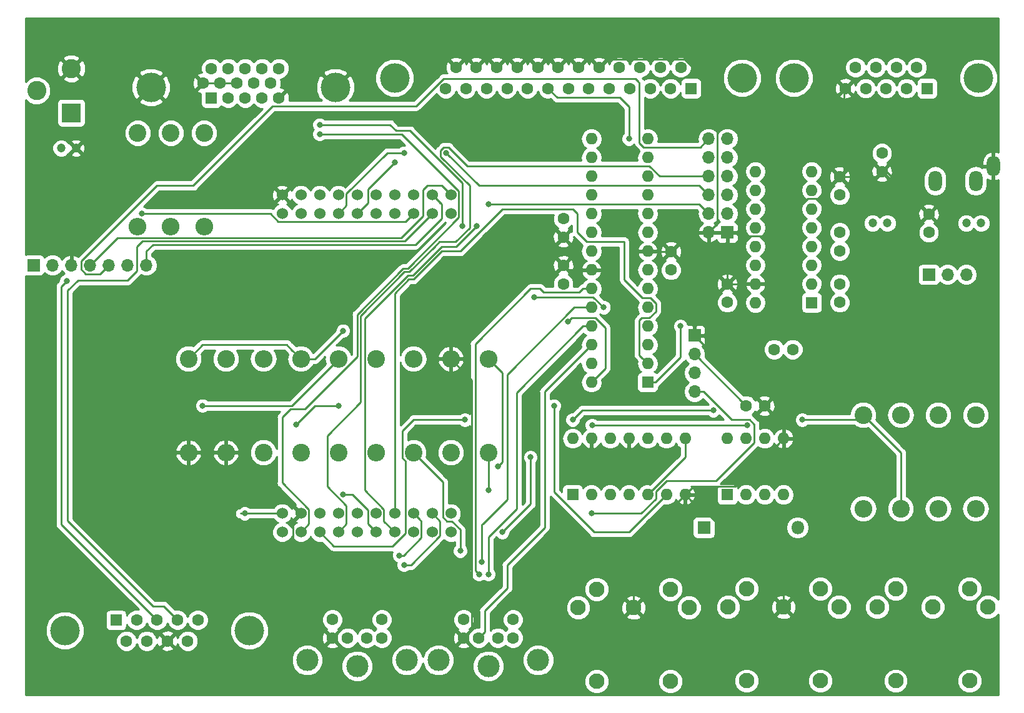
<source format=gbr>
G04 #@! TF.GenerationSoftware,KiCad,Pcbnew,5.0.2-bee76a0~70~ubuntu18.04.1*
G04 #@! TF.CreationDate,2019-01-12T23:53:08+00:00*
G04 #@! TF.ProjectId,monotron,6d6f6e6f-7472-46f6-9e2e-6b696361645f,0.5.0*
G04 #@! TF.SameCoordinates,Original*
G04 #@! TF.FileFunction,Copper,L2,Bot*
G04 #@! TF.FilePolarity,Positive*
%FSLAX46Y46*%
G04 Gerber Fmt 4.6, Leading zero omitted, Abs format (unit mm)*
G04 Created by KiCad (PCBNEW 5.0.2-bee76a0~70~ubuntu18.04.1) date Sat 12 Jan 2019 23:53:08 GMT*
%MOMM*%
%LPD*%
G01*
G04 APERTURE LIST*
G04 #@! TA.AperFunction,ComponentPad*
%ADD10C,1.524000*%
G04 #@! TD*
G04 #@! TA.AperFunction,ComponentPad*
%ADD11C,2.400000*%
G04 #@! TD*
G04 #@! TA.AperFunction,ComponentPad*
%ADD12O,2.400000X2.400000*%
G04 #@! TD*
G04 #@! TA.AperFunction,ComponentPad*
%ADD13R,1.600000X1.600000*%
G04 #@! TD*
G04 #@! TA.AperFunction,ComponentPad*
%ADD14C,1.600000*%
G04 #@! TD*
G04 #@! TA.AperFunction,ComponentPad*
%ADD15C,4.000000*%
G04 #@! TD*
G04 #@! TA.AperFunction,ComponentPad*
%ADD16O,1.800000X2.800000*%
G04 #@! TD*
G04 #@! TA.AperFunction,ComponentPad*
%ADD17C,2.100000*%
G04 #@! TD*
G04 #@! TA.AperFunction,ComponentPad*
%ADD18R,1.700000X1.700000*%
G04 #@! TD*
G04 #@! TA.AperFunction,ComponentPad*
%ADD19O,1.700000X1.700000*%
G04 #@! TD*
G04 #@! TA.AperFunction,ComponentPad*
%ADD20C,2.990000*%
G04 #@! TD*
G04 #@! TA.AperFunction,ComponentPad*
%ADD21O,1.600000X1.600000*%
G04 #@! TD*
G04 #@! TA.AperFunction,ComponentPad*
%ADD22R,2.600000X2.600000*%
G04 #@! TD*
G04 #@! TA.AperFunction,ComponentPad*
%ADD23C,2.600000*%
G04 #@! TD*
G04 #@! TA.AperFunction,ComponentPad*
%ADD24R,1.800000X1.800000*%
G04 #@! TD*
G04 #@! TA.AperFunction,ComponentPad*
%ADD25O,1.800000X1.800000*%
G04 #@! TD*
G04 #@! TA.AperFunction,ComponentPad*
%ADD26C,1.200000*%
G04 #@! TD*
G04 #@! TA.AperFunction,ViaPad*
%ADD27C,0.800000*%
G04 #@! TD*
G04 #@! TA.AperFunction,Conductor*
%ADD28C,0.250000*%
G04 #@! TD*
G04 #@! TA.AperFunction,Conductor*
%ADD29C,0.254000*%
G04 #@! TD*
G04 APERTURE END LIST*
D10*
G04 #@! TO.P,U1,2.10*
G04 #@! TO.N,/PA2_SD_CLK*
X132080000Y-60960000D03*
G04 #@! TO.P,U1,2.9*
G04 #@! TO.N,/PA3_SD_CS*
X129540000Y-60960000D03*
G04 #@! TO.P,U1,2.8*
G04 #@! TO.N,/PA4_SD_MISO*
X127000000Y-60960000D03*
G04 #@! TO.P,U1,2.7*
G04 #@! TO.N,/PB6_SPARE*
X124460000Y-60960000D03*
G04 #@! TO.P,U1,2.6*
G04 #@! TO.N,/PB7_VGA_GRN*
X121920000Y-60960000D03*
G04 #@! TO.P,U1,2.5*
G04 #@! TO.N,Net-(U1-Pad2.5)*
X119380000Y-60960000D03*
G04 #@! TO.P,U1,2.4*
G04 #@! TO.N,/BUTTON_1*
X116840000Y-60960000D03*
G04 #@! TO.P,U1,2.3*
G04 #@! TO.N,/PE0_U7RX*
X114300000Y-60960000D03*
G04 #@! TO.P,U1,2.2*
G04 #@! TO.N,/PB2_SPARE*
X111760000Y-60960000D03*
G04 #@! TO.P,U1,2.1*
G04 #@! TO.N,GND*
X109220000Y-60960000D03*
G04 #@! TO.P,U1,4.10*
G04 #@! TO.N,/PF4_JS_FIRE*
X132080000Y-63500000D03*
G04 #@! TO.P,U1,4.9*
G04 #@! TO.N,/PD7_JS_RIGHT*
X129540000Y-63500000D03*
G04 #@! TO.P,U1,4.8*
G04 #@! TO.N,/PD6_JS_LEFT*
X127000000Y-63500000D03*
G04 #@! TO.P,U1,4.7*
G04 #@! TO.N,/PC7_MIDI_OUT*
X124460000Y-63500000D03*
G04 #@! TO.P,U1,4.6*
G04 #@! TO.N,/PC6_MIDI_IN*
X121920000Y-63500000D03*
G04 #@! TO.P,U1,4.5*
G04 #@! TO.N,/PC5_U1CTS*
X119380000Y-63500000D03*
G04 #@! TO.P,U1,4.4*
G04 #@! TO.N,/PC4_U1RTS*
X116840000Y-63500000D03*
G04 #@! TO.P,U1,4.3*
G04 #@! TO.N,/PB3_SPARE*
X114300000Y-63500000D03*
G04 #@! TO.P,U1,4.2*
G04 #@! TO.N,/GREEN_LED*
X111760000Y-63500000D03*
G04 #@! TO.P,U1,4.1*
G04 #@! TO.N,/BLUE_LED*
X109220000Y-63500000D03*
G04 #@! TO.P,U1,3.1*
G04 #@! TO.N,+5V*
X109220000Y-104140000D03*
G04 #@! TO.P,U1,3.4*
G04 #@! TO.N,Net-(U1-Pad3.4)*
X116840000Y-104140000D03*
G04 #@! TO.P,U1,3.6*
G04 #@! TO.N,/PD3_VGA_BLU*
X121920000Y-104140000D03*
G04 #@! TO.P,U1,3.8*
G04 #@! TO.N,/PE2_JS_UP*
X127000000Y-104140000D03*
G04 #@! TO.P,U1,3.9*
G04 #@! TO.N,/PE3_JS_DOWN*
X129540000Y-104140000D03*
G04 #@! TO.P,U1,3.10*
G04 #@! TO.N,/PF1_VGA_RED*
X132080000Y-104140000D03*
G04 #@! TO.P,U1,3.7*
G04 #@! TO.N,/PE1_U7TX*
X124460000Y-104140000D03*
G04 #@! TO.P,U1,3.5*
G04 #@! TO.N,/PD2_SPARE*
X119380000Y-104140000D03*
G04 #@! TO.P,U1,3.2*
G04 #@! TO.N,GND*
X111760000Y-104140000D03*
G04 #@! TO.P,U1,3.3*
G04 #@! TO.N,Net-(U1-Pad3.3)*
X114300000Y-104140000D03*
G04 #@! TO.P,U1,1.10*
G04 #@! TO.N,/PA7_I2C_SDA*
X132080000Y-106680000D03*
G04 #@! TO.P,U1,1.9*
G04 #@! TO.N,/PA6_I2C_SCL*
X129540000Y-106680000D03*
G04 #@! TO.P,U1,1.8*
G04 #@! TO.N,/PA5_SD_MOSI*
X127000000Y-106680000D03*
G04 #@! TO.P,U1,1.7*
G04 #@! TO.N,/PB4_VGA_HSYNC*
X124460000Y-106680000D03*
G04 #@! TO.P,U1,1.6*
G04 #@! TO.N,/PE5_AUDIO_R*
X121920000Y-106680000D03*
G04 #@! TO.P,U1,1.5*
G04 #@! TO.N,/PE4_AUDIO_L*
X119380000Y-106680000D03*
G04 #@! TO.P,U1,1.4*
G04 #@! TO.N,/PB1_U1TX*
X116840000Y-106680000D03*
G04 #@! TO.P,U1,1.3*
G04 #@! TO.N,/PB0_U1RX*
X114300000Y-106680000D03*
G04 #@! TO.P,U1,1.2*
G04 #@! TO.N,/PB5_VGA_VSYNC*
X111760000Y-106680000D03*
G04 #@! TO.P,U1,1.1*
G04 #@! TO.N,+3V3*
X109220000Y-106680000D03*
G04 #@! TD*
D11*
G04 #@! TO.P,R4,1*
G04 #@! TO.N,/PE5_AUDIO_R*
X111760000Y-95885000D03*
D12*
G04 #@! TO.P,R4,2*
G04 #@! TO.N,Net-(C2-Pad1)*
X111760000Y-83185000D03*
G04 #@! TD*
D13*
G04 #@! TO.P,J7,1*
G04 #@! TO.N,Net-(J7-Pad1)*
X99625000Y-47775000D03*
D14*
G04 #@! TO.P,J7,2*
G04 #@! TO.N,Net-(J7-Pad2)*
X101915000Y-47775000D03*
G04 #@! TO.P,J7,3*
G04 #@! TO.N,Net-(J7-Pad3)*
X104205000Y-47775000D03*
G04 #@! TO.P,J7,4*
G04 #@! TO.N,Net-(J7-Pad4)*
X106495000Y-47775000D03*
G04 #@! TO.P,J7,5*
G04 #@! TO.N,GND*
X108785000Y-47775000D03*
G04 #@! TO.P,J7,6*
X98480000Y-45795000D03*
G04 #@! TO.P,J7,7*
X100770000Y-45795000D03*
G04 #@! TO.P,J7,8*
X103060000Y-45795000D03*
G04 #@! TO.P,J7,9*
G04 #@! TO.N,Net-(J7-Pad9)*
X105350000Y-45795000D03*
G04 #@! TO.P,J7,10*
G04 #@! TO.N,Net-(J7-Pad10)*
X107640000Y-45795000D03*
G04 #@! TO.P,J7,11*
G04 #@! TO.N,Net-(J7-Pad11)*
X99625000Y-43815000D03*
G04 #@! TO.P,J7,12*
G04 #@! TO.N,Net-(J7-Pad12)*
X101915000Y-43815000D03*
G04 #@! TO.P,J7,13*
G04 #@! TO.N,/PB4_VGA_HSYNC*
X104205000Y-43815000D03*
G04 #@! TO.P,J7,14*
G04 #@! TO.N,/PB5_VGA_VSYNC*
X106495000Y-43815000D03*
G04 #@! TO.P,J7,15*
G04 #@! TO.N,Net-(J7-Pad15)*
X108785000Y-43815000D03*
D15*
G04 #@! TO.P,J7,0*
G04 #@! TO.N,GND*
X116440000Y-46355000D03*
X91440000Y-46355000D03*
G04 #@! TD*
D16*
G04 #@! TO.P,J4,S*
G04 #@! TO.N,GND*
X205600000Y-57055000D03*
G04 #@! TO.P,J4,T*
G04 #@! TO.N,Net-(J1-Pad2)*
X203200000Y-59055000D03*
G04 #@! TO.P,J4,R*
G04 #@! TO.N,Net-(C1-Pad2)*
X197700000Y-59055000D03*
G04 #@! TD*
D17*
G04 #@! TO.P,J9,6*
G04 #@! TO.N,N/C*
X151845000Y-126920000D03*
G04 #@! TO.P,J9,7*
X161845000Y-126920000D03*
G04 #@! TO.P,J9,4*
G04 #@! TO.N,Net-(J9-Pad4)*
X161845000Y-114420000D03*
G04 #@! TO.P,J9,5*
G04 #@! TO.N,Net-(J9-Pad5)*
X151845000Y-114420000D03*
G04 #@! TO.P,J9,2*
G04 #@! TO.N,GND*
X156845000Y-116920000D03*
G04 #@! TO.P,J9,3*
G04 #@! TO.N,Net-(J9-Pad3)*
X149345000Y-116920000D03*
G04 #@! TO.P,J9,1*
G04 #@! TO.N,Net-(J9-Pad1)*
X164345000Y-116920000D03*
G04 #@! TD*
G04 #@! TO.P,J10,1*
G04 #@! TO.N,Net-(J10-Pad1)*
X184665000Y-116840000D03*
G04 #@! TO.P,J10,3*
G04 #@! TO.N,Net-(J10-Pad3)*
X169665000Y-116840000D03*
G04 #@! TO.P,J10,2*
G04 #@! TO.N,GND*
X177165000Y-116840000D03*
G04 #@! TO.P,J10,5*
G04 #@! TO.N,Net-(J10-Pad5)*
X172165000Y-114340000D03*
G04 #@! TO.P,J10,4*
G04 #@! TO.N,Net-(J10-Pad4)*
X182165000Y-114340000D03*
G04 #@! TO.P,J10,7*
G04 #@! TO.N,N/C*
X182165000Y-126840000D03*
G04 #@! TO.P,J10,6*
X172165000Y-126840000D03*
G04 #@! TD*
G04 #@! TO.P,J11,6*
G04 #@! TO.N,N/C*
X192365000Y-126840000D03*
G04 #@! TO.P,J11,7*
X202365000Y-126840000D03*
G04 #@! TO.P,J11,4*
G04 #@! TO.N,Net-(J11-Pad4)*
X202365000Y-114340000D03*
G04 #@! TO.P,J11,5*
G04 #@! TO.N,Net-(D1-Pad2)*
X192365000Y-114340000D03*
G04 #@! TO.P,J11,2*
G04 #@! TO.N,Net-(J11-Pad2)*
X197365000Y-116840000D03*
G04 #@! TO.P,J11,3*
G04 #@! TO.N,Net-(J11-Pad3)*
X189865000Y-116840000D03*
G04 #@! TO.P,J11,1*
G04 #@! TO.N,Net-(J11-Pad1)*
X204865000Y-116840000D03*
G04 #@! TD*
D18*
G04 #@! TO.P,J1,1*
G04 #@! TO.N,Net-(C1-Pad2)*
X196850000Y-71755000D03*
D19*
G04 #@! TO.P,J1,2*
G04 #@! TO.N,Net-(J1-Pad2)*
X199390000Y-71755000D03*
G04 #@! TO.P,J1,3*
G04 #@! TO.N,Net-(C2-Pad2)*
X201930000Y-71755000D03*
G04 #@! TD*
D13*
G04 #@! TO.P,J12,1*
G04 #@! TO.N,/DCD*
X196610000Y-46500000D03*
D14*
G04 #@! TO.P,J12,2*
G04 #@! TO.N,/RS232_RX*
X193840000Y-46500000D03*
G04 #@! TO.P,J12,3*
G04 #@! TO.N,/RS232_TX*
X191070000Y-46500000D03*
G04 #@! TO.P,J12,4*
G04 #@! TO.N,/DTR*
X188300000Y-46500000D03*
G04 #@! TO.P,J12,5*
G04 #@! TO.N,GND*
X185530000Y-46500000D03*
G04 #@! TO.P,J12,6*
G04 #@! TO.N,/DSR*
X195225000Y-43660000D03*
G04 #@! TO.P,J12,7*
G04 #@! TO.N,/RS232_RTS*
X192455000Y-43660000D03*
G04 #@! TO.P,J12,8*
G04 #@! TO.N,/RS232_CTS*
X189685000Y-43660000D03*
G04 #@! TO.P,J12,9*
G04 #@! TO.N,/RI*
X186915000Y-43660000D03*
D15*
G04 #@! TO.P,J12,0*
G04 #@! TO.N,N/C*
X203570000Y-45080000D03*
X178570000Y-45080000D03*
G04 #@! TD*
D20*
G04 #@! TO.P,J14,9*
G04 #@! TO.N,N/C*
X112620000Y-124030000D03*
G04 #@! TO.P,J14,8*
X119380000Y-124840000D03*
G04 #@! TO.P,J14,7*
X126140000Y-124030000D03*
D14*
G04 #@! TO.P,J14,6*
G04 #@! TO.N,Net-(J14-Pad6)*
X122730000Y-118540000D03*
G04 #@! TO.P,J14,5*
G04 #@! TO.N,/Monotron I/O Expansion/KB_CLK*
X116030000Y-118540000D03*
G04 #@! TO.P,J14,4*
G04 #@! TO.N,+5V*
X122730000Y-121030000D03*
G04 #@! TO.P,J14,3*
G04 #@! TO.N,GND*
X116030000Y-121030000D03*
G04 #@! TO.P,J14,2*
G04 #@! TO.N,Net-(J14-Pad2)*
X120680000Y-121030000D03*
G04 #@! TO.P,J14,1*
G04 #@! TO.N,/Monotron I/O Expansion/KB_DATA*
X118080000Y-121030000D03*
G04 #@! TD*
D20*
G04 #@! TO.P,J15,9*
G04 #@! TO.N,N/C*
X130400000Y-124030000D03*
G04 #@! TO.P,J15,8*
X137160000Y-124840000D03*
G04 #@! TO.P,J15,7*
X143920000Y-124030000D03*
D14*
G04 #@! TO.P,J15,6*
G04 #@! TO.N,Net-(J15-Pad6)*
X140510000Y-118540000D03*
G04 #@! TO.P,J15,5*
G04 #@! TO.N,/Monotron I/O Expansion/MS_CLK*
X133810000Y-118540000D03*
G04 #@! TO.P,J15,4*
G04 #@! TO.N,+5V*
X140510000Y-121030000D03*
G04 #@! TO.P,J15,3*
G04 #@! TO.N,GND*
X133810000Y-121030000D03*
G04 #@! TO.P,J15,2*
G04 #@! TO.N,Net-(J15-Pad2)*
X138460000Y-121030000D03*
G04 #@! TO.P,J15,1*
G04 #@! TO.N,/Monotron I/O Expansion/MS_DATA*
X135860000Y-121030000D03*
G04 #@! TD*
D13*
G04 #@! TO.P,U5,1*
G04 #@! TO.N,/Monotron I/O Expansion/SELPRIN*
X158750000Y-86360000D03*
D21*
G04 #@! TO.P,U5,15*
G04 #@! TO.N,/Monotron I/O Expansion/D1*
X151130000Y-53340000D03*
G04 #@! TO.P,U5,2*
G04 #@! TO.N,/PE1_U7TX*
X158750000Y-83820000D03*
G04 #@! TO.P,U5,16*
G04 #@! TO.N,/Monotron I/O Expansion/D2*
X151130000Y-55880000D03*
G04 #@! TO.P,U5,3*
G04 #@! TO.N,/PE0_U7RX*
X158750000Y-81280000D03*
G04 #@! TO.P,U5,17*
G04 #@! TO.N,/Monotron I/O Expansion/D3*
X151130000Y-58420000D03*
G04 #@! TO.P,U5,4*
G04 #@! TO.N,/Monotron I/O Expansion/ACK*
X158750000Y-78740000D03*
G04 #@! TO.P,U5,18*
G04 #@! TO.N,/Monotron I/O Expansion/D4*
X151130000Y-60960000D03*
G04 #@! TO.P,U5,5*
G04 #@! TO.N,/Monotron I/O Expansion/BUSY*
X158750000Y-76200000D03*
G04 #@! TO.P,U5,19*
G04 #@! TO.N,/Monotron I/O Expansion/D5*
X151130000Y-63500000D03*
G04 #@! TO.P,U5,6*
G04 #@! TO.N,/Monotron I/O Expansion/PE*
X158750000Y-73660000D03*
G04 #@! TO.P,U5,20*
G04 #@! TO.N,+5V*
X151130000Y-66040000D03*
G04 #@! TO.P,U5,7*
X158750000Y-71120000D03*
G04 #@! TO.P,U5,21*
X151130000Y-68580000D03*
G04 #@! TO.P,U5,8*
G04 #@! TO.N,GND*
X158750000Y-68580000D03*
G04 #@! TO.P,U5,22*
X151130000Y-71120000D03*
G04 #@! TO.P,U5,9*
G04 #@! TO.N,/Monotron I/O Expansion/D6*
X158750000Y-66040000D03*
G04 #@! TO.P,U5,23*
G04 #@! TO.N,/Monotron I/O Expansion/KB_CLK*
X151130000Y-73660000D03*
G04 #@! TO.P,U5,10*
G04 #@! TO.N,/Monotron I/O Expansion/D7*
X158750000Y-63500000D03*
G04 #@! TO.P,U5,24*
G04 #@! TO.N,/Monotron I/O Expansion/MS_CLK*
X151130000Y-76200000D03*
G04 #@! TO.P,U5,11*
G04 #@! TO.N,/Monotron I/O Expansion/ERROR*
X158750000Y-60960000D03*
G04 #@! TO.P,U5,25*
G04 #@! TO.N,/Monotron I/O Expansion/KB_DATA*
X151130000Y-78740000D03*
G04 #@! TO.P,U5,12*
G04 #@! TO.N,/Monotron I/O Expansion/STROBE*
X158750000Y-58420000D03*
G04 #@! TO.P,U5,26*
G04 #@! TO.N,/Monotron I/O Expansion/MS_DATA*
X151130000Y-81280000D03*
G04 #@! TO.P,U5,13*
G04 #@! TO.N,/Monotron I/O Expansion/AUTOF*
X158750000Y-55880000D03*
G04 #@! TO.P,U5,27*
G04 #@! TO.N,/Monotron I/O Expansion/INIT*
X151130000Y-83820000D03*
G04 #@! TO.P,U5,14*
G04 #@! TO.N,/Monotron I/O Expansion/D0*
X158750000Y-53340000D03*
G04 #@! TO.P,U5,28*
G04 #@! TO.N,/Monotron I/O Expansion/SEL*
X151130000Y-86360000D03*
G04 #@! TD*
D22*
G04 #@! TO.P,J2,1*
G04 #@! TO.N,+5V*
X80645000Y-49815000D03*
D23*
G04 #@! TO.P,J2,2*
G04 #@! TO.N,GND*
X80645000Y-43815000D03*
G04 #@! TO.P,J2,3*
G04 #@! TO.N,N/C*
X75945000Y-46815000D03*
G04 #@! TD*
D13*
G04 #@! TO.P,J13,1*
G04 #@! TO.N,/Monotron I/O Expansion/STROBE*
X164630000Y-46505000D03*
D14*
G04 #@! TO.P,J13,2*
G04 #@! TO.N,/Monotron I/O Expansion/D0*
X161860000Y-46505000D03*
G04 #@! TO.P,J13,3*
G04 #@! TO.N,/Monotron I/O Expansion/D1*
X159090000Y-46505000D03*
G04 #@! TO.P,J13,4*
G04 #@! TO.N,/Monotron I/O Expansion/D2*
X156320000Y-46505000D03*
G04 #@! TO.P,J13,5*
G04 #@! TO.N,/Monotron I/O Expansion/D3*
X153550000Y-46505000D03*
G04 #@! TO.P,J13,6*
G04 #@! TO.N,/Monotron I/O Expansion/D4*
X150780000Y-46505000D03*
G04 #@! TO.P,J13,7*
G04 #@! TO.N,/Monotron I/O Expansion/D5*
X148010000Y-46505000D03*
G04 #@! TO.P,J13,8*
G04 #@! TO.N,/Monotron I/O Expansion/D6*
X145240000Y-46505000D03*
G04 #@! TO.P,J13,9*
G04 #@! TO.N,/Monotron I/O Expansion/D7*
X142470000Y-46505000D03*
G04 #@! TO.P,J13,10*
G04 #@! TO.N,/Monotron I/O Expansion/ACK*
X139700000Y-46505000D03*
G04 #@! TO.P,J13,11*
G04 #@! TO.N,/Monotron I/O Expansion/BUSY*
X136930000Y-46505000D03*
G04 #@! TO.P,J13,12*
G04 #@! TO.N,/Monotron I/O Expansion/PE*
X134160000Y-46505000D03*
G04 #@! TO.P,J13,13*
G04 #@! TO.N,/Monotron I/O Expansion/SEL*
X131390000Y-46505000D03*
G04 #@! TO.P,J13,14*
G04 #@! TO.N,/Monotron I/O Expansion/AUTOF*
X163245000Y-43665000D03*
G04 #@! TO.P,J13,15*
G04 #@! TO.N,/Monotron I/O Expansion/ERROR*
X160475000Y-43665000D03*
G04 #@! TO.P,J13,16*
G04 #@! TO.N,/Monotron I/O Expansion/INIT*
X157705000Y-43665000D03*
G04 #@! TO.P,J13,17*
G04 #@! TO.N,/Monotron I/O Expansion/SELPRIN*
X154935000Y-43665000D03*
G04 #@! TO.P,J13,18*
G04 #@! TO.N,GND*
X152165000Y-43665000D03*
G04 #@! TO.P,J13,19*
X149395000Y-43665000D03*
G04 #@! TO.P,J13,20*
X146625000Y-43665000D03*
G04 #@! TO.P,J13,21*
X143855000Y-43665000D03*
G04 #@! TO.P,J13,22*
X141085000Y-43665000D03*
G04 #@! TO.P,J13,23*
X138315000Y-43665000D03*
G04 #@! TO.P,J13,24*
X135545000Y-43665000D03*
G04 #@! TO.P,J13,25*
X132775000Y-43665000D03*
D15*
G04 #@! TO.P,J13,0*
G04 #@! TO.N,N/C*
X171560000Y-45085000D03*
X124460000Y-45085000D03*
G04 #@! TD*
G04 #@! TO.P,J5,0*
G04 #@! TO.N,N/C*
X104775000Y-120015000D03*
X79775000Y-120015000D03*
D14*
G04 #@! TO.P,J5,9*
G04 #@! TO.N,Net-(J5-Pad9)*
X96430000Y-121435000D03*
G04 #@! TO.P,J5,8*
G04 #@! TO.N,GND*
X93660000Y-121435000D03*
G04 #@! TO.P,J5,7*
G04 #@! TO.N,Net-(J5-Pad7)*
X90890000Y-121435000D03*
G04 #@! TO.P,J5,6*
G04 #@! TO.N,/PF4_JS_FIRE*
X88120000Y-121435000D03*
G04 #@! TO.P,J5,5*
G04 #@! TO.N,Net-(J5-Pad5)*
X97815000Y-118595000D03*
G04 #@! TO.P,J5,4*
G04 #@! TO.N,/PD7_JS_RIGHT*
X95045000Y-118595000D03*
G04 #@! TO.P,J5,3*
G04 #@! TO.N,/PD6_JS_LEFT*
X92275000Y-118595000D03*
G04 #@! TO.P,J5,2*
G04 #@! TO.N,/PE3_JS_DOWN*
X89505000Y-118595000D03*
D13*
G04 #@! TO.P,J5,1*
G04 #@! TO.N,/PE2_JS_UP*
X86735000Y-118595000D03*
G04 #@! TD*
D18*
G04 #@! TO.P,J6,1*
G04 #@! TO.N,GND*
X165100000Y-80010000D03*
D19*
G04 #@! TO.P,J6,2*
G04 #@! TO.N,+5V*
X165100000Y-82550000D03*
G04 #@! TO.P,J6,3*
G04 #@! TO.N,/PA7_I2C_SDA*
X165100000Y-85090000D03*
G04 #@! TO.P,J6,4*
G04 #@! TO.N,/PA6_I2C_SCL*
X165100000Y-87630000D03*
G04 #@! TD*
D18*
G04 #@! TO.P,J3,1*
G04 #@! TO.N,Net-(J3-Pad1)*
X75565000Y-70485000D03*
D19*
G04 #@! TO.P,J3,2*
G04 #@! TO.N,/PA4_SD_MISO*
X78105000Y-70485000D03*
G04 #@! TO.P,J3,3*
G04 #@! TO.N,GND*
X80645000Y-70485000D03*
G04 #@! TO.P,J3,4*
G04 #@! TO.N,/PA2_SD_CLK*
X83185000Y-70485000D03*
G04 #@! TO.P,J3,5*
G04 #@! TO.N,+3V3*
X85725000Y-70485000D03*
G04 #@! TO.P,J3,6*
G04 #@! TO.N,/PA5_SD_MOSI*
X88265000Y-70485000D03*
G04 #@! TO.P,J3,7*
G04 #@! TO.N,/PA3_SD_CS*
X90805000Y-70485000D03*
G04 #@! TD*
D18*
G04 #@! TO.P,J8,1*
G04 #@! TO.N,GND*
X169545000Y-66040000D03*
D19*
G04 #@! TO.P,J8,2*
X167005000Y-66040000D03*
G04 #@! TO.P,J8,3*
G04 #@! TO.N,/DTE_CTS*
X169545000Y-63500000D03*
G04 #@! TO.P,J8,4*
G04 #@! TO.N,/PC5_U1CTS*
X167005000Y-63500000D03*
G04 #@! TO.P,J8,5*
G04 #@! TO.N,/DTE_RTS*
X169545000Y-60960000D03*
G04 #@! TO.P,J8,6*
G04 #@! TO.N,/PC4_U1RTS*
X167005000Y-60960000D03*
G04 #@! TO.P,J8,7*
G04 #@! TO.N,/DTE_TX*
X169545000Y-58420000D03*
G04 #@! TO.P,J8,8*
G04 #@! TO.N,/PB1_U1TX*
X167005000Y-58420000D03*
G04 #@! TO.P,J8,9*
G04 #@! TO.N,/DTE_RX*
X169545000Y-55880000D03*
G04 #@! TO.P,J8,10*
G04 #@! TO.N,/PB0_U1RX*
X167005000Y-55880000D03*
G04 #@! TO.P,J8,11*
G04 #@! TO.N,Net-(C7-Pad1)*
X169545000Y-53340000D03*
G04 #@! TO.P,J8,12*
G04 #@! TO.N,+3V3*
X167005000Y-53340000D03*
G04 #@! TD*
D24*
G04 #@! TO.P,D1,1*
G04 #@! TO.N,Net-(D1-Pad1)*
X166370000Y-106045000D03*
D25*
G04 #@! TO.P,D1,2*
G04 #@! TO.N,Net-(D1-Pad2)*
X179070000Y-106045000D03*
G04 #@! TD*
D13*
G04 #@! TO.P,U3,1*
G04 #@! TO.N,/PC6_MIDI_IN*
X148590000Y-101600000D03*
D21*
G04 #@! TO.P,U3,8*
G04 #@! TO.N,Net-(U3-Pad5)*
X163830000Y-93980000D03*
G04 #@! TO.P,U3,2*
G04 #@! TO.N,Net-(U3-Pad2)*
X151130000Y-101600000D03*
G04 #@! TO.P,U3,9*
G04 #@! TO.N,/PC7_MIDI_OUT*
X161290000Y-93980000D03*
G04 #@! TO.P,U3,3*
G04 #@! TO.N,Net-(U3-Pad2)*
X153670000Y-101600000D03*
G04 #@! TO.P,U3,10*
G04 #@! TO.N,Net-(U3-Pad10)*
X158750000Y-93980000D03*
G04 #@! TO.P,U3,4*
G04 #@! TO.N,Net-(R12-Pad1)*
X156210000Y-101600000D03*
G04 #@! TO.P,U3,11*
G04 #@! TO.N,GND*
X156210000Y-93980000D03*
G04 #@! TO.P,U3,5*
G04 #@! TO.N,Net-(U3-Pad5)*
X158750000Y-101600000D03*
G04 #@! TO.P,U3,12*
G04 #@! TO.N,Net-(U3-Pad12)*
X153670000Y-93980000D03*
G04 #@! TO.P,U3,6*
G04 #@! TO.N,Net-(R13-Pad2)*
X161290000Y-101600000D03*
G04 #@! TO.P,U3,13*
G04 #@! TO.N,GND*
X151130000Y-93980000D03*
G04 #@! TO.P,U3,7*
X163830000Y-101600000D03*
G04 #@! TO.P,U3,14*
G04 #@! TO.N,+5V*
X148590000Y-93980000D03*
G04 #@! TD*
D13*
G04 #@! TO.P,U4,1*
G04 #@! TO.N,Net-(U4-Pad1)*
X169545000Y-101600000D03*
D21*
G04 #@! TO.P,U4,5*
G04 #@! TO.N,GND*
X177165000Y-93980000D03*
G04 #@! TO.P,U4,2*
G04 #@! TO.N,Net-(D1-Pad1)*
X172085000Y-101600000D03*
G04 #@! TO.P,U4,6*
G04 #@! TO.N,/PC6_MIDI_IN*
X174625000Y-93980000D03*
G04 #@! TO.P,U4,3*
G04 #@! TO.N,Net-(D1-Pad2)*
X174625000Y-101600000D03*
G04 #@! TO.P,U4,7*
G04 #@! TO.N,Net-(R15-Pad1)*
X172085000Y-93980000D03*
G04 #@! TO.P,U4,4*
G04 #@! TO.N,Net-(U4-Pad4)*
X177165000Y-101600000D03*
G04 #@! TO.P,U4,8*
G04 #@! TO.N,+5V*
X169545000Y-93980000D03*
G04 #@! TD*
D11*
G04 #@! TO.P,R12,1*
G04 #@! TO.N,Net-(R12-Pad1)*
X198120000Y-90805000D03*
D12*
G04 #@! TO.P,R12,2*
G04 #@! TO.N,Net-(J10-Pad5)*
X198120000Y-103505000D03*
G04 #@! TD*
G04 #@! TO.P,R10,2*
G04 #@! TO.N,Net-(J9-Pad4)*
X187960000Y-103505000D03*
D11*
G04 #@! TO.P,R10,1*
G04 #@! TO.N,+5V*
X187960000Y-90805000D03*
G04 #@! TD*
G04 #@! TO.P,R11,1*
G04 #@! TO.N,+5V*
X193040000Y-103505000D03*
D12*
G04 #@! TO.P,R11,2*
G04 #@! TO.N,Net-(J10-Pad4)*
X193040000Y-90805000D03*
G04 #@! TD*
G04 #@! TO.P,R14,2*
G04 #@! TO.N,Net-(J11-Pad4)*
X203200000Y-103505000D03*
D11*
G04 #@! TO.P,R14,1*
G04 #@! TO.N,Net-(D1-Pad1)*
X203200000Y-90805000D03*
G04 #@! TD*
G04 #@! TO.P,R15,1*
G04 #@! TO.N,Net-(R15-Pad1)*
X132080000Y-95885000D03*
D12*
G04 #@! TO.P,R15,2*
G04 #@! TO.N,GND*
X132080000Y-83185000D03*
G04 #@! TD*
G04 #@! TO.P,R16,2*
G04 #@! TO.N,/PC6_MIDI_IN*
X137160000Y-83185000D03*
D11*
G04 #@! TO.P,R16,1*
G04 #@! TO.N,+3V3*
X137160000Y-95885000D03*
G04 #@! TD*
G04 #@! TO.P,R13,1*
G04 #@! TO.N,Net-(J9-Pad5)*
X127000000Y-95885000D03*
D12*
G04 #@! TO.P,R13,2*
G04 #@! TO.N,Net-(R13-Pad2)*
X127000000Y-83185000D03*
G04 #@! TD*
D14*
G04 #@! TO.P,C14,1*
G04 #@! TO.N,+5V*
X147320000Y-73025000D03*
G04 #@! TO.P,C14,2*
G04 #@! TO.N,GND*
X147320000Y-70525000D03*
G04 #@! TD*
G04 #@! TO.P,C13,2*
G04 #@! TO.N,GND*
X161925000Y-68620000D03*
G04 #@! TO.P,C13,1*
G04 #@! TO.N,+5V*
X161925000Y-71120000D03*
G04 #@! TD*
G04 #@! TO.P,C12,1*
G04 #@! TO.N,+5V*
X147320000Y-64175000D03*
G04 #@! TO.P,C12,2*
G04 #@! TO.N,GND*
X147320000Y-66675000D03*
G04 #@! TD*
G04 #@! TO.P,C11,2*
G04 #@! TO.N,GND*
X174585000Y-89535000D03*
G04 #@! TO.P,C11,1*
G04 #@! TO.N,+5V*
X172085000Y-89535000D03*
G04 #@! TD*
G04 #@! TO.P,C10,1*
G04 #@! TO.N,GND*
X184785000Y-58460000D03*
G04 #@! TO.P,C10,2*
G04 #@! TO.N,Net-(C10-Pad2)*
X184785000Y-60960000D03*
G04 #@! TD*
G04 #@! TO.P,C9,2*
G04 #@! TO.N,Net-(C9-Pad2)*
X178395000Y-81915000D03*
G04 #@! TO.P,C9,1*
G04 #@! TO.N,Net-(C7-Pad1)*
X175895000Y-81915000D03*
G04 #@! TD*
G04 #@! TO.P,C8,1*
G04 #@! TO.N,Net-(C8-Pad1)*
X184785000Y-68540000D03*
G04 #@! TO.P,C8,2*
G04 #@! TO.N,Net-(C8-Pad2)*
X184785000Y-66040000D03*
G04 #@! TD*
G04 #@! TO.P,C7,2*
G04 #@! TO.N,GND*
X169545000Y-73025000D03*
G04 #@! TO.P,C7,1*
G04 #@! TO.N,Net-(C7-Pad1)*
X169545000Y-75525000D03*
G04 #@! TD*
G04 #@! TO.P,C6,1*
G04 #@! TO.N,Net-(C6-Pad1)*
X184785000Y-75525000D03*
G04 #@! TO.P,C6,2*
G04 #@! TO.N,Net-(C6-Pad2)*
X184785000Y-73025000D03*
G04 #@! TD*
G04 #@! TO.P,C5,2*
G04 #@! TO.N,GND*
X196850000Y-63540000D03*
G04 #@! TO.P,C5,1*
G04 #@! TO.N,Net-(C2-Pad1)*
X196850000Y-66040000D03*
G04 #@! TD*
G04 #@! TO.P,C4,1*
G04 #@! TO.N,Net-(C1-Pad1)*
X190500000Y-55285000D03*
G04 #@! TO.P,C4,2*
G04 #@! TO.N,GND*
X190500000Y-57785000D03*
G04 #@! TD*
D26*
G04 #@! TO.P,C2,1*
G04 #@! TO.N,Net-(C2-Pad1)*
X201930000Y-64770000D03*
G04 #@! TO.P,C2,2*
G04 #@! TO.N,Net-(C2-Pad2)*
X203930000Y-64770000D03*
G04 #@! TD*
G04 #@! TO.P,C3,2*
G04 #@! TO.N,GND*
X81280000Y-54610000D03*
G04 #@! TO.P,C3,1*
G04 #@! TO.N,+5V*
X79280000Y-54610000D03*
G04 #@! TD*
G04 #@! TO.P,C1,1*
G04 #@! TO.N,Net-(C1-Pad1)*
X189230000Y-64770000D03*
G04 #@! TO.P,C1,2*
G04 #@! TO.N,Net-(C1-Pad2)*
X191230000Y-64770000D03*
G04 #@! TD*
D13*
G04 #@! TO.P,U2,1*
G04 #@! TO.N,Net-(C6-Pad1)*
X180975000Y-75565000D03*
D21*
G04 #@! TO.P,U2,9*
G04 #@! TO.N,/DTE_CTS*
X173355000Y-57785000D03*
G04 #@! TO.P,U2,2*
G04 #@! TO.N,Net-(C9-Pad2)*
X180975000Y-73025000D03*
G04 #@! TO.P,U2,10*
G04 #@! TO.N,/DTE_RTS*
X173355000Y-60325000D03*
G04 #@! TO.P,U2,3*
G04 #@! TO.N,Net-(C6-Pad2)*
X180975000Y-70485000D03*
G04 #@! TO.P,U2,11*
G04 #@! TO.N,/DTE_TX*
X173355000Y-62865000D03*
G04 #@! TO.P,U2,4*
G04 #@! TO.N,Net-(C8-Pad1)*
X180975000Y-67945000D03*
G04 #@! TO.P,U2,12*
G04 #@! TO.N,/DTE_RX*
X173355000Y-65405000D03*
G04 #@! TO.P,U2,5*
G04 #@! TO.N,Net-(C8-Pad2)*
X180975000Y-65405000D03*
G04 #@! TO.P,U2,13*
G04 #@! TO.N,/RS232_RX*
X173355000Y-67945000D03*
G04 #@! TO.P,U2,6*
G04 #@! TO.N,Net-(C10-Pad2)*
X180975000Y-62865000D03*
G04 #@! TO.P,U2,14*
G04 #@! TO.N,/RS232_TX*
X173355000Y-70485000D03*
G04 #@! TO.P,U2,7*
G04 #@! TO.N,/RS232_RTS*
X180975000Y-60325000D03*
G04 #@! TO.P,U2,15*
G04 #@! TO.N,GND*
X173355000Y-73025000D03*
G04 #@! TO.P,U2,8*
G04 #@! TO.N,/RS232_CTS*
X180975000Y-57785000D03*
G04 #@! TO.P,U2,16*
G04 #@! TO.N,Net-(C7-Pad1)*
X173355000Y-75565000D03*
G04 #@! TD*
D11*
G04 #@! TO.P,R3,1*
G04 #@! TO.N,/PE4_AUDIO_L*
X106680000Y-95885000D03*
D12*
G04 #@! TO.P,R3,2*
G04 #@! TO.N,Net-(C1-Pad1)*
X106680000Y-83185000D03*
G04 #@! TD*
G04 #@! TO.P,R9,2*
G04 #@! TO.N,/PD3_VGA_BLU*
X98644546Y-65244234D03*
D11*
G04 #@! TO.P,R9,1*
G04 #@! TO.N,Net-(J7-Pad3)*
X98644546Y-52544234D03*
G04 #@! TD*
G04 #@! TO.P,R8,1*
G04 #@! TO.N,Net-(J7-Pad2)*
X94144546Y-52544234D03*
D12*
G04 #@! TO.P,R8,2*
G04 #@! TO.N,/PB7_VGA_GRN*
X94144546Y-65244234D03*
G04 #@! TD*
G04 #@! TO.P,R7,2*
G04 #@! TO.N,/PF1_VGA_RED*
X89644546Y-65244234D03*
D11*
G04 #@! TO.P,R7,1*
G04 #@! TO.N,Net-(J7-Pad1)*
X89644546Y-52544234D03*
G04 #@! TD*
G04 #@! TO.P,R6,1*
G04 #@! TO.N,+5V*
X121920000Y-83185000D03*
D12*
G04 #@! TO.P,R6,2*
G04 #@! TO.N,/PA7_I2C_SDA*
X121920000Y-95885000D03*
G04 #@! TD*
G04 #@! TO.P,R5,2*
G04 #@! TO.N,+5V*
X116840000Y-83185000D03*
D11*
G04 #@! TO.P,R5,1*
G04 #@! TO.N,/PA6_I2C_SCL*
X116840000Y-95885000D03*
G04 #@! TD*
D12*
G04 #@! TO.P,R1,2*
G04 #@! TO.N,GND*
X101600000Y-95885000D03*
D11*
G04 #@! TO.P,R1,1*
G04 #@! TO.N,Net-(C1-Pad1)*
X101600000Y-83185000D03*
G04 #@! TD*
G04 #@! TO.P,R2,1*
G04 #@! TO.N,Net-(C2-Pad1)*
X96520000Y-83185000D03*
D12*
G04 #@! TO.P,R2,2*
G04 #@! TO.N,GND*
X96520000Y-95885000D03*
G04 #@! TD*
D27*
G04 #@! TO.N,Net-(C2-Pad1)*
X172234997Y-92165001D03*
X151220001Y-92165001D03*
X117475000Y-79375000D03*
G04 #@! TO.N,Net-(C1-Pad1)*
X116840000Y-89535000D03*
X111125000Y-92075000D03*
G04 #@! TO.N,+5V*
X98425000Y-89535000D03*
X179705000Y-91440000D03*
X104140000Y-104140000D03*
G04 #@! TO.N,/PA6_I2C_SCL*
X151130000Y-104140000D03*
G04 #@! TO.N,/PA7_I2C_SDA*
X142875000Y-96520000D03*
X139065000Y-106680000D03*
G04 #@! TO.N,/Monotron I/O Expansion/SELPRIN*
X163195000Y-78740000D03*
G04 #@! TO.N,/Monotron I/O Expansion/BUSY*
X143365001Y-74785001D03*
X152795002Y-76200000D03*
G04 #@! TO.N,/Monotron I/O Expansion/D6*
X156210000Y-53340000D03*
G04 #@! TO.N,/Monotron I/O Expansion/KB_CLK*
X135890000Y-112395000D03*
G04 #@! TO.N,/Monotron I/O Expansion/MS_CLK*
X136271000Y-110744000D03*
G04 #@! TO.N,/Monotron I/O Expansion/SEL*
X147955000Y-78105000D03*
G04 #@! TO.N,/Monotron I/O Expansion/KB_DATA*
X137160000Y-112395000D03*
G04 #@! TO.N,/PC5_U1CTS*
X124460000Y-56515000D03*
X137161410Y-62230000D03*
G04 #@! TO.N,/PC4_U1RTS*
X125730000Y-55245000D03*
X131445000Y-55245000D03*
G04 #@! TO.N,/PB4_VGA_HSYNC*
X114300000Y-51435000D03*
X135622990Y-65137990D03*
X133617010Y-65137990D03*
G04 #@! TO.N,/PB0_U1RX*
X167640000Y-90170000D03*
X148590000Y-91440000D03*
X133985000Y-91440000D03*
G04 #@! TO.N,/PB5_VGA_VSYNC*
X114300000Y-52705000D03*
G04 #@! TO.N,+3V3*
X137160000Y-100965000D03*
G04 #@! TO.N,Net-(J9-Pad5)*
X133350000Y-109220000D03*
G04 #@! TO.N,Net-(R13-Pad2)*
X146050000Y-89535000D03*
G04 #@! TO.N,/PE5_AUDIO_R*
X117475000Y-101600000D03*
G04 #@! TO.N,/PC6_MIDI_IN*
X138430000Y-97790000D03*
G04 #@! TO.N,/PD6_JS_LEFT*
X80010000Y-72644000D03*
X90170000Y-63500000D03*
G04 #@! TO.N,/PE2_JS_UP*
X125095000Y-109855000D03*
G04 #@! TO.N,/PE3_JS_DOWN*
X125730000Y-111125000D03*
G04 #@! TD*
D28*
G04 #@! TO.N,Net-(C2-Pad1)*
X110560001Y-81985001D02*
X111760000Y-83185000D01*
X109855000Y-81280000D02*
X110560001Y-81985001D01*
X98425000Y-81280000D02*
X109855000Y-81280000D01*
X96520000Y-83185000D02*
X98425000Y-81280000D01*
X172234997Y-92165001D02*
X151220001Y-92165001D01*
X151220001Y-92165001D02*
X151220001Y-92165001D01*
X113665000Y-83185000D02*
X117475000Y-79375000D01*
X111760000Y-83185000D02*
X113665000Y-83185000D01*
G04 #@! TO.N,GND*
X164629999Y-102399999D02*
X163830000Y-101600000D01*
X165110001Y-102399999D02*
X164629999Y-102399999D01*
X177165000Y-114454998D02*
X165110001Y-102399999D01*
X177165000Y-116840000D02*
X177165000Y-114454998D01*
X156845000Y-108585000D02*
X156845000Y-116920000D01*
X163830000Y-101600000D02*
X156845000Y-108585000D01*
X176365001Y-94779999D02*
X177165000Y-93980000D01*
X170670001Y-100474999D02*
X176365001Y-94779999D01*
X164955001Y-100474999D02*
X170670001Y-100474999D01*
X163830000Y-101600000D02*
X164955001Y-100474999D01*
X177165000Y-92115000D02*
X174585000Y-89535000D01*
X177165000Y-93980000D02*
X177165000Y-92115000D01*
X165100000Y-80050000D02*
X165100000Y-80010000D01*
X174585000Y-89535000D02*
X165100000Y-80050000D01*
X165100000Y-77470000D02*
X169545000Y-73025000D01*
X165100000Y-80010000D02*
X165100000Y-77470000D01*
X169545000Y-73025000D02*
X173355000Y-73025000D01*
X169545000Y-73025000D02*
X169545000Y-66040000D01*
X169545000Y-66040000D02*
X167005000Y-66040000D01*
X164505000Y-66040000D02*
X161925000Y-68620000D01*
X167005000Y-66040000D02*
X164505000Y-66040000D01*
X158790000Y-68620000D02*
X158750000Y-68580000D01*
X161925000Y-68620000D02*
X158790000Y-68620000D01*
X147915000Y-71120000D02*
X147320000Y-70525000D01*
X151130000Y-71120000D02*
X147915000Y-71120000D01*
X183985001Y-59259999D02*
X184785000Y-58460000D01*
X181794999Y-61450001D02*
X183985001Y-59259999D01*
X180434999Y-61450001D02*
X181794999Y-61450001D01*
X175354999Y-66530001D02*
X180434999Y-61450001D01*
X171135001Y-66530001D02*
X175354999Y-66530001D01*
X170645000Y-66040000D02*
X171135001Y-66530001D01*
X169545000Y-66040000D02*
X170645000Y-66040000D01*
X189825000Y-58460000D02*
X190500000Y-57785000D01*
X184785000Y-58460000D02*
X189825000Y-58460000D01*
X191095000Y-57785000D02*
X190500000Y-57785000D01*
X196850000Y-63540000D02*
X191095000Y-57785000D01*
X205600000Y-58705000D02*
X205600000Y-57055000D01*
X205600000Y-58887425D02*
X205600000Y-58705000D01*
X197649999Y-62740001D02*
X201747424Y-62740001D01*
X196850000Y-63540000D02*
X197649999Y-62740001D01*
X134609999Y-120230001D02*
X133810000Y-121030000D01*
X134935001Y-119904999D02*
X134609999Y-120230001D01*
X134935001Y-86040001D02*
X134935001Y-119904999D01*
X132080000Y-83185000D02*
X134935001Y-86040001D01*
X133010001Y-120230001D02*
X133810000Y-121030000D01*
X128985000Y-116205000D02*
X133010001Y-120230001D01*
X120855000Y-116205000D02*
X128985000Y-116205000D01*
X116030000Y-121030000D02*
X120855000Y-116205000D01*
X110672999Y-115672999D02*
X110672999Y-105227001D01*
X116030000Y-121030000D02*
X110672999Y-115672999D01*
X103505000Y-95885000D02*
X101600000Y-95885000D01*
X111760000Y-104140000D02*
X103505000Y-95885000D01*
X101600000Y-95885000D02*
X96520000Y-95885000D01*
X110998001Y-104901999D02*
X111760000Y-104140000D01*
X110672999Y-105227001D02*
X110998001Y-104901999D01*
X110672999Y-108857003D02*
X110672999Y-105227001D01*
X93660000Y-121435000D02*
X94785001Y-122560001D01*
X80645000Y-55245000D02*
X81280000Y-54610000D01*
X80645000Y-70485000D02*
X80645000Y-55245000D01*
X79345001Y-45114999D02*
X80645000Y-43815000D01*
X78105000Y-46355000D02*
X79345001Y-45114999D01*
X78105000Y-51435000D02*
X78105000Y-46355000D01*
X81280000Y-54610000D02*
X78105000Y-51435000D01*
X97920000Y-46355000D02*
X98480000Y-45795000D01*
X98480000Y-45795000D02*
X100770000Y-45795000D01*
X100770000Y-45795000D02*
X103060000Y-45795000D01*
X92000000Y-45795000D02*
X91440000Y-46355000D01*
X114440001Y-44355001D02*
X116440000Y-46355000D01*
X185395000Y-57850000D02*
X184785000Y-58460000D01*
X185395000Y-46505000D02*
X185395000Y-57850000D01*
X152964999Y-42865001D02*
X152165000Y-43665000D01*
X168180001Y-46934999D02*
X163785001Y-42539999D01*
X163785001Y-42539999D02*
X153290001Y-42539999D01*
X168180001Y-64864999D02*
X168180001Y-46934999D01*
X153290001Y-42539999D02*
X152964999Y-42865001D01*
X167005000Y-66040000D02*
X168180001Y-64864999D01*
G04 #@! TO.N,Net-(C1-Pad1)*
X116840000Y-89535000D02*
X113665000Y-89535000D01*
X113665000Y-89535000D02*
X111125000Y-92075000D01*
X111125000Y-92075000D02*
X111125000Y-92075000D01*
G04 #@! TO.N,+5V*
X187325000Y-91440000D02*
X187960000Y-90805000D01*
X179705000Y-91440000D02*
X187325000Y-91440000D01*
X193040000Y-95885000D02*
X187960000Y-90805000D01*
X193040000Y-103505000D02*
X193040000Y-95885000D01*
X110490000Y-89535000D02*
X116840000Y-83185000D01*
X98425000Y-89535000D02*
X110490000Y-89535000D01*
X108142370Y-104140000D02*
X104140000Y-104140000D01*
X109220000Y-104140000D02*
X108142370Y-104140000D01*
X103574315Y-104140000D02*
X104140000Y-104140000D01*
X172085000Y-89535000D02*
X165100000Y-82550000D01*
G04 #@! TO.N,/PA6_I2C_SCL*
X159875001Y-102140001D02*
X157875002Y-104140000D01*
X161291410Y-99695000D02*
X159875001Y-101111409D01*
X170112081Y-91440000D02*
X172582998Y-91440000D01*
X159875001Y-101111409D02*
X159875001Y-102140001D01*
X168035002Y-99695000D02*
X161291410Y-99695000D01*
X173210001Y-94520001D02*
X168035002Y-99695000D01*
X166302081Y-87630000D02*
X170112081Y-91440000D01*
X165100000Y-87630000D02*
X166302081Y-87630000D01*
X172582998Y-91440000D02*
X173210001Y-92067003D01*
X173210001Y-92067003D02*
X173210001Y-94520001D01*
X157875002Y-104140000D02*
X151130000Y-104140000D01*
X151130000Y-104140000D02*
X151130000Y-104140000D01*
G04 #@! TO.N,/PA7_I2C_SDA*
X142875000Y-96520000D02*
X142875000Y-102870000D01*
X142875000Y-102870000D02*
X139065000Y-106680000D01*
X139065000Y-106680000D02*
X139065000Y-106680000D01*
G04 #@! TO.N,/Monotron I/O Expansion/SELPRIN*
X163195000Y-79305685D02*
X163195000Y-78740000D01*
X163195000Y-82965000D02*
X163195000Y-79305685D01*
X159800000Y-86360000D02*
X163195000Y-82965000D01*
X158750000Y-86360000D02*
X159800000Y-86360000D01*
G04 #@! TO.N,/PE1_U7TX*
X159145002Y-74930000D02*
X159875001Y-75659999D01*
X155575000Y-72440000D02*
X158065000Y-74930000D01*
X157624999Y-82694999D02*
X157950001Y-83020001D01*
X159000003Y-77614999D02*
X157970001Y-77614999D01*
X155575000Y-67310000D02*
X155575000Y-72440000D01*
X158065000Y-74930000D02*
X159145002Y-74930000D01*
X157950001Y-83020001D02*
X158750000Y-83820000D01*
X157970001Y-77614999D02*
X157624999Y-77960001D01*
X159875001Y-75659999D02*
X159875001Y-76740001D01*
X159875001Y-76740001D02*
X159000003Y-77614999D01*
X157624999Y-77960001D02*
X157624999Y-82694999D01*
X124460000Y-104140000D02*
X124460000Y-74930000D01*
X124460000Y-74930000D02*
X124460000Y-74296410D01*
X124460000Y-74296410D02*
X126366410Y-72390000D01*
X127001410Y-72390000D02*
X127106371Y-72285039D01*
X126366410Y-72390000D02*
X127001410Y-72390000D01*
X127106371Y-72285039D02*
X130811410Y-68580000D01*
X130811410Y-68580000D02*
X132817390Y-68580000D01*
X132817390Y-68580000D02*
X133350000Y-68580000D01*
X133350000Y-68580000D02*
X139065000Y-62865000D01*
X139065000Y-62865000D02*
X146050000Y-62865000D01*
X149225000Y-63500000D02*
X148590000Y-62865000D01*
X149225000Y-66040000D02*
X149225000Y-63500000D01*
X150495000Y-67310000D02*
X149225000Y-66040000D01*
X150495000Y-67310000D02*
X155575000Y-67310000D01*
X146050000Y-62865000D02*
X148590000Y-62865000D01*
G04 #@! TO.N,/Monotron I/O Expansion/BUSY*
X151380003Y-74785001D02*
X143365001Y-74785001D01*
X152795002Y-76200000D02*
X152795002Y-76200000D01*
X143365001Y-74785001D02*
X143365001Y-74785001D01*
X152795002Y-76200000D02*
X151380003Y-74785001D01*
G04 #@! TO.N,/Monotron I/O Expansion/D6*
X156210000Y-53340000D02*
X156210000Y-49022000D01*
X156210000Y-49022000D02*
X154940000Y-47752000D01*
X146487000Y-47752000D02*
X145240000Y-46505000D01*
X154940000Y-47752000D02*
X146487000Y-47752000D01*
G04 #@! TO.N,/Monotron I/O Expansion/KB_CLK*
X149998630Y-73660000D02*
X151130000Y-73660000D01*
X149508629Y-74150001D02*
X149998630Y-73660000D01*
X135385011Y-111890011D02*
X135385011Y-81149989D01*
X135890000Y-112395000D02*
X135385011Y-111890011D01*
X135385011Y-81149989D02*
X142875000Y-73660000D01*
X142875000Y-73660000D02*
X144145000Y-73660000D01*
X144635001Y-74150001D02*
X149508629Y-74150001D01*
X144145000Y-73660000D02*
X144635001Y-74150001D01*
G04 #@! TO.N,/Monotron I/O Expansion/MS_CLK*
X148786998Y-76200000D02*
X139700000Y-85286998D01*
X151130000Y-76200000D02*
X148786998Y-76200000D01*
X139700000Y-85286998D02*
X139700000Y-102235000D01*
X136271000Y-110744000D02*
X136271000Y-105664000D01*
X139700000Y-102235000D02*
X136398000Y-105537000D01*
X136271000Y-105664000D02*
X136398000Y-105537000D01*
G04 #@! TO.N,/Monotron I/O Expansion/SEL*
X148445001Y-77614999D02*
X148354999Y-77705001D01*
X151670001Y-77614999D02*
X148445001Y-77614999D01*
X148354999Y-77705001D02*
X147955000Y-78105000D01*
X153035000Y-84455000D02*
X153035000Y-78979998D01*
X153035000Y-78979998D02*
X151670001Y-77614999D01*
X151130000Y-86360000D02*
X153035000Y-84455000D01*
G04 #@! TO.N,/Monotron I/O Expansion/KB_DATA*
X149998630Y-78740000D02*
X140970000Y-87768630D01*
X151130000Y-78740000D02*
X149998630Y-78740000D01*
X140970000Y-87768630D02*
X140970000Y-103505000D01*
X137160000Y-107315000D02*
X137160000Y-112395000D01*
X140970000Y-103505000D02*
X137160000Y-107315000D01*
G04 #@! TO.N,/Monotron I/O Expansion/MS_DATA*
X136659999Y-120230001D02*
X136659999Y-117340001D01*
X135860000Y-121030000D02*
X136659999Y-120230001D01*
X136659999Y-117340001D02*
X139700000Y-114300000D01*
X139700000Y-113030000D02*
X139700000Y-111125000D01*
X139700000Y-113030000D02*
X139700000Y-112395000D01*
X139700000Y-114300000D02*
X139700000Y-113030000D01*
X139700000Y-111125000D02*
X144780000Y-106045000D01*
X144780000Y-87630000D02*
X151130000Y-81280000D01*
X144780000Y-106045000D02*
X144780000Y-87630000D01*
G04 #@! TO.N,/PA2_SD_CLK*
X130810000Y-59690000D02*
X128862476Y-59690000D01*
X132080000Y-60960000D02*
X130810000Y-59690000D01*
X128862476Y-59690000D02*
X128270000Y-60282476D01*
X128270000Y-60282476D02*
X128270000Y-63838762D01*
X84034999Y-69635001D02*
X83185000Y-70485000D01*
X86900765Y-66769235D02*
X84034999Y-69635001D01*
X125339527Y-66769235D02*
X86900765Y-66769235D01*
X128270000Y-63838762D02*
X125339527Y-66769235D01*
G04 #@! TO.N,/PA3_SD_CS*
X130301999Y-61721999D02*
X129540000Y-60960000D01*
X130627001Y-62047001D02*
X130301999Y-61721999D01*
X130810000Y-62230000D02*
X129540000Y-60960000D01*
X127275745Y-67669255D02*
X130810000Y-64135000D01*
X91715745Y-67669255D02*
X127275745Y-67669255D01*
X130810000Y-64135000D02*
X130810000Y-62230000D01*
X90805000Y-68580000D02*
X91715745Y-67669255D01*
X90805000Y-70485000D02*
X90805000Y-68580000D01*
G04 #@! TO.N,/PC5_U1CTS*
X167005000Y-63500000D02*
X165735000Y-62230000D01*
X165735000Y-62230000D02*
X137161410Y-62230000D01*
X120832999Y-60142001D02*
X124460000Y-56515000D01*
X120832999Y-62047001D02*
X120832999Y-60142001D01*
X119380000Y-63500000D02*
X120832999Y-62047001D01*
X137161410Y-62230000D02*
X137161410Y-62230000D01*
G04 #@! TO.N,/PC4_U1RTS*
X117927001Y-60804237D02*
X123486238Y-55245000D01*
X116840000Y-63500000D02*
X117927001Y-62412999D01*
X117927001Y-62412999D02*
X117927001Y-60804237D01*
X123486238Y-55245000D02*
X125730000Y-55245000D01*
X125730000Y-55245000D02*
X125730000Y-55245000D01*
X165735000Y-59690000D02*
X135890000Y-59690000D01*
X167005000Y-60960000D02*
X165735000Y-59690000D01*
X135890000Y-59690000D02*
X131445000Y-55245000D01*
X131445000Y-55245000D02*
X131445000Y-55245000D01*
G04 #@! TO.N,/PB4_VGA_HSYNC*
X114300000Y-51435000D02*
X114300000Y-51435000D01*
X124644990Y-52254990D02*
X126549990Y-52254990D01*
X123825000Y-51435000D02*
X124644990Y-52254990D01*
X123825000Y-51435000D02*
X114300000Y-51435000D01*
X133617010Y-59322010D02*
X133617010Y-65137990D01*
X126549990Y-52254990D02*
X133617010Y-59322010D01*
X133617010Y-65137990D02*
X133617010Y-65137990D01*
X132815980Y-67945000D02*
X135622990Y-65137990D01*
X126919970Y-71835030D02*
X130810000Y-67945000D01*
X124460000Y-106680000D02*
X123007001Y-105227001D01*
X120394999Y-101006237D02*
X120394999Y-77725001D01*
X130810000Y-67945000D02*
X132815980Y-67945000D01*
X123007001Y-105227001D02*
X123007001Y-103618239D01*
X123007001Y-103618239D02*
X120394999Y-101006237D01*
X126284970Y-71835030D02*
X126919970Y-71835030D01*
X120394999Y-77725001D02*
X126284970Y-71835030D01*
G04 #@! TO.N,/PB1_U1TX*
X118745000Y-90170000D02*
X118745000Y-90170000D01*
X130719999Y-54896999D02*
X130719999Y-55788589D01*
X160415002Y-58420000D02*
X159000003Y-57005001D01*
X131793001Y-54519999D02*
X131096999Y-54519999D01*
X167005000Y-58420000D02*
X160415002Y-58420000D01*
X130719999Y-55788589D02*
X134620000Y-59688590D01*
X159000003Y-57005001D02*
X134278003Y-57005001D01*
X131096999Y-54519999D02*
X130719999Y-54896999D01*
X134278003Y-57005001D02*
X131793001Y-54519999D01*
X134620000Y-59688590D02*
X134620000Y-64135000D01*
X134620000Y-64135000D02*
X134620000Y-64135000D01*
X132715000Y-67310000D02*
X134620000Y-65405000D01*
X134620000Y-65405000D02*
X134620000Y-64135000D01*
X119830010Y-77358752D02*
X125803742Y-71385020D01*
X117927001Y-105592999D02*
X117927001Y-103125003D01*
X117927001Y-103125003D02*
X115314999Y-100513001D01*
X116840000Y-106680000D02*
X117927001Y-105592999D01*
X119830010Y-89084990D02*
X119830010Y-77358752D01*
X125803742Y-71385020D02*
X126440152Y-71385020D01*
X115314999Y-100513001D02*
X115314999Y-93600001D01*
X115314999Y-93600001D02*
X119830010Y-89084990D01*
X132715000Y-67310000D02*
X130515172Y-67310000D01*
X126440152Y-71385020D02*
X129880172Y-67945000D01*
X130515172Y-67310000D02*
X129880172Y-67945000D01*
G04 #@! TO.N,/PB0_U1RX*
X167640000Y-90170000D02*
X149860000Y-90170000D01*
X149860000Y-90170000D02*
X148590000Y-91440000D01*
X148590000Y-91440000D02*
X148590000Y-91440000D01*
X125912999Y-97055001D02*
X125474999Y-96617001D01*
X125912999Y-106835763D02*
X125912999Y-97055001D01*
X125474999Y-96617001D02*
X125474999Y-92965001D01*
X114300000Y-106680000D02*
X116205000Y-108585000D01*
X124163762Y-108585000D02*
X125912999Y-106835763D01*
X116205000Y-108585000D02*
X124163762Y-108585000D01*
X125474999Y-92965001D02*
X127000000Y-91440000D01*
X127000000Y-91440000D02*
X133985000Y-91440000D01*
X133985000Y-91440000D02*
X133985000Y-91440000D01*
G04 #@! TO.N,/PB5_VGA_VSYNC*
X112847001Y-105592999D02*
X111760000Y-106680000D01*
X112847001Y-103618239D02*
X112847001Y-105592999D01*
X109220000Y-99991238D02*
X112847001Y-103618239D01*
X109220000Y-91087998D02*
X109220000Y-99991238D01*
X110322988Y-89985010D02*
X109220000Y-91087998D01*
X112296992Y-89985010D02*
X110322988Y-89985010D01*
X119380000Y-82902002D02*
X112296992Y-89985010D01*
X119380000Y-77172352D02*
X119380000Y-82902002D01*
X114300000Y-52705000D02*
X125433762Y-52705000D01*
X126253752Y-70935010D02*
X125617342Y-70935010D01*
X133167001Y-60438239D02*
X133167001Y-64021761D01*
X133167001Y-64021761D02*
X126253752Y-70935010D01*
X125433762Y-52705000D02*
X133167001Y-60438239D01*
X125617342Y-70935010D02*
X119380000Y-77172352D01*
G04 #@! TO.N,+3V3*
X137160000Y-100965000D02*
X137160000Y-95885000D01*
X165879999Y-54465001D02*
X158209999Y-54465001D01*
X167005000Y-53340000D02*
X165879999Y-54465001D01*
X158209999Y-54465001D02*
X157624999Y-53880001D01*
X157624999Y-53880001D02*
X157624999Y-45769999D01*
X131064000Y-45212000D02*
X157067000Y-45212000D01*
X107944999Y-48900001D02*
X127375999Y-48900001D01*
X97155000Y-59690000D02*
X107944999Y-48900001D01*
X92240998Y-59690000D02*
X97155000Y-59690000D01*
X157067000Y-45212000D02*
X157480000Y-45625000D01*
X157624999Y-45769999D02*
X157480000Y-45625000D01*
X82009999Y-71049001D02*
X82009999Y-69920999D01*
X127375999Y-48900001D02*
X131064000Y-45212000D01*
X84549999Y-71660001D02*
X82620999Y-71660001D01*
X82009999Y-69920999D02*
X92240998Y-59690000D01*
X85725000Y-70485000D02*
X84549999Y-71660001D01*
X82620999Y-71660001D02*
X82009999Y-71049001D01*
G04 #@! TO.N,Net-(J9-Pad5)*
X131558239Y-105227001D02*
X132235763Y-105227001D01*
X130992999Y-104661761D02*
X131558239Y-105227001D01*
X127000000Y-95885000D02*
X130992999Y-99877999D01*
X130992999Y-99877999D02*
X130992999Y-104661761D01*
X132235763Y-105227001D02*
X133350000Y-106341238D01*
X133350000Y-106341238D02*
X133350000Y-109220000D01*
G04 #@! TO.N,Net-(R13-Pad2)*
X151484998Y-106680000D02*
X146050000Y-101245002D01*
X161290000Y-101600000D02*
X156210000Y-106680000D01*
X156210000Y-106680000D02*
X151484998Y-106680000D01*
X146050000Y-101245002D02*
X146050000Y-89535000D01*
X146050000Y-89535000D02*
X146050000Y-89535000D01*
G04 #@! TO.N,/PE5_AUDIO_R*
X120832999Y-105592999D02*
X120832999Y-103984237D01*
X121920000Y-106680000D02*
X120832999Y-105592999D01*
X120832999Y-103984237D02*
X120832999Y-103687999D01*
X120832999Y-103687999D02*
X118745000Y-101600000D01*
X118745000Y-101600000D02*
X117475000Y-101600000D01*
X117475000Y-101600000D02*
X117475000Y-101600000D01*
G04 #@! TO.N,/PC6_MIDI_IN*
X139065000Y-85090000D02*
X137160000Y-83185000D01*
X138430000Y-97790000D02*
X139065000Y-97155000D01*
X139065000Y-97155000D02*
X139065000Y-85090000D01*
G04 #@! TO.N,Net-(U3-Pad5)*
X163830000Y-96520000D02*
X163830000Y-93980000D01*
X158750000Y-101600000D02*
X163830000Y-96520000D01*
G04 #@! TO.N,/PD7_JS_RIGHT*
X95045000Y-118595000D02*
X93163000Y-116713000D01*
X93163000Y-116713000D02*
X91694000Y-116713000D01*
X91694000Y-116713000D02*
X80137000Y-105156000D01*
X80137000Y-73914000D02*
X81534000Y-72517000D01*
X80137000Y-105156000D02*
X80137000Y-73914000D01*
X88265000Y-72517000D02*
X81534000Y-72517000D01*
X128778001Y-64261999D02*
X129540000Y-63500000D01*
X89535000Y-67945000D02*
X90260755Y-67219245D01*
X125820755Y-67219245D02*
X128778001Y-64261999D01*
X90260755Y-67219245D02*
X125820755Y-67219245D01*
X89535000Y-71247000D02*
X89535000Y-67945000D01*
X88265000Y-72517000D02*
X89535000Y-71247000D01*
G04 #@! TO.N,/PD6_JS_LEFT*
X127000000Y-63500000D02*
X125912999Y-64587001D01*
X107611238Y-63500000D02*
X90170000Y-63500000D01*
X108698239Y-64587001D02*
X107611238Y-63500000D01*
X125912999Y-64587001D02*
X108698239Y-64587001D01*
X79280001Y-73373999D02*
X80010000Y-72644000D01*
X92275000Y-118595000D02*
X79280001Y-105600001D01*
X79280001Y-105600001D02*
X79280001Y-73373999D01*
G04 #@! TO.N,/PE2_JS_UP*
X127761999Y-104901999D02*
X127000000Y-104140000D01*
X125660685Y-109855000D02*
X128087001Y-107428684D01*
X128087001Y-105227001D02*
X127761999Y-104901999D01*
X128087001Y-107428684D02*
X128087001Y-105227001D01*
X125095000Y-109855000D02*
X125660685Y-109855000D01*
G04 #@! TO.N,/PE3_JS_DOWN*
X126295685Y-111125000D02*
X125730000Y-111125000D01*
X126703762Y-111125000D02*
X126295685Y-111125000D01*
X130627001Y-107201761D02*
X126703762Y-111125000D01*
X130627001Y-105227001D02*
X130627001Y-107201761D01*
X129540000Y-104140000D02*
X130627001Y-105227001D01*
G04 #@! TD*
D29*
G04 #@! TO.N,GND*
G36*
X206248000Y-55186945D02*
X206070086Y-55088244D01*
X205964740Y-55063964D01*
X205727000Y-55184622D01*
X205727000Y-56928000D01*
X205747000Y-56928000D01*
X205747000Y-57182000D01*
X205727000Y-57182000D01*
X205727000Y-58925378D01*
X205964740Y-59046036D01*
X206070086Y-59021756D01*
X206248000Y-58923055D01*
X206248000Y-115840050D01*
X205819476Y-115411526D01*
X205200167Y-115155000D01*
X204529833Y-115155000D01*
X203910524Y-115411526D01*
X203436526Y-115885524D01*
X203180000Y-116504833D01*
X203180000Y-117175167D01*
X203436526Y-117794476D01*
X203910524Y-118268474D01*
X204529833Y-118525000D01*
X205200167Y-118525000D01*
X205819476Y-118268474D01*
X206248000Y-117839950D01*
X206248000Y-128778000D01*
X74422000Y-128778000D01*
X74422000Y-123606317D01*
X110490000Y-123606317D01*
X110490000Y-124453683D01*
X110814273Y-125236548D01*
X111413452Y-125835727D01*
X112196317Y-126160000D01*
X113043683Y-126160000D01*
X113826548Y-125835727D01*
X114425727Y-125236548D01*
X114750000Y-124453683D01*
X114750000Y-124416317D01*
X117250000Y-124416317D01*
X117250000Y-125263683D01*
X117574273Y-126046548D01*
X118173452Y-126645727D01*
X118956317Y-126970000D01*
X119803683Y-126970000D01*
X120586548Y-126645727D01*
X121185727Y-126046548D01*
X121510000Y-125263683D01*
X121510000Y-124416317D01*
X121185727Y-123633452D01*
X121158592Y-123606317D01*
X124010000Y-123606317D01*
X124010000Y-124453683D01*
X124334273Y-125236548D01*
X124933452Y-125835727D01*
X125716317Y-126160000D01*
X126563683Y-126160000D01*
X127346548Y-125835727D01*
X127945727Y-125236548D01*
X128270000Y-124453683D01*
X128594273Y-125236548D01*
X129193452Y-125835727D01*
X129976317Y-126160000D01*
X130823683Y-126160000D01*
X131606548Y-125835727D01*
X132205727Y-125236548D01*
X132530000Y-124453683D01*
X132530000Y-124416317D01*
X135030000Y-124416317D01*
X135030000Y-125263683D01*
X135354273Y-126046548D01*
X135953452Y-126645727D01*
X136736317Y-126970000D01*
X137583683Y-126970000D01*
X138366548Y-126645727D01*
X138427442Y-126584833D01*
X150160000Y-126584833D01*
X150160000Y-127255167D01*
X150416526Y-127874476D01*
X150890524Y-128348474D01*
X151509833Y-128605000D01*
X152180167Y-128605000D01*
X152799476Y-128348474D01*
X153273474Y-127874476D01*
X153530000Y-127255167D01*
X153530000Y-126584833D01*
X160160000Y-126584833D01*
X160160000Y-127255167D01*
X160416526Y-127874476D01*
X160890524Y-128348474D01*
X161509833Y-128605000D01*
X162180167Y-128605000D01*
X162799476Y-128348474D01*
X163273474Y-127874476D01*
X163530000Y-127255167D01*
X163530000Y-126584833D01*
X163496863Y-126504833D01*
X170480000Y-126504833D01*
X170480000Y-127175167D01*
X170736526Y-127794476D01*
X171210524Y-128268474D01*
X171829833Y-128525000D01*
X172500167Y-128525000D01*
X173119476Y-128268474D01*
X173593474Y-127794476D01*
X173850000Y-127175167D01*
X173850000Y-126504833D01*
X180480000Y-126504833D01*
X180480000Y-127175167D01*
X180736526Y-127794476D01*
X181210524Y-128268474D01*
X181829833Y-128525000D01*
X182500167Y-128525000D01*
X183119476Y-128268474D01*
X183593474Y-127794476D01*
X183850000Y-127175167D01*
X183850000Y-126504833D01*
X190680000Y-126504833D01*
X190680000Y-127175167D01*
X190936526Y-127794476D01*
X191410524Y-128268474D01*
X192029833Y-128525000D01*
X192700167Y-128525000D01*
X193319476Y-128268474D01*
X193793474Y-127794476D01*
X194050000Y-127175167D01*
X194050000Y-126504833D01*
X200680000Y-126504833D01*
X200680000Y-127175167D01*
X200936526Y-127794476D01*
X201410524Y-128268474D01*
X202029833Y-128525000D01*
X202700167Y-128525000D01*
X203319476Y-128268474D01*
X203793474Y-127794476D01*
X204050000Y-127175167D01*
X204050000Y-126504833D01*
X203793474Y-125885524D01*
X203319476Y-125411526D01*
X202700167Y-125155000D01*
X202029833Y-125155000D01*
X201410524Y-125411526D01*
X200936526Y-125885524D01*
X200680000Y-126504833D01*
X194050000Y-126504833D01*
X193793474Y-125885524D01*
X193319476Y-125411526D01*
X192700167Y-125155000D01*
X192029833Y-125155000D01*
X191410524Y-125411526D01*
X190936526Y-125885524D01*
X190680000Y-126504833D01*
X183850000Y-126504833D01*
X183593474Y-125885524D01*
X183119476Y-125411526D01*
X182500167Y-125155000D01*
X181829833Y-125155000D01*
X181210524Y-125411526D01*
X180736526Y-125885524D01*
X180480000Y-126504833D01*
X173850000Y-126504833D01*
X173593474Y-125885524D01*
X173119476Y-125411526D01*
X172500167Y-125155000D01*
X171829833Y-125155000D01*
X171210524Y-125411526D01*
X170736526Y-125885524D01*
X170480000Y-126504833D01*
X163496863Y-126504833D01*
X163273474Y-125965524D01*
X162799476Y-125491526D01*
X162180167Y-125235000D01*
X161509833Y-125235000D01*
X160890524Y-125491526D01*
X160416526Y-125965524D01*
X160160000Y-126584833D01*
X153530000Y-126584833D01*
X153273474Y-125965524D01*
X152799476Y-125491526D01*
X152180167Y-125235000D01*
X151509833Y-125235000D01*
X150890524Y-125491526D01*
X150416526Y-125965524D01*
X150160000Y-126584833D01*
X138427442Y-126584833D01*
X138965727Y-126046548D01*
X139290000Y-125263683D01*
X139290000Y-124416317D01*
X138965727Y-123633452D01*
X138938592Y-123606317D01*
X141790000Y-123606317D01*
X141790000Y-124453683D01*
X142114273Y-125236548D01*
X142713452Y-125835727D01*
X143496317Y-126160000D01*
X144343683Y-126160000D01*
X145126548Y-125835727D01*
X145725727Y-125236548D01*
X146050000Y-124453683D01*
X146050000Y-123606317D01*
X145725727Y-122823452D01*
X145126548Y-122224273D01*
X144343683Y-121900000D01*
X143496317Y-121900000D01*
X142713452Y-122224273D01*
X142114273Y-122823452D01*
X141790000Y-123606317D01*
X138938592Y-123606317D01*
X138366548Y-123034273D01*
X137583683Y-122710000D01*
X136736317Y-122710000D01*
X135953452Y-123034273D01*
X135354273Y-123633452D01*
X135030000Y-124416317D01*
X132530000Y-124416317D01*
X132530000Y-123606317D01*
X132205727Y-122823452D01*
X131606548Y-122224273D01*
X131156230Y-122037745D01*
X132981861Y-122037745D01*
X133055995Y-122283864D01*
X133593223Y-122476965D01*
X134163454Y-122449778D01*
X134564005Y-122283864D01*
X134638139Y-122037745D01*
X133810000Y-121209605D01*
X132981861Y-122037745D01*
X131156230Y-122037745D01*
X130823683Y-121900000D01*
X129976317Y-121900000D01*
X129193452Y-122224273D01*
X128594273Y-122823452D01*
X128270000Y-123606317D01*
X127945727Y-122823452D01*
X127346548Y-122224273D01*
X126563683Y-121900000D01*
X125716317Y-121900000D01*
X124933452Y-122224273D01*
X124334273Y-122823452D01*
X124010000Y-123606317D01*
X121158592Y-123606317D01*
X120586548Y-123034273D01*
X119803683Y-122710000D01*
X118956317Y-122710000D01*
X118173452Y-123034273D01*
X117574273Y-123633452D01*
X117250000Y-124416317D01*
X114750000Y-124416317D01*
X114750000Y-123606317D01*
X114425727Y-122823452D01*
X113826548Y-122224273D01*
X113376230Y-122037745D01*
X115201861Y-122037745D01*
X115275995Y-122283864D01*
X115813223Y-122476965D01*
X116383454Y-122449778D01*
X116784005Y-122283864D01*
X116858139Y-122037745D01*
X116030000Y-121209605D01*
X115201861Y-122037745D01*
X113376230Y-122037745D01*
X113043683Y-121900000D01*
X112196317Y-121900000D01*
X111413452Y-122224273D01*
X110814273Y-122823452D01*
X110490000Y-123606317D01*
X74422000Y-123606317D01*
X74422000Y-119490866D01*
X77140000Y-119490866D01*
X77140000Y-120539134D01*
X77541155Y-121507608D01*
X78282392Y-122248845D01*
X79250866Y-122650000D01*
X80299134Y-122650000D01*
X81267608Y-122248845D01*
X82008845Y-121507608D01*
X82157152Y-121149561D01*
X86685000Y-121149561D01*
X86685000Y-121720439D01*
X86903466Y-122247862D01*
X87307138Y-122651534D01*
X87834561Y-122870000D01*
X88405439Y-122870000D01*
X88932862Y-122651534D01*
X89336534Y-122247862D01*
X89505000Y-121841150D01*
X89673466Y-122247862D01*
X90077138Y-122651534D01*
X90604561Y-122870000D01*
X91175439Y-122870000D01*
X91702862Y-122651534D01*
X91911651Y-122442745D01*
X92831861Y-122442745D01*
X92905995Y-122688864D01*
X93443223Y-122881965D01*
X94013454Y-122854778D01*
X94414005Y-122688864D01*
X94488139Y-122442745D01*
X93660000Y-121614605D01*
X92831861Y-122442745D01*
X91911651Y-122442745D01*
X92106534Y-122247862D01*
X92268525Y-121856782D01*
X92406136Y-122189005D01*
X92652255Y-122263139D01*
X93480395Y-121435000D01*
X93839605Y-121435000D01*
X94667745Y-122263139D01*
X94913864Y-122189005D01*
X95041732Y-121833261D01*
X95213466Y-122247862D01*
X95617138Y-122651534D01*
X96144561Y-122870000D01*
X96715439Y-122870000D01*
X97242862Y-122651534D01*
X97646534Y-122247862D01*
X97865000Y-121720439D01*
X97865000Y-121149561D01*
X97646534Y-120622138D01*
X97242862Y-120218466D01*
X96715439Y-120000000D01*
X96144561Y-120000000D01*
X95617138Y-120218466D01*
X95213466Y-120622138D01*
X95051475Y-121013218D01*
X94913864Y-120680995D01*
X94667745Y-120606861D01*
X93839605Y-121435000D01*
X93480395Y-121435000D01*
X92652255Y-120606861D01*
X92406136Y-120680995D01*
X92278268Y-121036739D01*
X92106534Y-120622138D01*
X91911651Y-120427255D01*
X92831861Y-120427255D01*
X93660000Y-121255395D01*
X94488139Y-120427255D01*
X94414005Y-120181136D01*
X93876777Y-119988035D01*
X93306546Y-120015222D01*
X92905995Y-120181136D01*
X92831861Y-120427255D01*
X91911651Y-120427255D01*
X91702862Y-120218466D01*
X91175439Y-120000000D01*
X90604561Y-120000000D01*
X90077138Y-120218466D01*
X89673466Y-120622138D01*
X89505000Y-121028850D01*
X89336534Y-120622138D01*
X88932862Y-120218466D01*
X88405439Y-120000000D01*
X87834561Y-120000000D01*
X87307138Y-120218466D01*
X86903466Y-120622138D01*
X86685000Y-121149561D01*
X82157152Y-121149561D01*
X82410000Y-120539134D01*
X82410000Y-119490866D01*
X82008845Y-118522392D01*
X81267608Y-117781155D01*
X80299134Y-117380000D01*
X79250866Y-117380000D01*
X78282392Y-117781155D01*
X77541155Y-118522392D01*
X77140000Y-119490866D01*
X74422000Y-119490866D01*
X74422000Y-71902932D01*
X74467235Y-71933157D01*
X74715000Y-71982440D01*
X76415000Y-71982440D01*
X76662765Y-71933157D01*
X76872809Y-71792809D01*
X77013157Y-71582765D01*
X77022184Y-71537381D01*
X77034375Y-71555625D01*
X77525582Y-71883839D01*
X77958744Y-71970000D01*
X78251256Y-71970000D01*
X78684418Y-71883839D01*
X79175625Y-71555625D01*
X79388843Y-71236522D01*
X79449817Y-71366358D01*
X79743584Y-71634077D01*
X79423720Y-71766569D01*
X79132569Y-72057720D01*
X78975000Y-72438126D01*
X78975000Y-72604198D01*
X78795528Y-72783671D01*
X78732073Y-72826070D01*
X78689673Y-72889526D01*
X78689672Y-72889527D01*
X78564098Y-73077462D01*
X78505113Y-73373999D01*
X78520002Y-73448851D01*
X78520001Y-105525154D01*
X78505113Y-105600001D01*
X78520001Y-105674848D01*
X78520001Y-105674852D01*
X78564097Y-105896537D01*
X78732072Y-106147930D01*
X78795531Y-106190332D01*
X89765198Y-117160000D01*
X89219561Y-117160000D01*
X88692138Y-117378466D01*
X88288466Y-117782138D01*
X88182440Y-118038107D01*
X88182440Y-117795000D01*
X88133157Y-117547235D01*
X87992809Y-117337191D01*
X87782765Y-117196843D01*
X87535000Y-117147560D01*
X85935000Y-117147560D01*
X85687235Y-117196843D01*
X85477191Y-117337191D01*
X85336843Y-117547235D01*
X85287560Y-117795000D01*
X85287560Y-119395000D01*
X85336843Y-119642765D01*
X85477191Y-119852809D01*
X85687235Y-119993157D01*
X85935000Y-120042440D01*
X87535000Y-120042440D01*
X87782765Y-119993157D01*
X87992809Y-119852809D01*
X88133157Y-119642765D01*
X88182440Y-119395000D01*
X88182440Y-119151893D01*
X88288466Y-119407862D01*
X88692138Y-119811534D01*
X89219561Y-120030000D01*
X89790439Y-120030000D01*
X90317862Y-119811534D01*
X90721534Y-119407862D01*
X90890000Y-119001150D01*
X91058466Y-119407862D01*
X91462138Y-119811534D01*
X91989561Y-120030000D01*
X92560439Y-120030000D01*
X93087862Y-119811534D01*
X93491534Y-119407862D01*
X93660000Y-119001150D01*
X93828466Y-119407862D01*
X94232138Y-119811534D01*
X94759561Y-120030000D01*
X95330439Y-120030000D01*
X95857862Y-119811534D01*
X96261534Y-119407862D01*
X96430000Y-119001150D01*
X96598466Y-119407862D01*
X97002138Y-119811534D01*
X97529561Y-120030000D01*
X98100439Y-120030000D01*
X98627862Y-119811534D01*
X98948530Y-119490866D01*
X102140000Y-119490866D01*
X102140000Y-120539134D01*
X102541155Y-121507608D01*
X103282392Y-122248845D01*
X104250866Y-122650000D01*
X105299134Y-122650000D01*
X106267608Y-122248845D01*
X107008845Y-121507608D01*
X107296468Y-120813223D01*
X114583035Y-120813223D01*
X114610222Y-121383454D01*
X114776136Y-121784005D01*
X115022255Y-121858139D01*
X115850395Y-121030000D01*
X116209605Y-121030000D01*
X116751035Y-121571429D01*
X116863466Y-121842862D01*
X117267138Y-122246534D01*
X117794561Y-122465000D01*
X118365439Y-122465000D01*
X118892862Y-122246534D01*
X119296534Y-121842862D01*
X119380000Y-121641357D01*
X119463466Y-121842862D01*
X119867138Y-122246534D01*
X120394561Y-122465000D01*
X120965439Y-122465000D01*
X121492862Y-122246534D01*
X121705000Y-122034396D01*
X121917138Y-122246534D01*
X122444561Y-122465000D01*
X123015439Y-122465000D01*
X123542862Y-122246534D01*
X123946534Y-121842862D01*
X124165000Y-121315439D01*
X124165000Y-120813223D01*
X132363035Y-120813223D01*
X132390222Y-121383454D01*
X132556136Y-121784005D01*
X132802255Y-121858139D01*
X133630395Y-121030000D01*
X132802255Y-120201861D01*
X132556136Y-120275995D01*
X132363035Y-120813223D01*
X124165000Y-120813223D01*
X124165000Y-120744561D01*
X123946534Y-120217138D01*
X123542862Y-119813466D01*
X123474139Y-119785000D01*
X123542862Y-119756534D01*
X123946534Y-119352862D01*
X124165000Y-118825439D01*
X124165000Y-118254561D01*
X132375000Y-118254561D01*
X132375000Y-118825439D01*
X132593466Y-119352862D01*
X132997138Y-119756534D01*
X133054716Y-119780383D01*
X132981861Y-120022255D01*
X133810000Y-120850395D01*
X134638139Y-120022255D01*
X134565284Y-119780383D01*
X134622862Y-119756534D01*
X135026534Y-119352862D01*
X135245000Y-118825439D01*
X135245000Y-118254561D01*
X135026534Y-117727138D01*
X134622862Y-117323466D01*
X134095439Y-117105000D01*
X133524561Y-117105000D01*
X132997138Y-117323466D01*
X132593466Y-117727138D01*
X132375000Y-118254561D01*
X124165000Y-118254561D01*
X123946534Y-117727138D01*
X123542862Y-117323466D01*
X123015439Y-117105000D01*
X122444561Y-117105000D01*
X121917138Y-117323466D01*
X121513466Y-117727138D01*
X121295000Y-118254561D01*
X121295000Y-118825439D01*
X121513466Y-119352862D01*
X121917138Y-119756534D01*
X121985861Y-119785000D01*
X121917138Y-119813466D01*
X121705000Y-120025604D01*
X121492862Y-119813466D01*
X120965439Y-119595000D01*
X120394561Y-119595000D01*
X119867138Y-119813466D01*
X119463466Y-120217138D01*
X119380000Y-120418643D01*
X119296534Y-120217138D01*
X118892862Y-119813466D01*
X118365439Y-119595000D01*
X117794561Y-119595000D01*
X117267138Y-119813466D01*
X116863466Y-120217138D01*
X116751035Y-120488571D01*
X116209605Y-121030000D01*
X115850395Y-121030000D01*
X115022255Y-120201861D01*
X114776136Y-120275995D01*
X114583035Y-120813223D01*
X107296468Y-120813223D01*
X107410000Y-120539134D01*
X107410000Y-119490866D01*
X107008845Y-118522392D01*
X106741014Y-118254561D01*
X114595000Y-118254561D01*
X114595000Y-118825439D01*
X114813466Y-119352862D01*
X115217138Y-119756534D01*
X115274716Y-119780383D01*
X115201861Y-120022255D01*
X116030000Y-120850395D01*
X116858139Y-120022255D01*
X116785284Y-119780383D01*
X116842862Y-119756534D01*
X117246534Y-119352862D01*
X117465000Y-118825439D01*
X117465000Y-118254561D01*
X117246534Y-117727138D01*
X116842862Y-117323466D01*
X116315439Y-117105000D01*
X115744561Y-117105000D01*
X115217138Y-117323466D01*
X114813466Y-117727138D01*
X114595000Y-118254561D01*
X106741014Y-118254561D01*
X106267608Y-117781155D01*
X105299134Y-117380000D01*
X104250866Y-117380000D01*
X103282392Y-117781155D01*
X102541155Y-118522392D01*
X102140000Y-119490866D01*
X98948530Y-119490866D01*
X99031534Y-119407862D01*
X99250000Y-118880439D01*
X99250000Y-118309561D01*
X99031534Y-117782138D01*
X98627862Y-117378466D01*
X98100439Y-117160000D01*
X97529561Y-117160000D01*
X97002138Y-117378466D01*
X96598466Y-117782138D01*
X96430000Y-118188850D01*
X96261534Y-117782138D01*
X95857862Y-117378466D01*
X95330439Y-117160000D01*
X94759561Y-117160000D01*
X94706698Y-117181897D01*
X93753331Y-116228530D01*
X93710929Y-116165071D01*
X93459537Y-115997096D01*
X93237852Y-115953000D01*
X93237847Y-115953000D01*
X93163000Y-115938112D01*
X93088153Y-115953000D01*
X92008802Y-115953000D01*
X80897000Y-104841199D01*
X80897000Y-96296807D01*
X94731797Y-96296807D01*
X95025508Y-96949776D01*
X95546742Y-97440642D01*
X96108195Y-97673195D01*
X96393000Y-97556432D01*
X96393000Y-96012000D01*
X96647000Y-96012000D01*
X96647000Y-97556432D01*
X96931805Y-97673195D01*
X97493258Y-97440642D01*
X98014492Y-96949776D01*
X98308203Y-96296807D01*
X99811797Y-96296807D01*
X100105508Y-96949776D01*
X100626742Y-97440642D01*
X101188195Y-97673195D01*
X101473000Y-97556432D01*
X101473000Y-96012000D01*
X101727000Y-96012000D01*
X101727000Y-97556432D01*
X102011805Y-97673195D01*
X102573258Y-97440642D01*
X103094492Y-96949776D01*
X103388203Y-96296807D01*
X103271858Y-96012000D01*
X101727000Y-96012000D01*
X101473000Y-96012000D01*
X99928142Y-96012000D01*
X99811797Y-96296807D01*
X98308203Y-96296807D01*
X98191858Y-96012000D01*
X96647000Y-96012000D01*
X96393000Y-96012000D01*
X94848142Y-96012000D01*
X94731797Y-96296807D01*
X80897000Y-96296807D01*
X80897000Y-95473193D01*
X94731797Y-95473193D01*
X94848142Y-95758000D01*
X96393000Y-95758000D01*
X96393000Y-94213568D01*
X96647000Y-94213568D01*
X96647000Y-95758000D01*
X98191858Y-95758000D01*
X98308203Y-95473193D01*
X99811797Y-95473193D01*
X99928142Y-95758000D01*
X101473000Y-95758000D01*
X101473000Y-94213568D01*
X101727000Y-94213568D01*
X101727000Y-95758000D01*
X103271858Y-95758000D01*
X103388203Y-95473193D01*
X103094492Y-94820224D01*
X102573258Y-94329358D01*
X102011805Y-94096805D01*
X101727000Y-94213568D01*
X101473000Y-94213568D01*
X101188195Y-94096805D01*
X100626742Y-94329358D01*
X100105508Y-94820224D01*
X99811797Y-95473193D01*
X98308203Y-95473193D01*
X98014492Y-94820224D01*
X97493258Y-94329358D01*
X96931805Y-94096805D01*
X96647000Y-94213568D01*
X96393000Y-94213568D01*
X96108195Y-94096805D01*
X95546742Y-94329358D01*
X95025508Y-94820224D01*
X94731797Y-95473193D01*
X80897000Y-95473193D01*
X80897000Y-74228801D01*
X81848803Y-73277000D01*
X88190153Y-73277000D01*
X88265000Y-73291888D01*
X88339847Y-73277000D01*
X88339852Y-73277000D01*
X88561537Y-73232904D01*
X88812929Y-73064929D01*
X88855331Y-73001470D01*
X90019473Y-71837329D01*
X90082929Y-71794929D01*
X90085889Y-71790499D01*
X90225582Y-71883839D01*
X90658744Y-71970000D01*
X90951256Y-71970000D01*
X91384418Y-71883839D01*
X91875625Y-71555625D01*
X92203839Y-71064418D01*
X92319092Y-70485000D01*
X92203839Y-69905582D01*
X91875625Y-69414375D01*
X91565000Y-69206822D01*
X91565000Y-68894801D01*
X92030547Y-68429255D01*
X127200898Y-68429255D01*
X127275745Y-68444143D01*
X127350592Y-68429255D01*
X127350597Y-68429255D01*
X127572282Y-68385159D01*
X127823674Y-68217184D01*
X127866076Y-68153725D01*
X131294476Y-64725327D01*
X131330137Y-64701499D01*
X131388348Y-64725611D01*
X125938951Y-70175010D01*
X125692190Y-70175010D01*
X125617342Y-70160122D01*
X125542494Y-70175010D01*
X125542490Y-70175010D01*
X125368947Y-70209530D01*
X125320804Y-70219106D01*
X125238481Y-70274113D01*
X125069413Y-70387081D01*
X125027013Y-70450537D01*
X118895530Y-76582021D01*
X118832071Y-76624423D01*
X118664096Y-76875816D01*
X118620000Y-77097501D01*
X118620000Y-77097505D01*
X118605112Y-77172352D01*
X118620000Y-77247199D01*
X118620001Y-82587199D01*
X118596678Y-82610522D01*
X118568531Y-82469019D01*
X118162961Y-81862039D01*
X117555981Y-81456469D01*
X117020727Y-81350000D01*
X116659273Y-81350000D01*
X116553827Y-81370975D01*
X117514802Y-80410000D01*
X117680874Y-80410000D01*
X118061280Y-80252431D01*
X118352431Y-79961280D01*
X118510000Y-79580874D01*
X118510000Y-79169126D01*
X118352431Y-78788720D01*
X118061280Y-78497569D01*
X117680874Y-78340000D01*
X117269126Y-78340000D01*
X116888720Y-78497569D01*
X116597569Y-78788720D01*
X116440000Y-79169126D01*
X116440000Y-79335198D01*
X113415492Y-82359707D01*
X113082961Y-81862039D01*
X112475981Y-81456469D01*
X111940727Y-81350000D01*
X111579273Y-81350000D01*
X111095943Y-81446141D01*
X110445331Y-80795530D01*
X110402929Y-80732071D01*
X110151537Y-80564096D01*
X109929852Y-80520000D01*
X109929847Y-80520000D01*
X109855000Y-80505112D01*
X109780153Y-80520000D01*
X98499848Y-80520000D01*
X98425000Y-80505112D01*
X98350152Y-80520000D01*
X98350148Y-80520000D01*
X98176605Y-80554520D01*
X98128462Y-80564096D01*
X97976676Y-80665517D01*
X97877071Y-80732071D01*
X97834671Y-80795527D01*
X97164449Y-81465750D01*
X96885004Y-81350000D01*
X96154996Y-81350000D01*
X95480556Y-81629362D01*
X94964362Y-82145556D01*
X94685000Y-82819996D01*
X94685000Y-83550004D01*
X94964362Y-84224444D01*
X95480556Y-84740638D01*
X96154996Y-85020000D01*
X96885004Y-85020000D01*
X97559444Y-84740638D01*
X98075638Y-84224444D01*
X98355000Y-83550004D01*
X98355000Y-82819996D01*
X98239250Y-82540551D01*
X98739802Y-82040000D01*
X100149918Y-82040000D01*
X100044362Y-82145556D01*
X99765000Y-82819996D01*
X99765000Y-83550004D01*
X100044362Y-84224444D01*
X100560556Y-84740638D01*
X101234996Y-85020000D01*
X101965004Y-85020000D01*
X102639444Y-84740638D01*
X103155638Y-84224444D01*
X103435000Y-83550004D01*
X103435000Y-82819996D01*
X103155638Y-82145556D01*
X103050082Y-82040000D01*
X105238130Y-82040000D01*
X104951469Y-82469019D01*
X104809051Y-83185000D01*
X104951469Y-83900981D01*
X105357039Y-84507961D01*
X105964019Y-84913531D01*
X106499273Y-85020000D01*
X106860727Y-85020000D01*
X107395981Y-84913531D01*
X108002961Y-84507961D01*
X108408531Y-83900981D01*
X108550949Y-83185000D01*
X108408531Y-82469019D01*
X108121870Y-82040000D01*
X109540199Y-82040000D01*
X110021141Y-82520943D01*
X109889051Y-83185000D01*
X110031469Y-83900981D01*
X110437039Y-84507961D01*
X111044019Y-84913531D01*
X111579273Y-85020000D01*
X111940727Y-85020000D01*
X112475981Y-84913531D01*
X113082961Y-84507961D01*
X113459119Y-83945000D01*
X113590153Y-83945000D01*
X113665000Y-83959888D01*
X113739847Y-83945000D01*
X113739852Y-83945000D01*
X113961537Y-83900904D01*
X114212929Y-83732929D01*
X114255331Y-83669470D01*
X115025975Y-82898827D01*
X114969051Y-83185000D01*
X115101141Y-83849057D01*
X110175199Y-88775000D01*
X99128711Y-88775000D01*
X99011280Y-88657569D01*
X98630874Y-88500000D01*
X98219126Y-88500000D01*
X97838720Y-88657569D01*
X97547569Y-88948720D01*
X97390000Y-89329126D01*
X97390000Y-89740874D01*
X97547569Y-90121280D01*
X97838720Y-90412431D01*
X98219126Y-90570000D01*
X98630874Y-90570000D01*
X99011280Y-90412431D01*
X99128711Y-90295000D01*
X108938197Y-90295000D01*
X108735530Y-90497667D01*
X108672071Y-90540069D01*
X108504096Y-90791462D01*
X108460000Y-91013147D01*
X108460000Y-91013151D01*
X108445112Y-91087998D01*
X108460000Y-91162845D01*
X108460000Y-95387214D01*
X108235638Y-94845556D01*
X107719444Y-94329362D01*
X107045004Y-94050000D01*
X106314996Y-94050000D01*
X105640556Y-94329362D01*
X105124362Y-94845556D01*
X104845000Y-95519996D01*
X104845000Y-96250004D01*
X105124362Y-96924444D01*
X105640556Y-97440638D01*
X106314996Y-97720000D01*
X107045004Y-97720000D01*
X107719444Y-97440638D01*
X108235638Y-96924444D01*
X108460001Y-96382784D01*
X108460001Y-99916386D01*
X108445112Y-99991238D01*
X108504097Y-100287775D01*
X108618044Y-100458308D01*
X108672072Y-100539167D01*
X108735528Y-100581567D01*
X111059055Y-102905095D01*
X111028857Y-102917603D01*
X110959392Y-103159787D01*
X111760000Y-103960395D01*
X111774143Y-103946253D01*
X111953748Y-104125858D01*
X111939605Y-104140000D01*
X111953748Y-104154143D01*
X111774143Y-104333748D01*
X111760000Y-104319605D01*
X110959392Y-105120213D01*
X111028857Y-105362397D01*
X111169393Y-105412535D01*
X110968663Y-105495680D01*
X110575680Y-105888663D01*
X110490000Y-106095513D01*
X110404320Y-105888663D01*
X110011337Y-105495680D01*
X109804487Y-105410000D01*
X110011337Y-105324320D01*
X110404320Y-104931337D01*
X110483428Y-104740353D01*
X110537603Y-104871143D01*
X110779787Y-104940608D01*
X111580395Y-104140000D01*
X110779787Y-103339392D01*
X110537603Y-103408857D01*
X110487465Y-103549393D01*
X110404320Y-103348663D01*
X110011337Y-102955680D01*
X109497881Y-102743000D01*
X108942119Y-102743000D01*
X108428663Y-102955680D01*
X108035680Y-103348663D01*
X108022700Y-103380000D01*
X104843711Y-103380000D01*
X104726280Y-103262569D01*
X104345874Y-103105000D01*
X103934126Y-103105000D01*
X103553720Y-103262569D01*
X103420603Y-103395686D01*
X103277778Y-103424096D01*
X103026386Y-103592071D01*
X102858411Y-103843463D01*
X102799426Y-104140000D01*
X102858411Y-104436537D01*
X103026386Y-104687929D01*
X103277778Y-104855904D01*
X103420603Y-104884314D01*
X103553720Y-105017431D01*
X103934126Y-105175000D01*
X104345874Y-105175000D01*
X104726280Y-105017431D01*
X104843711Y-104900000D01*
X108022700Y-104900000D01*
X108035680Y-104931337D01*
X108428663Y-105324320D01*
X108635513Y-105410000D01*
X108428663Y-105495680D01*
X108035680Y-105888663D01*
X107823000Y-106402119D01*
X107823000Y-106957881D01*
X108035680Y-107471337D01*
X108428663Y-107864320D01*
X108942119Y-108077000D01*
X109497881Y-108077000D01*
X110011337Y-107864320D01*
X110404320Y-107471337D01*
X110490000Y-107264487D01*
X110575680Y-107471337D01*
X110968663Y-107864320D01*
X111482119Y-108077000D01*
X112037881Y-108077000D01*
X112551337Y-107864320D01*
X112944320Y-107471337D01*
X113030000Y-107264487D01*
X113115680Y-107471337D01*
X113508663Y-107864320D01*
X114022119Y-108077000D01*
X114577881Y-108077000D01*
X114609218Y-108064020D01*
X115614671Y-109069473D01*
X115657071Y-109132929D01*
X115720527Y-109175329D01*
X115908462Y-109300904D01*
X115956605Y-109310480D01*
X116130148Y-109345000D01*
X116130152Y-109345000D01*
X116205000Y-109359888D01*
X116279848Y-109345000D01*
X124088915Y-109345000D01*
X124163762Y-109359888D01*
X124181247Y-109356410D01*
X124060000Y-109649126D01*
X124060000Y-110060874D01*
X124217569Y-110441280D01*
X124508720Y-110732431D01*
X124733727Y-110825632D01*
X124695000Y-110919126D01*
X124695000Y-111330874D01*
X124852569Y-111711280D01*
X125143720Y-112002431D01*
X125524126Y-112160000D01*
X125935874Y-112160000D01*
X126316280Y-112002431D01*
X126433711Y-111885000D01*
X126628915Y-111885000D01*
X126703762Y-111899888D01*
X126778609Y-111885000D01*
X126778614Y-111885000D01*
X127000299Y-111840904D01*
X127251691Y-111672929D01*
X127294093Y-111609470D01*
X131111474Y-107792090D01*
X131174392Y-107750049D01*
X131288663Y-107864320D01*
X131802119Y-108077000D01*
X132357881Y-108077000D01*
X132590001Y-107980853D01*
X132590001Y-108516288D01*
X132472569Y-108633720D01*
X132315000Y-109014126D01*
X132315000Y-109425874D01*
X132472569Y-109806280D01*
X132763720Y-110097431D01*
X133144126Y-110255000D01*
X133555874Y-110255000D01*
X133936280Y-110097431D01*
X134227431Y-109806280D01*
X134385000Y-109425874D01*
X134385000Y-109014126D01*
X134227431Y-108633720D01*
X134110000Y-108516289D01*
X134110000Y-106416084D01*
X134124888Y-106341237D01*
X134110000Y-106266390D01*
X134110000Y-106266386D01*
X134065904Y-106044701D01*
X133897929Y-105793309D01*
X133834473Y-105750909D01*
X133139610Y-105056047D01*
X133264320Y-104931337D01*
X133477000Y-104417881D01*
X133477000Y-103862119D01*
X133264320Y-103348663D01*
X132871337Y-102955680D01*
X132357881Y-102743000D01*
X131802119Y-102743000D01*
X131752999Y-102763346D01*
X131752999Y-99952845D01*
X131767887Y-99877998D01*
X131752999Y-99803151D01*
X131752999Y-99803147D01*
X131708903Y-99581462D01*
X131616592Y-99443309D01*
X131583328Y-99393525D01*
X131583326Y-99393523D01*
X131540928Y-99330070D01*
X131477475Y-99287672D01*
X128719250Y-96529449D01*
X128835000Y-96250004D01*
X128835000Y-95519996D01*
X130245000Y-95519996D01*
X130245000Y-96250004D01*
X130524362Y-96924444D01*
X131040556Y-97440638D01*
X131714996Y-97720000D01*
X132445004Y-97720000D01*
X133119444Y-97440638D01*
X133635638Y-96924444D01*
X133915000Y-96250004D01*
X133915000Y-95519996D01*
X133635638Y-94845556D01*
X133119444Y-94329362D01*
X132445004Y-94050000D01*
X131714996Y-94050000D01*
X131040556Y-94329362D01*
X130524362Y-94845556D01*
X130245000Y-95519996D01*
X128835000Y-95519996D01*
X128555638Y-94845556D01*
X128039444Y-94329362D01*
X127365004Y-94050000D01*
X126634996Y-94050000D01*
X126234999Y-94215684D01*
X126234999Y-93279802D01*
X127314802Y-92200000D01*
X133281289Y-92200000D01*
X133398720Y-92317431D01*
X133779126Y-92475000D01*
X134190874Y-92475000D01*
X134571280Y-92317431D01*
X134625012Y-92263699D01*
X134625011Y-111815164D01*
X134610123Y-111890011D01*
X134625011Y-111964858D01*
X134625011Y-111964862D01*
X134669107Y-112186547D01*
X134837082Y-112437940D01*
X134855000Y-112449912D01*
X134855000Y-112600874D01*
X135012569Y-112981280D01*
X135303720Y-113272431D01*
X135684126Y-113430000D01*
X136095874Y-113430000D01*
X136476280Y-113272431D01*
X136525000Y-113223711D01*
X136573720Y-113272431D01*
X136954126Y-113430000D01*
X137365874Y-113430000D01*
X137746280Y-113272431D01*
X138037431Y-112981280D01*
X138195000Y-112600874D01*
X138195000Y-112189126D01*
X138037431Y-111808720D01*
X137920000Y-111691289D01*
X137920000Y-107629801D01*
X138235545Y-107314256D01*
X138478720Y-107557431D01*
X138859126Y-107715000D01*
X139270874Y-107715000D01*
X139651280Y-107557431D01*
X139942431Y-107266280D01*
X140100000Y-106885874D01*
X140100000Y-106719801D01*
X143359473Y-103460329D01*
X143422929Y-103417929D01*
X143522886Y-103268333D01*
X143590904Y-103166538D01*
X143600480Y-103118395D01*
X143635000Y-102944852D01*
X143635000Y-102944848D01*
X143649888Y-102870000D01*
X143635000Y-102795152D01*
X143635000Y-97223711D01*
X143752431Y-97106280D01*
X143910000Y-96725874D01*
X143910000Y-96314126D01*
X143752431Y-95933720D01*
X143461280Y-95642569D01*
X143080874Y-95485000D01*
X142669126Y-95485000D01*
X142288720Y-95642569D01*
X141997569Y-95933720D01*
X141840000Y-96314126D01*
X141840000Y-96725874D01*
X141997569Y-97106280D01*
X142115000Y-97223711D01*
X142115001Y-102555197D01*
X141730000Y-102940198D01*
X141730000Y-88083431D01*
X150072765Y-79740667D01*
X150095423Y-79774577D01*
X150447758Y-80010000D01*
X150095423Y-80245423D01*
X149778260Y-80720091D01*
X149666887Y-81280000D01*
X149731312Y-81603886D01*
X144295528Y-87039671D01*
X144232072Y-87082071D01*
X144189672Y-87145527D01*
X144189671Y-87145528D01*
X144064097Y-87333463D01*
X144005112Y-87630000D01*
X144020001Y-87704852D01*
X144020000Y-105730198D01*
X139215528Y-110534671D01*
X139152072Y-110577071D01*
X139109672Y-110640527D01*
X139109671Y-110640528D01*
X138990520Y-110818851D01*
X138984097Y-110828463D01*
X138971857Y-110890000D01*
X138925112Y-111125000D01*
X138940001Y-111199852D01*
X138940000Y-113104851D01*
X138940001Y-113104855D01*
X138940000Y-113985198D01*
X136175527Y-116749672D01*
X136112071Y-116792072D01*
X136069671Y-116855528D01*
X136069670Y-116855529D01*
X135944096Y-117043464D01*
X135885111Y-117340001D01*
X135900000Y-117414853D01*
X135899999Y-119595000D01*
X135574561Y-119595000D01*
X135047138Y-119813466D01*
X134643466Y-120217138D01*
X134531035Y-120488571D01*
X133989605Y-121030000D01*
X134531035Y-121571429D01*
X134643466Y-121842862D01*
X135047138Y-122246534D01*
X135574561Y-122465000D01*
X136145439Y-122465000D01*
X136672862Y-122246534D01*
X137076534Y-121842862D01*
X137160000Y-121641357D01*
X137243466Y-121842862D01*
X137647138Y-122246534D01*
X138174561Y-122465000D01*
X138745439Y-122465000D01*
X139272862Y-122246534D01*
X139485000Y-122034396D01*
X139697138Y-122246534D01*
X140224561Y-122465000D01*
X140795439Y-122465000D01*
X141322862Y-122246534D01*
X141726534Y-121842862D01*
X141945000Y-121315439D01*
X141945000Y-120744561D01*
X141726534Y-120217138D01*
X141322862Y-119813466D01*
X141254139Y-119785000D01*
X141322862Y-119756534D01*
X141726534Y-119352862D01*
X141945000Y-118825439D01*
X141945000Y-118254561D01*
X141726534Y-117727138D01*
X141322862Y-117323466D01*
X140795439Y-117105000D01*
X140224561Y-117105000D01*
X139697138Y-117323466D01*
X139293466Y-117727138D01*
X139075000Y-118254561D01*
X139075000Y-118825439D01*
X139293466Y-119352862D01*
X139697138Y-119756534D01*
X139765861Y-119785000D01*
X139697138Y-119813466D01*
X139485000Y-120025604D01*
X139272862Y-119813466D01*
X138745439Y-119595000D01*
X138174561Y-119595000D01*
X137647138Y-119813466D01*
X137419999Y-120040605D01*
X137419999Y-117654802D01*
X138489968Y-116584833D01*
X147660000Y-116584833D01*
X147660000Y-117255167D01*
X147916526Y-117874476D01*
X148390524Y-118348474D01*
X149009833Y-118605000D01*
X149680167Y-118605000D01*
X150299476Y-118348474D01*
X150539247Y-118108703D01*
X155835902Y-118108703D01*
X155940687Y-118380745D01*
X156568526Y-118615619D01*
X157238456Y-118592349D01*
X157749313Y-118380745D01*
X157854098Y-118108703D01*
X156845000Y-117099605D01*
X155835902Y-118108703D01*
X150539247Y-118108703D01*
X150773474Y-117874476D01*
X151030000Y-117255167D01*
X151030000Y-116643526D01*
X155149381Y-116643526D01*
X155172651Y-117313456D01*
X155384255Y-117824313D01*
X155656297Y-117929098D01*
X156665395Y-116920000D01*
X157024605Y-116920000D01*
X158033703Y-117929098D01*
X158305745Y-117824313D01*
X158540619Y-117196474D01*
X158519374Y-116584833D01*
X162660000Y-116584833D01*
X162660000Y-117255167D01*
X162916526Y-117874476D01*
X163390524Y-118348474D01*
X164009833Y-118605000D01*
X164680167Y-118605000D01*
X165299476Y-118348474D01*
X165773474Y-117874476D01*
X166030000Y-117255167D01*
X166030000Y-116584833D01*
X165996863Y-116504833D01*
X167980000Y-116504833D01*
X167980000Y-117175167D01*
X168236526Y-117794476D01*
X168710524Y-118268474D01*
X169329833Y-118525000D01*
X170000167Y-118525000D01*
X170619476Y-118268474D01*
X170859247Y-118028703D01*
X176155902Y-118028703D01*
X176260687Y-118300745D01*
X176888526Y-118535619D01*
X177558456Y-118512349D01*
X178069313Y-118300745D01*
X178174098Y-118028703D01*
X177165000Y-117019605D01*
X176155902Y-118028703D01*
X170859247Y-118028703D01*
X171093474Y-117794476D01*
X171350000Y-117175167D01*
X171350000Y-116563526D01*
X175469381Y-116563526D01*
X175492651Y-117233456D01*
X175704255Y-117744313D01*
X175976297Y-117849098D01*
X176985395Y-116840000D01*
X177344605Y-116840000D01*
X178353703Y-117849098D01*
X178625745Y-117744313D01*
X178860619Y-117116474D01*
X178839374Y-116504833D01*
X182980000Y-116504833D01*
X182980000Y-117175167D01*
X183236526Y-117794476D01*
X183710524Y-118268474D01*
X184329833Y-118525000D01*
X185000167Y-118525000D01*
X185619476Y-118268474D01*
X186093474Y-117794476D01*
X186350000Y-117175167D01*
X186350000Y-116504833D01*
X188180000Y-116504833D01*
X188180000Y-117175167D01*
X188436526Y-117794476D01*
X188910524Y-118268474D01*
X189529833Y-118525000D01*
X190200167Y-118525000D01*
X190819476Y-118268474D01*
X191293474Y-117794476D01*
X191550000Y-117175167D01*
X191550000Y-116504833D01*
X195680000Y-116504833D01*
X195680000Y-117175167D01*
X195936526Y-117794476D01*
X196410524Y-118268474D01*
X197029833Y-118525000D01*
X197700167Y-118525000D01*
X198319476Y-118268474D01*
X198793474Y-117794476D01*
X199050000Y-117175167D01*
X199050000Y-116504833D01*
X198793474Y-115885524D01*
X198319476Y-115411526D01*
X197700167Y-115155000D01*
X197029833Y-115155000D01*
X196410524Y-115411526D01*
X195936526Y-115885524D01*
X195680000Y-116504833D01*
X191550000Y-116504833D01*
X191293474Y-115885524D01*
X190819476Y-115411526D01*
X190200167Y-115155000D01*
X189529833Y-115155000D01*
X188910524Y-115411526D01*
X188436526Y-115885524D01*
X188180000Y-116504833D01*
X186350000Y-116504833D01*
X186093474Y-115885524D01*
X185619476Y-115411526D01*
X185000167Y-115155000D01*
X184329833Y-115155000D01*
X183710524Y-115411526D01*
X183236526Y-115885524D01*
X182980000Y-116504833D01*
X178839374Y-116504833D01*
X178837349Y-116446544D01*
X178625745Y-115935687D01*
X178353703Y-115830902D01*
X177344605Y-116840000D01*
X176985395Y-116840000D01*
X175976297Y-115830902D01*
X175704255Y-115935687D01*
X175469381Y-116563526D01*
X171350000Y-116563526D01*
X171350000Y-116504833D01*
X171093474Y-115885524D01*
X170619476Y-115411526D01*
X170000167Y-115155000D01*
X169329833Y-115155000D01*
X168710524Y-115411526D01*
X168236526Y-115885524D01*
X167980000Y-116504833D01*
X165996863Y-116504833D01*
X165773474Y-115965524D01*
X165299476Y-115491526D01*
X164680167Y-115235000D01*
X164009833Y-115235000D01*
X163390524Y-115491526D01*
X162916526Y-115965524D01*
X162660000Y-116584833D01*
X158519374Y-116584833D01*
X158517349Y-116526544D01*
X158305745Y-116015687D01*
X158033703Y-115910902D01*
X157024605Y-116920000D01*
X156665395Y-116920000D01*
X155656297Y-115910902D01*
X155384255Y-116015687D01*
X155149381Y-116643526D01*
X151030000Y-116643526D01*
X151030000Y-116584833D01*
X150773474Y-115965524D01*
X150299476Y-115491526D01*
X149680167Y-115235000D01*
X149009833Y-115235000D01*
X148390524Y-115491526D01*
X147916526Y-115965524D01*
X147660000Y-116584833D01*
X138489968Y-116584833D01*
X140184473Y-114890329D01*
X140247929Y-114847929D01*
X140415904Y-114596537D01*
X140460000Y-114374852D01*
X140460000Y-114374848D01*
X140474888Y-114300000D01*
X140460000Y-114225152D01*
X140460000Y-114084833D01*
X150160000Y-114084833D01*
X150160000Y-114755167D01*
X150416526Y-115374476D01*
X150890524Y-115848474D01*
X151509833Y-116105000D01*
X152180167Y-116105000D01*
X152799476Y-115848474D01*
X152916653Y-115731297D01*
X155835902Y-115731297D01*
X156845000Y-116740395D01*
X157854098Y-115731297D01*
X157749313Y-115459255D01*
X157121474Y-115224381D01*
X156451544Y-115247651D01*
X155940687Y-115459255D01*
X155835902Y-115731297D01*
X152916653Y-115731297D01*
X153273474Y-115374476D01*
X153530000Y-114755167D01*
X153530000Y-114084833D01*
X160160000Y-114084833D01*
X160160000Y-114755167D01*
X160416526Y-115374476D01*
X160890524Y-115848474D01*
X161509833Y-116105000D01*
X162180167Y-116105000D01*
X162799476Y-115848474D01*
X163273474Y-115374476D01*
X163530000Y-114755167D01*
X163530000Y-114084833D01*
X163496863Y-114004833D01*
X170480000Y-114004833D01*
X170480000Y-114675167D01*
X170736526Y-115294476D01*
X171210524Y-115768474D01*
X171829833Y-116025000D01*
X172500167Y-116025000D01*
X173119476Y-115768474D01*
X173236653Y-115651297D01*
X176155902Y-115651297D01*
X177165000Y-116660395D01*
X178174098Y-115651297D01*
X178069313Y-115379255D01*
X177441474Y-115144381D01*
X176771544Y-115167651D01*
X176260687Y-115379255D01*
X176155902Y-115651297D01*
X173236653Y-115651297D01*
X173593474Y-115294476D01*
X173850000Y-114675167D01*
X173850000Y-114004833D01*
X180480000Y-114004833D01*
X180480000Y-114675167D01*
X180736526Y-115294476D01*
X181210524Y-115768474D01*
X181829833Y-116025000D01*
X182500167Y-116025000D01*
X183119476Y-115768474D01*
X183593474Y-115294476D01*
X183850000Y-114675167D01*
X183850000Y-114004833D01*
X190680000Y-114004833D01*
X190680000Y-114675167D01*
X190936526Y-115294476D01*
X191410524Y-115768474D01*
X192029833Y-116025000D01*
X192700167Y-116025000D01*
X193319476Y-115768474D01*
X193793474Y-115294476D01*
X194050000Y-114675167D01*
X194050000Y-114004833D01*
X200680000Y-114004833D01*
X200680000Y-114675167D01*
X200936526Y-115294476D01*
X201410524Y-115768474D01*
X202029833Y-116025000D01*
X202700167Y-116025000D01*
X203319476Y-115768474D01*
X203793474Y-115294476D01*
X204050000Y-114675167D01*
X204050000Y-114004833D01*
X203793474Y-113385524D01*
X203319476Y-112911526D01*
X202700167Y-112655000D01*
X202029833Y-112655000D01*
X201410524Y-112911526D01*
X200936526Y-113385524D01*
X200680000Y-114004833D01*
X194050000Y-114004833D01*
X193793474Y-113385524D01*
X193319476Y-112911526D01*
X192700167Y-112655000D01*
X192029833Y-112655000D01*
X191410524Y-112911526D01*
X190936526Y-113385524D01*
X190680000Y-114004833D01*
X183850000Y-114004833D01*
X183593474Y-113385524D01*
X183119476Y-112911526D01*
X182500167Y-112655000D01*
X181829833Y-112655000D01*
X181210524Y-112911526D01*
X180736526Y-113385524D01*
X180480000Y-114004833D01*
X173850000Y-114004833D01*
X173593474Y-113385524D01*
X173119476Y-112911526D01*
X172500167Y-112655000D01*
X171829833Y-112655000D01*
X171210524Y-112911526D01*
X170736526Y-113385524D01*
X170480000Y-114004833D01*
X163496863Y-114004833D01*
X163273474Y-113465524D01*
X162799476Y-112991526D01*
X162180167Y-112735000D01*
X161509833Y-112735000D01*
X160890524Y-112991526D01*
X160416526Y-113465524D01*
X160160000Y-114084833D01*
X153530000Y-114084833D01*
X153273474Y-113465524D01*
X152799476Y-112991526D01*
X152180167Y-112735000D01*
X151509833Y-112735000D01*
X150890524Y-112991526D01*
X150416526Y-113465524D01*
X150160000Y-114084833D01*
X140460000Y-114084833D01*
X140460000Y-111439801D01*
X145264473Y-106635329D01*
X145327929Y-106592929D01*
X145495904Y-106341537D01*
X145540000Y-106119852D01*
X145540000Y-106119847D01*
X145554888Y-106045000D01*
X145540000Y-105970153D01*
X145540000Y-101818274D01*
X145565530Y-101835333D01*
X150894668Y-107164472D01*
X150937069Y-107227929D01*
X151188461Y-107395904D01*
X151410146Y-107440000D01*
X151410151Y-107440000D01*
X151484998Y-107454888D01*
X151559845Y-107440000D01*
X156135153Y-107440000D01*
X156210000Y-107454888D01*
X156284847Y-107440000D01*
X156284852Y-107440000D01*
X156506537Y-107395904D01*
X156757929Y-107227929D01*
X156800331Y-107164470D01*
X158819801Y-105145000D01*
X164822560Y-105145000D01*
X164822560Y-106945000D01*
X164871843Y-107192765D01*
X165012191Y-107402809D01*
X165222235Y-107543157D01*
X165470000Y-107592440D01*
X167270000Y-107592440D01*
X167517765Y-107543157D01*
X167727809Y-107402809D01*
X167868157Y-107192765D01*
X167917440Y-106945000D01*
X167917440Y-106045000D01*
X177504928Y-106045000D01*
X177624062Y-106643927D01*
X177963327Y-107151673D01*
X178471073Y-107490938D01*
X178918818Y-107580000D01*
X179221182Y-107580000D01*
X179668927Y-107490938D01*
X180176673Y-107151673D01*
X180515938Y-106643927D01*
X180635072Y-106045000D01*
X180515938Y-105446073D01*
X180176673Y-104938327D01*
X179668927Y-104599062D01*
X179221182Y-104510000D01*
X178918818Y-104510000D01*
X178471073Y-104599062D01*
X177963327Y-104938327D01*
X177624062Y-105446073D01*
X177504928Y-106045000D01*
X167917440Y-106045000D01*
X167917440Y-105145000D01*
X167868157Y-104897235D01*
X167727809Y-104687191D01*
X167517765Y-104546843D01*
X167270000Y-104497560D01*
X165470000Y-104497560D01*
X165222235Y-104546843D01*
X165012191Y-104687191D01*
X164871843Y-104897235D01*
X164822560Y-105145000D01*
X158819801Y-105145000D01*
X160459801Y-103505000D01*
X186089051Y-103505000D01*
X186231469Y-104220981D01*
X186637039Y-104827961D01*
X187244019Y-105233531D01*
X187779273Y-105340000D01*
X188140727Y-105340000D01*
X188675981Y-105233531D01*
X189282961Y-104827961D01*
X189688531Y-104220981D01*
X189830949Y-103505000D01*
X189688531Y-102789019D01*
X189282961Y-102182039D01*
X188675981Y-101776469D01*
X188140727Y-101670000D01*
X187779273Y-101670000D01*
X187244019Y-101776469D01*
X186637039Y-102182039D01*
X186231469Y-102789019D01*
X186089051Y-103505000D01*
X160459801Y-103505000D01*
X160966114Y-102998688D01*
X161148667Y-103035000D01*
X161431333Y-103035000D01*
X161849909Y-102951740D01*
X162324577Y-102634577D01*
X162580947Y-102250892D01*
X162677611Y-102455134D01*
X163092577Y-102831041D01*
X163480961Y-102991904D01*
X163703000Y-102869915D01*
X163703000Y-101727000D01*
X163957000Y-101727000D01*
X163957000Y-102869915D01*
X164179039Y-102991904D01*
X164567423Y-102831041D01*
X164982389Y-102455134D01*
X165221914Y-101949041D01*
X165100629Y-101727000D01*
X163957000Y-101727000D01*
X163703000Y-101727000D01*
X163683000Y-101727000D01*
X163683000Y-101473000D01*
X163703000Y-101473000D01*
X163703000Y-101453000D01*
X163957000Y-101453000D01*
X163957000Y-101473000D01*
X165100629Y-101473000D01*
X165221914Y-101250959D01*
X164982389Y-100744866D01*
X164662404Y-100455000D01*
X167960155Y-100455000D01*
X168035002Y-100469888D01*
X168109849Y-100455000D01*
X168109854Y-100455000D01*
X168227443Y-100431610D01*
X168146843Y-100552235D01*
X168097560Y-100800000D01*
X168097560Y-102400000D01*
X168146843Y-102647765D01*
X168287191Y-102857809D01*
X168497235Y-102998157D01*
X168745000Y-103047440D01*
X170345000Y-103047440D01*
X170592765Y-102998157D01*
X170802809Y-102857809D01*
X170943157Y-102647765D01*
X170969785Y-102513894D01*
X171050423Y-102634577D01*
X171525091Y-102951740D01*
X171943667Y-103035000D01*
X172226333Y-103035000D01*
X172644909Y-102951740D01*
X173119577Y-102634577D01*
X173355000Y-102282242D01*
X173590423Y-102634577D01*
X174065091Y-102951740D01*
X174483667Y-103035000D01*
X174766333Y-103035000D01*
X175184909Y-102951740D01*
X175659577Y-102634577D01*
X175895000Y-102282242D01*
X176130423Y-102634577D01*
X176605091Y-102951740D01*
X177023667Y-103035000D01*
X177306333Y-103035000D01*
X177724909Y-102951740D01*
X178199577Y-102634577D01*
X178516740Y-102159909D01*
X178628113Y-101600000D01*
X178516740Y-101040091D01*
X178199577Y-100565423D01*
X177724909Y-100248260D01*
X177306333Y-100165000D01*
X177023667Y-100165000D01*
X176605091Y-100248260D01*
X176130423Y-100565423D01*
X175895000Y-100917758D01*
X175659577Y-100565423D01*
X175184909Y-100248260D01*
X174766333Y-100165000D01*
X174483667Y-100165000D01*
X174065091Y-100248260D01*
X173590423Y-100565423D01*
X173355000Y-100917758D01*
X173119577Y-100565423D01*
X172644909Y-100248260D01*
X172226333Y-100165000D01*
X171943667Y-100165000D01*
X171525091Y-100248260D01*
X171050423Y-100565423D01*
X170969785Y-100686106D01*
X170943157Y-100552235D01*
X170802809Y-100342191D01*
X170592765Y-100201843D01*
X170345000Y-100152560D01*
X168745000Y-100152560D01*
X168629212Y-100175592D01*
X173694474Y-95110330D01*
X173714101Y-95097216D01*
X174065091Y-95331740D01*
X174483667Y-95415000D01*
X174766333Y-95415000D01*
X175184909Y-95331740D01*
X175659577Y-95014577D01*
X175915947Y-94630892D01*
X176012611Y-94835134D01*
X176427577Y-95211041D01*
X176815961Y-95371904D01*
X177038000Y-95249915D01*
X177038000Y-94107000D01*
X177292000Y-94107000D01*
X177292000Y-95249915D01*
X177514039Y-95371904D01*
X177902423Y-95211041D01*
X178317389Y-94835134D01*
X178556914Y-94329041D01*
X178435629Y-94107000D01*
X177292000Y-94107000D01*
X177038000Y-94107000D01*
X177018000Y-94107000D01*
X177018000Y-93853000D01*
X177038000Y-93853000D01*
X177038000Y-92710085D01*
X177292000Y-92710085D01*
X177292000Y-93853000D01*
X178435629Y-93853000D01*
X178556914Y-93630959D01*
X178317389Y-93124866D01*
X177902423Y-92748959D01*
X177514039Y-92588096D01*
X177292000Y-92710085D01*
X177038000Y-92710085D01*
X176815961Y-92588096D01*
X176427577Y-92748959D01*
X176012611Y-93124866D01*
X175915947Y-93329108D01*
X175659577Y-92945423D01*
X175184909Y-92628260D01*
X174766333Y-92545000D01*
X174483667Y-92545000D01*
X174065091Y-92628260D01*
X173970001Y-92691797D01*
X173970001Y-92141849D01*
X173984889Y-92067002D01*
X173970001Y-91992155D01*
X173970001Y-91992151D01*
X173925905Y-91770466D01*
X173757930Y-91519074D01*
X173694474Y-91476674D01*
X173451926Y-91234126D01*
X178670000Y-91234126D01*
X178670000Y-91645874D01*
X178827569Y-92026280D01*
X179118720Y-92317431D01*
X179499126Y-92475000D01*
X179910874Y-92475000D01*
X180291280Y-92317431D01*
X180408711Y-92200000D01*
X186759918Y-92200000D01*
X186920556Y-92360638D01*
X187594996Y-92640000D01*
X188325004Y-92640000D01*
X188604449Y-92524250D01*
X192280001Y-96199803D01*
X192280000Y-101833612D01*
X192000556Y-101949362D01*
X191484362Y-102465556D01*
X191205000Y-103139996D01*
X191205000Y-103870004D01*
X191484362Y-104544444D01*
X192000556Y-105060638D01*
X192674996Y-105340000D01*
X193405004Y-105340000D01*
X194079444Y-105060638D01*
X194595638Y-104544444D01*
X194875000Y-103870004D01*
X194875000Y-103505000D01*
X196249051Y-103505000D01*
X196391469Y-104220981D01*
X196797039Y-104827961D01*
X197404019Y-105233531D01*
X197939273Y-105340000D01*
X198300727Y-105340000D01*
X198835981Y-105233531D01*
X199442961Y-104827961D01*
X199848531Y-104220981D01*
X199990949Y-103505000D01*
X201329051Y-103505000D01*
X201471469Y-104220981D01*
X201877039Y-104827961D01*
X202484019Y-105233531D01*
X203019273Y-105340000D01*
X203380727Y-105340000D01*
X203915981Y-105233531D01*
X204522961Y-104827961D01*
X204928531Y-104220981D01*
X205070949Y-103505000D01*
X204928531Y-102789019D01*
X204522961Y-102182039D01*
X203915981Y-101776469D01*
X203380727Y-101670000D01*
X203019273Y-101670000D01*
X202484019Y-101776469D01*
X201877039Y-102182039D01*
X201471469Y-102789019D01*
X201329051Y-103505000D01*
X199990949Y-103505000D01*
X199848531Y-102789019D01*
X199442961Y-102182039D01*
X198835981Y-101776469D01*
X198300727Y-101670000D01*
X197939273Y-101670000D01*
X197404019Y-101776469D01*
X196797039Y-102182039D01*
X196391469Y-102789019D01*
X196249051Y-103505000D01*
X194875000Y-103505000D01*
X194875000Y-103139996D01*
X194595638Y-102465556D01*
X194079444Y-101949362D01*
X193800000Y-101833613D01*
X193800000Y-95959847D01*
X193814888Y-95885000D01*
X193800000Y-95810153D01*
X193800000Y-95810148D01*
X193755904Y-95588463D01*
X193587929Y-95337071D01*
X193524473Y-95294671D01*
X189679250Y-91449449D01*
X189795000Y-91170004D01*
X189795000Y-90805000D01*
X191169051Y-90805000D01*
X191311469Y-91520981D01*
X191717039Y-92127961D01*
X192324019Y-92533531D01*
X192859273Y-92640000D01*
X193220727Y-92640000D01*
X193755981Y-92533531D01*
X194362961Y-92127961D01*
X194768531Y-91520981D01*
X194910949Y-90805000D01*
X194838345Y-90439996D01*
X196285000Y-90439996D01*
X196285000Y-91170004D01*
X196564362Y-91844444D01*
X197080556Y-92360638D01*
X197754996Y-92640000D01*
X198485004Y-92640000D01*
X199159444Y-92360638D01*
X199675638Y-91844444D01*
X199955000Y-91170004D01*
X199955000Y-90439996D01*
X201365000Y-90439996D01*
X201365000Y-91170004D01*
X201644362Y-91844444D01*
X202160556Y-92360638D01*
X202834996Y-92640000D01*
X203565004Y-92640000D01*
X204239444Y-92360638D01*
X204755638Y-91844444D01*
X205035000Y-91170004D01*
X205035000Y-90439996D01*
X204755638Y-89765556D01*
X204239444Y-89249362D01*
X203565004Y-88970000D01*
X202834996Y-88970000D01*
X202160556Y-89249362D01*
X201644362Y-89765556D01*
X201365000Y-90439996D01*
X199955000Y-90439996D01*
X199675638Y-89765556D01*
X199159444Y-89249362D01*
X198485004Y-88970000D01*
X197754996Y-88970000D01*
X197080556Y-89249362D01*
X196564362Y-89765556D01*
X196285000Y-90439996D01*
X194838345Y-90439996D01*
X194768531Y-90089019D01*
X194362961Y-89482039D01*
X193755981Y-89076469D01*
X193220727Y-88970000D01*
X192859273Y-88970000D01*
X192324019Y-89076469D01*
X191717039Y-89482039D01*
X191311469Y-90089019D01*
X191169051Y-90805000D01*
X189795000Y-90805000D01*
X189795000Y-90439996D01*
X189515638Y-89765556D01*
X188999444Y-89249362D01*
X188325004Y-88970000D01*
X187594996Y-88970000D01*
X186920556Y-89249362D01*
X186404362Y-89765556D01*
X186125000Y-90439996D01*
X186125000Y-90680000D01*
X180408711Y-90680000D01*
X180291280Y-90562569D01*
X179910874Y-90405000D01*
X179499126Y-90405000D01*
X179118720Y-90562569D01*
X178827569Y-90853720D01*
X178670000Y-91234126D01*
X173451926Y-91234126D01*
X173173329Y-90955530D01*
X173130927Y-90892071D01*
X172906969Y-90742427D01*
X173106651Y-90542745D01*
X173756861Y-90542745D01*
X173830995Y-90788864D01*
X174368223Y-90981965D01*
X174938454Y-90954778D01*
X175339005Y-90788864D01*
X175413139Y-90542745D01*
X174585000Y-89714605D01*
X173756861Y-90542745D01*
X173106651Y-90542745D01*
X173301534Y-90347862D01*
X173328525Y-90282701D01*
X173331136Y-90289005D01*
X173577255Y-90363139D01*
X174405395Y-89535000D01*
X174764605Y-89535000D01*
X175592745Y-90363139D01*
X175838864Y-90289005D01*
X176031965Y-89751777D01*
X176004778Y-89181546D01*
X175838864Y-88780995D01*
X175592745Y-88706861D01*
X174764605Y-89535000D01*
X174405395Y-89535000D01*
X173577255Y-88706861D01*
X173331136Y-88780995D01*
X173328710Y-88787746D01*
X173301534Y-88722138D01*
X173106651Y-88527255D01*
X173756861Y-88527255D01*
X174585000Y-89355395D01*
X175413139Y-88527255D01*
X175339005Y-88281136D01*
X174801777Y-88088035D01*
X174231546Y-88115222D01*
X173830995Y-88281136D01*
X173756861Y-88527255D01*
X173106651Y-88527255D01*
X172897862Y-88318466D01*
X172370439Y-88100000D01*
X171799561Y-88100000D01*
X171746698Y-88121896D01*
X166541209Y-82916408D01*
X166614092Y-82550000D01*
X166498839Y-81970582D01*
X166270977Y-81629561D01*
X174460000Y-81629561D01*
X174460000Y-82200439D01*
X174678466Y-82727862D01*
X175082138Y-83131534D01*
X175609561Y-83350000D01*
X176180439Y-83350000D01*
X176707862Y-83131534D01*
X177111534Y-82727862D01*
X177145000Y-82647068D01*
X177178466Y-82727862D01*
X177582138Y-83131534D01*
X178109561Y-83350000D01*
X178680439Y-83350000D01*
X179207862Y-83131534D01*
X179611534Y-82727862D01*
X179830000Y-82200439D01*
X179830000Y-81629561D01*
X179611534Y-81102138D01*
X179207862Y-80698466D01*
X178680439Y-80480000D01*
X178109561Y-80480000D01*
X177582138Y-80698466D01*
X177178466Y-81102138D01*
X177145000Y-81182932D01*
X177111534Y-81102138D01*
X176707862Y-80698466D01*
X176180439Y-80480000D01*
X175609561Y-80480000D01*
X175082138Y-80698466D01*
X174678466Y-81102138D01*
X174460000Y-81629561D01*
X166270977Y-81629561D01*
X166170625Y-81479375D01*
X166148967Y-81464904D01*
X166309698Y-81398327D01*
X166488327Y-81219699D01*
X166585000Y-80986310D01*
X166585000Y-80295750D01*
X166426250Y-80137000D01*
X165227000Y-80137000D01*
X165227000Y-80157000D01*
X164973000Y-80157000D01*
X164973000Y-80137000D01*
X164953000Y-80137000D01*
X164953000Y-79883000D01*
X164973000Y-79883000D01*
X164973000Y-78683750D01*
X165227000Y-78683750D01*
X165227000Y-79883000D01*
X166426250Y-79883000D01*
X166585000Y-79724250D01*
X166585000Y-79033690D01*
X166488327Y-78800301D01*
X166309698Y-78621673D01*
X166076309Y-78525000D01*
X165385750Y-78525000D01*
X165227000Y-78683750D01*
X164973000Y-78683750D01*
X164814250Y-78525000D01*
X164226220Y-78525000D01*
X164072431Y-78153720D01*
X163781280Y-77862569D01*
X163400874Y-77705000D01*
X162989126Y-77705000D01*
X162608720Y-77862569D01*
X162317569Y-78153720D01*
X162160000Y-78534126D01*
X162160000Y-78945874D01*
X162317569Y-79326280D01*
X162435001Y-79443712D01*
X162435000Y-82650198D01*
X159992942Y-85092257D01*
X159797765Y-84961843D01*
X159663894Y-84935215D01*
X159784577Y-84854577D01*
X160101740Y-84379909D01*
X160213113Y-83820000D01*
X160101740Y-83260091D01*
X159784577Y-82785423D01*
X159432242Y-82550000D01*
X159784577Y-82314577D01*
X160101740Y-81839909D01*
X160213113Y-81280000D01*
X160101740Y-80720091D01*
X159784577Y-80245423D01*
X159432242Y-80010000D01*
X159784577Y-79774577D01*
X160101740Y-79299909D01*
X160213113Y-78740000D01*
X160101740Y-78180091D01*
X159864607Y-77825196D01*
X160359474Y-77330330D01*
X160422930Y-77287930D01*
X160590905Y-77036538D01*
X160635001Y-76814853D01*
X160635001Y-76814849D01*
X160649889Y-76740002D01*
X160635001Y-76665155D01*
X160635001Y-75734845D01*
X160649889Y-75659998D01*
X160635001Y-75585151D01*
X160635001Y-75585147D01*
X160590905Y-75363462D01*
X160549103Y-75300901D01*
X160508118Y-75239561D01*
X168110000Y-75239561D01*
X168110000Y-75810439D01*
X168328466Y-76337862D01*
X168732138Y-76741534D01*
X169259561Y-76960000D01*
X169830439Y-76960000D01*
X170357862Y-76741534D01*
X170761534Y-76337862D01*
X170980000Y-75810439D01*
X170980000Y-75565000D01*
X171891887Y-75565000D01*
X172003260Y-76124909D01*
X172320423Y-76599577D01*
X172795091Y-76916740D01*
X173213667Y-77000000D01*
X173496333Y-77000000D01*
X173914909Y-76916740D01*
X174389577Y-76599577D01*
X174706740Y-76124909D01*
X174818113Y-75565000D01*
X174706740Y-75005091D01*
X174389577Y-74530423D01*
X174005892Y-74274053D01*
X174210134Y-74177389D01*
X174586041Y-73762423D01*
X174746904Y-73374039D01*
X174624915Y-73152000D01*
X173482000Y-73152000D01*
X173482000Y-73172000D01*
X173228000Y-73172000D01*
X173228000Y-73152000D01*
X172085085Y-73152000D01*
X171963096Y-73374039D01*
X172123959Y-73762423D01*
X172499866Y-74177389D01*
X172704108Y-74274053D01*
X172320423Y-74530423D01*
X172003260Y-75005091D01*
X171891887Y-75565000D01*
X170980000Y-75565000D01*
X170980000Y-75239561D01*
X170761534Y-74712138D01*
X170357862Y-74308466D01*
X170292701Y-74281475D01*
X170299005Y-74278864D01*
X170373139Y-74032745D01*
X169545000Y-73204605D01*
X168716861Y-74032745D01*
X168790995Y-74278864D01*
X168797746Y-74281290D01*
X168732138Y-74308466D01*
X168328466Y-74712138D01*
X168110000Y-75239561D01*
X160508118Y-75239561D01*
X160465330Y-75175525D01*
X160465328Y-75175523D01*
X160422930Y-75112070D01*
X160359477Y-75069672D01*
X159864607Y-74574804D01*
X160101740Y-74219909D01*
X160213113Y-73660000D01*
X160101740Y-73100091D01*
X159906721Y-72808223D01*
X168098035Y-72808223D01*
X168125222Y-73378454D01*
X168291136Y-73779005D01*
X168537255Y-73853139D01*
X169365395Y-73025000D01*
X169724605Y-73025000D01*
X170552745Y-73853139D01*
X170798864Y-73779005D01*
X170991965Y-73241777D01*
X170964778Y-72671546D01*
X170798864Y-72270995D01*
X170552745Y-72196861D01*
X169724605Y-73025000D01*
X169365395Y-73025000D01*
X168537255Y-72196861D01*
X168291136Y-72270995D01*
X168098035Y-72808223D01*
X159906721Y-72808223D01*
X159784577Y-72625423D01*
X159432242Y-72390000D01*
X159784577Y-72154577D01*
X160101740Y-71679909D01*
X160213113Y-71120000D01*
X160156336Y-70834561D01*
X160490000Y-70834561D01*
X160490000Y-71405439D01*
X160708466Y-71932862D01*
X161112138Y-72336534D01*
X161639561Y-72555000D01*
X162210439Y-72555000D01*
X162737862Y-72336534D01*
X163057141Y-72017255D01*
X168716861Y-72017255D01*
X169545000Y-72845395D01*
X170373139Y-72017255D01*
X170299005Y-71771136D01*
X169761777Y-71578035D01*
X169191546Y-71605222D01*
X168790995Y-71771136D01*
X168716861Y-72017255D01*
X163057141Y-72017255D01*
X163141534Y-71932862D01*
X163360000Y-71405439D01*
X163360000Y-70834561D01*
X163141534Y-70307138D01*
X162737862Y-69903466D01*
X162672701Y-69876475D01*
X162679005Y-69873864D01*
X162753139Y-69627745D01*
X161925000Y-68799605D01*
X161096861Y-69627745D01*
X161170995Y-69873864D01*
X161177746Y-69876290D01*
X161112138Y-69903466D01*
X160708466Y-70307138D01*
X160490000Y-70834561D01*
X160156336Y-70834561D01*
X160101740Y-70560091D01*
X159784577Y-70085423D01*
X159400892Y-69829053D01*
X159605134Y-69732389D01*
X159981041Y-69317423D01*
X160141904Y-68929039D01*
X160019915Y-68707000D01*
X158877000Y-68707000D01*
X158877000Y-68727000D01*
X158623000Y-68727000D01*
X158623000Y-68707000D01*
X157480085Y-68707000D01*
X157358096Y-68929039D01*
X157518959Y-69317423D01*
X157894866Y-69732389D01*
X158099108Y-69829053D01*
X157715423Y-70085423D01*
X157398260Y-70560091D01*
X157286887Y-71120000D01*
X157398260Y-71679909D01*
X157715423Y-72154577D01*
X158067758Y-72390000D01*
X157715423Y-72625423D01*
X157398260Y-73100091D01*
X157383599Y-73173797D01*
X156335000Y-72125199D01*
X156335000Y-67384852D01*
X156349889Y-67310000D01*
X156322064Y-67170112D01*
X156290904Y-67013463D01*
X156122929Y-66762071D01*
X155992618Y-66675000D01*
X155871537Y-66594096D01*
X155649852Y-66550000D01*
X155575000Y-66535111D01*
X155500148Y-66550000D01*
X152491668Y-66550000D01*
X152593113Y-66040000D01*
X152481740Y-65480091D01*
X152164577Y-65005423D01*
X151812242Y-64770000D01*
X152164577Y-64534577D01*
X152481740Y-64059909D01*
X152593113Y-63500000D01*
X152491668Y-62990000D01*
X157388332Y-62990000D01*
X157286887Y-63500000D01*
X157398260Y-64059909D01*
X157715423Y-64534577D01*
X158067758Y-64770000D01*
X157715423Y-65005423D01*
X157398260Y-65480091D01*
X157286887Y-66040000D01*
X157398260Y-66599909D01*
X157715423Y-67074577D01*
X158099108Y-67330947D01*
X157894866Y-67427611D01*
X157518959Y-67842577D01*
X157358096Y-68230961D01*
X157480085Y-68453000D01*
X158623000Y-68453000D01*
X158623000Y-68433000D01*
X158877000Y-68433000D01*
X158877000Y-68453000D01*
X160019915Y-68453000D01*
X160047262Y-68403223D01*
X160478035Y-68403223D01*
X160505222Y-68973454D01*
X160671136Y-69374005D01*
X160917255Y-69448139D01*
X161745395Y-68620000D01*
X162104605Y-68620000D01*
X162932745Y-69448139D01*
X163178864Y-69374005D01*
X163371965Y-68836777D01*
X163344778Y-68266546D01*
X163178864Y-67865995D01*
X162932745Y-67791861D01*
X162104605Y-68620000D01*
X161745395Y-68620000D01*
X160917255Y-67791861D01*
X160671136Y-67865995D01*
X160478035Y-68403223D01*
X160047262Y-68403223D01*
X160141904Y-68230961D01*
X159981041Y-67842577D01*
X159772399Y-67612255D01*
X161096861Y-67612255D01*
X161925000Y-68440395D01*
X162753139Y-67612255D01*
X162679005Y-67366136D01*
X162141777Y-67173035D01*
X161571546Y-67200222D01*
X161170995Y-67366136D01*
X161096861Y-67612255D01*
X159772399Y-67612255D01*
X159605134Y-67427611D01*
X159400892Y-67330947D01*
X159784577Y-67074577D01*
X160101740Y-66599909D01*
X160142123Y-66396890D01*
X165563524Y-66396890D01*
X165733355Y-66806924D01*
X166123642Y-67235183D01*
X166648108Y-67481486D01*
X166878000Y-67360819D01*
X166878000Y-66167000D01*
X167132000Y-66167000D01*
X167132000Y-67360819D01*
X167361892Y-67481486D01*
X167886358Y-67235183D01*
X168068070Y-67035792D01*
X168156673Y-67249699D01*
X168335302Y-67428327D01*
X168568691Y-67525000D01*
X169259250Y-67525000D01*
X169418000Y-67366250D01*
X169418000Y-66167000D01*
X169672000Y-66167000D01*
X169672000Y-67366250D01*
X169830750Y-67525000D01*
X170521309Y-67525000D01*
X170754698Y-67428327D01*
X170933327Y-67249699D01*
X171030000Y-67016310D01*
X171030000Y-66325750D01*
X170871250Y-66167000D01*
X169672000Y-66167000D01*
X169418000Y-66167000D01*
X167132000Y-66167000D01*
X166878000Y-66167000D01*
X165684845Y-66167000D01*
X165563524Y-66396890D01*
X160142123Y-66396890D01*
X160213113Y-66040000D01*
X160101740Y-65480091D01*
X159784577Y-65005423D01*
X159432242Y-64770000D01*
X159784577Y-64534577D01*
X160101740Y-64059909D01*
X160213113Y-63500000D01*
X160111668Y-62990000D01*
X165420199Y-62990000D01*
X165563791Y-63133592D01*
X165490908Y-63500000D01*
X165606161Y-64079418D01*
X165934375Y-64570625D01*
X166253478Y-64783843D01*
X166123642Y-64844817D01*
X165733355Y-65273076D01*
X165563524Y-65683110D01*
X165684845Y-65913000D01*
X166878000Y-65913000D01*
X166878000Y-65893000D01*
X167132000Y-65893000D01*
X167132000Y-65913000D01*
X169418000Y-65913000D01*
X169418000Y-65893000D01*
X169672000Y-65893000D01*
X169672000Y-65913000D01*
X170871250Y-65913000D01*
X171030000Y-65754250D01*
X171030000Y-65063690D01*
X170933327Y-64830301D01*
X170754698Y-64651673D01*
X170593967Y-64585096D01*
X170615625Y-64570625D01*
X170943839Y-64079418D01*
X171059092Y-63500000D01*
X170943839Y-62920582D01*
X170615625Y-62429375D01*
X170317239Y-62230000D01*
X170615625Y-62030625D01*
X170943839Y-61539418D01*
X171059092Y-60960000D01*
X170943839Y-60380582D01*
X170615625Y-59889375D01*
X170317239Y-59690000D01*
X170615625Y-59490625D01*
X170943839Y-58999418D01*
X171059092Y-58420000D01*
X170943839Y-57840582D01*
X170906701Y-57785000D01*
X171891887Y-57785000D01*
X172003260Y-58344909D01*
X172320423Y-58819577D01*
X172672758Y-59055000D01*
X172320423Y-59290423D01*
X172003260Y-59765091D01*
X171891887Y-60325000D01*
X172003260Y-60884909D01*
X172320423Y-61359577D01*
X172672758Y-61595000D01*
X172320423Y-61830423D01*
X172003260Y-62305091D01*
X171891887Y-62865000D01*
X172003260Y-63424909D01*
X172320423Y-63899577D01*
X172672758Y-64135000D01*
X172320423Y-64370423D01*
X172003260Y-64845091D01*
X171891887Y-65405000D01*
X172003260Y-65964909D01*
X172320423Y-66439577D01*
X172672758Y-66675000D01*
X172320423Y-66910423D01*
X172003260Y-67385091D01*
X171891887Y-67945000D01*
X172003260Y-68504909D01*
X172320423Y-68979577D01*
X172672758Y-69215000D01*
X172320423Y-69450423D01*
X172003260Y-69925091D01*
X171891887Y-70485000D01*
X172003260Y-71044909D01*
X172320423Y-71519577D01*
X172704108Y-71775947D01*
X172499866Y-71872611D01*
X172123959Y-72287577D01*
X171963096Y-72675961D01*
X172085085Y-72898000D01*
X173228000Y-72898000D01*
X173228000Y-72878000D01*
X173482000Y-72878000D01*
X173482000Y-72898000D01*
X174624915Y-72898000D01*
X174746904Y-72675961D01*
X174586041Y-72287577D01*
X174210134Y-71872611D01*
X174005892Y-71775947D01*
X174389577Y-71519577D01*
X174706740Y-71044909D01*
X174818113Y-70485000D01*
X174706740Y-69925091D01*
X174389577Y-69450423D01*
X174037242Y-69215000D01*
X174389577Y-68979577D01*
X174706740Y-68504909D01*
X174818113Y-67945000D01*
X174706740Y-67385091D01*
X174389577Y-66910423D01*
X174037242Y-66675000D01*
X174389577Y-66439577D01*
X174706740Y-65964909D01*
X174818113Y-65405000D01*
X174706740Y-64845091D01*
X174389577Y-64370423D01*
X174037242Y-64135000D01*
X174389577Y-63899577D01*
X174706740Y-63424909D01*
X174818113Y-62865000D01*
X174706740Y-62305091D01*
X174389577Y-61830423D01*
X174037242Y-61595000D01*
X174389577Y-61359577D01*
X174706740Y-60884909D01*
X174818113Y-60325000D01*
X174706740Y-59765091D01*
X174389577Y-59290423D01*
X174037242Y-59055000D01*
X174389577Y-58819577D01*
X174706740Y-58344909D01*
X174818113Y-57785000D01*
X179511887Y-57785000D01*
X179623260Y-58344909D01*
X179940423Y-58819577D01*
X180292758Y-59055000D01*
X179940423Y-59290423D01*
X179623260Y-59765091D01*
X179511887Y-60325000D01*
X179623260Y-60884909D01*
X179940423Y-61359577D01*
X180292758Y-61595000D01*
X179940423Y-61830423D01*
X179623260Y-62305091D01*
X179511887Y-62865000D01*
X179623260Y-63424909D01*
X179940423Y-63899577D01*
X180292758Y-64135000D01*
X179940423Y-64370423D01*
X179623260Y-64845091D01*
X179511887Y-65405000D01*
X179623260Y-65964909D01*
X179940423Y-66439577D01*
X180292758Y-66675000D01*
X179940423Y-66910423D01*
X179623260Y-67385091D01*
X179511887Y-67945000D01*
X179623260Y-68504909D01*
X179940423Y-68979577D01*
X180292758Y-69215000D01*
X179940423Y-69450423D01*
X179623260Y-69925091D01*
X179511887Y-70485000D01*
X179623260Y-71044909D01*
X179940423Y-71519577D01*
X180292758Y-71755000D01*
X179940423Y-71990423D01*
X179623260Y-72465091D01*
X179511887Y-73025000D01*
X179623260Y-73584909D01*
X179940423Y-74059577D01*
X180061106Y-74140215D01*
X179927235Y-74166843D01*
X179717191Y-74307191D01*
X179576843Y-74517235D01*
X179527560Y-74765000D01*
X179527560Y-76365000D01*
X179576843Y-76612765D01*
X179717191Y-76822809D01*
X179927235Y-76963157D01*
X180175000Y-77012440D01*
X181775000Y-77012440D01*
X182022765Y-76963157D01*
X182232809Y-76822809D01*
X182373157Y-76612765D01*
X182422440Y-76365000D01*
X182422440Y-74765000D01*
X182373157Y-74517235D01*
X182232809Y-74307191D01*
X182022765Y-74166843D01*
X181888894Y-74140215D01*
X182009577Y-74059577D01*
X182326740Y-73584909D01*
X182438113Y-73025000D01*
X182381336Y-72739561D01*
X183350000Y-72739561D01*
X183350000Y-73310439D01*
X183568466Y-73837862D01*
X183972138Y-74241534D01*
X184052932Y-74275000D01*
X183972138Y-74308466D01*
X183568466Y-74712138D01*
X183350000Y-75239561D01*
X183350000Y-75810439D01*
X183568466Y-76337862D01*
X183972138Y-76741534D01*
X184499561Y-76960000D01*
X185070439Y-76960000D01*
X185597862Y-76741534D01*
X186001534Y-76337862D01*
X186220000Y-75810439D01*
X186220000Y-75239561D01*
X186001534Y-74712138D01*
X185597862Y-74308466D01*
X185517068Y-74275000D01*
X185597862Y-74241534D01*
X186001534Y-73837862D01*
X186220000Y-73310439D01*
X186220000Y-72739561D01*
X186001534Y-72212138D01*
X185597862Y-71808466D01*
X185070439Y-71590000D01*
X184499561Y-71590000D01*
X183972138Y-71808466D01*
X183568466Y-72212138D01*
X183350000Y-72739561D01*
X182381336Y-72739561D01*
X182326740Y-72465091D01*
X182009577Y-71990423D01*
X181657242Y-71755000D01*
X182009577Y-71519577D01*
X182326740Y-71044909D01*
X182354569Y-70905000D01*
X195352560Y-70905000D01*
X195352560Y-72605000D01*
X195401843Y-72852765D01*
X195542191Y-73062809D01*
X195752235Y-73203157D01*
X196000000Y-73252440D01*
X197700000Y-73252440D01*
X197947765Y-73203157D01*
X198157809Y-73062809D01*
X198298157Y-72852765D01*
X198307184Y-72807381D01*
X198319375Y-72825625D01*
X198810582Y-73153839D01*
X199243744Y-73240000D01*
X199536256Y-73240000D01*
X199969418Y-73153839D01*
X200460625Y-72825625D01*
X200660000Y-72527239D01*
X200859375Y-72825625D01*
X201350582Y-73153839D01*
X201783744Y-73240000D01*
X202076256Y-73240000D01*
X202509418Y-73153839D01*
X203000625Y-72825625D01*
X203328839Y-72334418D01*
X203444092Y-71755000D01*
X203328839Y-71175582D01*
X203000625Y-70684375D01*
X202509418Y-70356161D01*
X202076256Y-70270000D01*
X201783744Y-70270000D01*
X201350582Y-70356161D01*
X200859375Y-70684375D01*
X200660000Y-70982761D01*
X200460625Y-70684375D01*
X199969418Y-70356161D01*
X199536256Y-70270000D01*
X199243744Y-70270000D01*
X198810582Y-70356161D01*
X198319375Y-70684375D01*
X198307184Y-70702619D01*
X198298157Y-70657235D01*
X198157809Y-70447191D01*
X197947765Y-70306843D01*
X197700000Y-70257560D01*
X196000000Y-70257560D01*
X195752235Y-70306843D01*
X195542191Y-70447191D01*
X195401843Y-70657235D01*
X195352560Y-70905000D01*
X182354569Y-70905000D01*
X182438113Y-70485000D01*
X182326740Y-69925091D01*
X182009577Y-69450423D01*
X181657242Y-69215000D01*
X182009577Y-68979577D01*
X182326740Y-68504909D01*
X182438113Y-67945000D01*
X182326740Y-67385091D01*
X182009577Y-66910423D01*
X181657242Y-66675000D01*
X182009577Y-66439577D01*
X182326740Y-65964909D01*
X182368580Y-65754561D01*
X183350000Y-65754561D01*
X183350000Y-66325439D01*
X183568466Y-66852862D01*
X183972138Y-67256534D01*
X184052932Y-67290000D01*
X183972138Y-67323466D01*
X183568466Y-67727138D01*
X183350000Y-68254561D01*
X183350000Y-68825439D01*
X183568466Y-69352862D01*
X183972138Y-69756534D01*
X184499561Y-69975000D01*
X185070439Y-69975000D01*
X185597862Y-69756534D01*
X186001534Y-69352862D01*
X186220000Y-68825439D01*
X186220000Y-68254561D01*
X186001534Y-67727138D01*
X185597862Y-67323466D01*
X185517068Y-67290000D01*
X185597862Y-67256534D01*
X186001534Y-66852862D01*
X186220000Y-66325439D01*
X186220000Y-65754561D01*
X186001534Y-65227138D01*
X185597862Y-64823466D01*
X185070439Y-64605000D01*
X184499561Y-64605000D01*
X183972138Y-64823466D01*
X183568466Y-65227138D01*
X183350000Y-65754561D01*
X182368580Y-65754561D01*
X182438113Y-65405000D01*
X182326740Y-64845091D01*
X182112424Y-64524343D01*
X187995000Y-64524343D01*
X187995000Y-65015657D01*
X188183018Y-65469571D01*
X188530429Y-65816982D01*
X188984343Y-66005000D01*
X189475657Y-66005000D01*
X189929571Y-65816982D01*
X190230000Y-65516553D01*
X190530429Y-65816982D01*
X190984343Y-66005000D01*
X191475657Y-66005000D01*
X191929571Y-65816982D01*
X191991992Y-65754561D01*
X195415000Y-65754561D01*
X195415000Y-66325439D01*
X195633466Y-66852862D01*
X196037138Y-67256534D01*
X196564561Y-67475000D01*
X197135439Y-67475000D01*
X197662862Y-67256534D01*
X198066534Y-66852862D01*
X198285000Y-66325439D01*
X198285000Y-65754561D01*
X198066534Y-65227138D01*
X197662862Y-64823466D01*
X197597701Y-64796475D01*
X197604005Y-64793864D01*
X197678139Y-64547745D01*
X197654738Y-64524343D01*
X200695000Y-64524343D01*
X200695000Y-65015657D01*
X200883018Y-65469571D01*
X201230429Y-65816982D01*
X201684343Y-66005000D01*
X202175657Y-66005000D01*
X202629571Y-65816982D01*
X202930000Y-65516553D01*
X203230429Y-65816982D01*
X203684343Y-66005000D01*
X204175657Y-66005000D01*
X204629571Y-65816982D01*
X204976982Y-65469571D01*
X205165000Y-65015657D01*
X205165000Y-64524343D01*
X204976982Y-64070429D01*
X204629571Y-63723018D01*
X204175657Y-63535000D01*
X203684343Y-63535000D01*
X203230429Y-63723018D01*
X202930000Y-64023447D01*
X202629571Y-63723018D01*
X202175657Y-63535000D01*
X201684343Y-63535000D01*
X201230429Y-63723018D01*
X200883018Y-64070429D01*
X200695000Y-64524343D01*
X197654738Y-64524343D01*
X196850000Y-63719605D01*
X196021861Y-64547745D01*
X196095995Y-64793864D01*
X196102746Y-64796290D01*
X196037138Y-64823466D01*
X195633466Y-65227138D01*
X195415000Y-65754561D01*
X191991992Y-65754561D01*
X192276982Y-65469571D01*
X192465000Y-65015657D01*
X192465000Y-64524343D01*
X192276982Y-64070429D01*
X191929571Y-63723018D01*
X191475657Y-63535000D01*
X190984343Y-63535000D01*
X190530429Y-63723018D01*
X190230000Y-64023447D01*
X189929571Y-63723018D01*
X189475657Y-63535000D01*
X188984343Y-63535000D01*
X188530429Y-63723018D01*
X188183018Y-64070429D01*
X187995000Y-64524343D01*
X182112424Y-64524343D01*
X182009577Y-64370423D01*
X181657242Y-64135000D01*
X182009577Y-63899577D01*
X182326740Y-63424909D01*
X182346966Y-63323223D01*
X195403035Y-63323223D01*
X195430222Y-63893454D01*
X195596136Y-64294005D01*
X195842255Y-64368139D01*
X196670395Y-63540000D01*
X197029605Y-63540000D01*
X197857745Y-64368139D01*
X198103864Y-64294005D01*
X198296965Y-63756777D01*
X198269778Y-63186546D01*
X198103864Y-62785995D01*
X197857745Y-62711861D01*
X197029605Y-63540000D01*
X196670395Y-63540000D01*
X195842255Y-62711861D01*
X195596136Y-62785995D01*
X195403035Y-63323223D01*
X182346966Y-63323223D01*
X182438113Y-62865000D01*
X182371926Y-62532255D01*
X196021861Y-62532255D01*
X196850000Y-63360395D01*
X197678139Y-62532255D01*
X197604005Y-62286136D01*
X197066777Y-62093035D01*
X196496546Y-62120222D01*
X196095995Y-62286136D01*
X196021861Y-62532255D01*
X182371926Y-62532255D01*
X182326740Y-62305091D01*
X182009577Y-61830423D01*
X181657242Y-61595000D01*
X182009577Y-61359577D01*
X182326740Y-60884909D01*
X182368580Y-60674561D01*
X183350000Y-60674561D01*
X183350000Y-61245439D01*
X183568466Y-61772862D01*
X183972138Y-62176534D01*
X184499561Y-62395000D01*
X185070439Y-62395000D01*
X185597862Y-62176534D01*
X186001534Y-61772862D01*
X186220000Y-61245439D01*
X186220000Y-60674561D01*
X186001534Y-60147138D01*
X185597862Y-59743466D01*
X185532701Y-59716475D01*
X185539005Y-59713864D01*
X185613139Y-59467745D01*
X184785000Y-58639605D01*
X183956861Y-59467745D01*
X184030995Y-59713864D01*
X184037746Y-59716290D01*
X183972138Y-59743466D01*
X183568466Y-60147138D01*
X183350000Y-60674561D01*
X182368580Y-60674561D01*
X182438113Y-60325000D01*
X182326740Y-59765091D01*
X182009577Y-59290423D01*
X181657242Y-59055000D01*
X182009577Y-58819577D01*
X182326740Y-58344909D01*
X182346966Y-58243223D01*
X183338035Y-58243223D01*
X183365222Y-58813454D01*
X183531136Y-59214005D01*
X183777255Y-59288139D01*
X184605395Y-58460000D01*
X184964605Y-58460000D01*
X185792745Y-59288139D01*
X186038864Y-59214005D01*
X186190281Y-58792745D01*
X189671861Y-58792745D01*
X189745995Y-59038864D01*
X190283223Y-59231965D01*
X190853454Y-59204778D01*
X191254005Y-59038864D01*
X191328139Y-58792745D01*
X190500000Y-57964605D01*
X189671861Y-58792745D01*
X186190281Y-58792745D01*
X186231965Y-58676777D01*
X186204778Y-58106546D01*
X186038864Y-57705995D01*
X185792745Y-57631861D01*
X184964605Y-58460000D01*
X184605395Y-58460000D01*
X183777255Y-57631861D01*
X183531136Y-57705995D01*
X183338035Y-58243223D01*
X182346966Y-58243223D01*
X182438113Y-57785000D01*
X182371926Y-57452255D01*
X183956861Y-57452255D01*
X184785000Y-58280395D01*
X185497171Y-57568223D01*
X189053035Y-57568223D01*
X189080222Y-58138454D01*
X189246136Y-58539005D01*
X189492255Y-58613139D01*
X190320395Y-57785000D01*
X190679605Y-57785000D01*
X191507745Y-58613139D01*
X191753864Y-58539005D01*
X191802455Y-58403818D01*
X196165000Y-58403818D01*
X196165000Y-59706181D01*
X196254062Y-60153926D01*
X196593327Y-60661673D01*
X197101073Y-61000938D01*
X197700000Y-61120072D01*
X198298926Y-61000938D01*
X198806673Y-60661673D01*
X199145938Y-60153927D01*
X199235000Y-59706182D01*
X199235000Y-58403818D01*
X201665000Y-58403818D01*
X201665000Y-59706181D01*
X201754062Y-60153926D01*
X202093327Y-60661673D01*
X202601073Y-61000938D01*
X203200000Y-61120072D01*
X203798926Y-61000938D01*
X204306673Y-60661673D01*
X204645938Y-60153927D01*
X204735000Y-59706182D01*
X204735000Y-58802669D01*
X205129914Y-59021756D01*
X205235260Y-59046036D01*
X205473000Y-58925378D01*
X205473000Y-57182000D01*
X204065000Y-57182000D01*
X204065000Y-57286846D01*
X203798927Y-57109062D01*
X203200000Y-56989928D01*
X202601074Y-57109062D01*
X202093328Y-57448327D01*
X201754062Y-57956073D01*
X201665000Y-58403818D01*
X199235000Y-58403818D01*
X199145938Y-57956073D01*
X198806673Y-57448327D01*
X198298927Y-57109062D01*
X197700000Y-56989928D01*
X197101074Y-57109062D01*
X196593328Y-57448327D01*
X196254062Y-57956073D01*
X196165000Y-58403818D01*
X191802455Y-58403818D01*
X191946965Y-58001777D01*
X191919778Y-57431546D01*
X191753864Y-57030995D01*
X191507745Y-56956861D01*
X190679605Y-57785000D01*
X190320395Y-57785000D01*
X189492255Y-56956861D01*
X189246136Y-57030995D01*
X189053035Y-57568223D01*
X185497171Y-57568223D01*
X185613139Y-57452255D01*
X185539005Y-57206136D01*
X185001777Y-57013035D01*
X184431546Y-57040222D01*
X184030995Y-57206136D01*
X183956861Y-57452255D01*
X182371926Y-57452255D01*
X182326740Y-57225091D01*
X182009577Y-56750423D01*
X181534909Y-56433260D01*
X181116333Y-56350000D01*
X180833667Y-56350000D01*
X180415091Y-56433260D01*
X179940423Y-56750423D01*
X179623260Y-57225091D01*
X179511887Y-57785000D01*
X174818113Y-57785000D01*
X174706740Y-57225091D01*
X174389577Y-56750423D01*
X173914909Y-56433260D01*
X173496333Y-56350000D01*
X173213667Y-56350000D01*
X172795091Y-56433260D01*
X172320423Y-56750423D01*
X172003260Y-57225091D01*
X171891887Y-57785000D01*
X170906701Y-57785000D01*
X170615625Y-57349375D01*
X170317239Y-57150000D01*
X170615625Y-56950625D01*
X170943839Y-56459418D01*
X171059092Y-55880000D01*
X170943839Y-55300582D01*
X170742704Y-54999561D01*
X189065000Y-54999561D01*
X189065000Y-55570439D01*
X189283466Y-56097862D01*
X189687138Y-56501534D01*
X189752299Y-56528525D01*
X189745995Y-56531136D01*
X189671861Y-56777255D01*
X190500000Y-57605395D01*
X191328139Y-56777255D01*
X191254005Y-56531136D01*
X191247254Y-56528710D01*
X191312862Y-56501534D01*
X191386396Y-56428000D01*
X204065000Y-56428000D01*
X204065000Y-56928000D01*
X205473000Y-56928000D01*
X205473000Y-55184622D01*
X205235260Y-55063964D01*
X205129914Y-55088244D01*
X204604394Y-55379788D01*
X204230446Y-55850248D01*
X204065000Y-56428000D01*
X191386396Y-56428000D01*
X191716534Y-56097862D01*
X191935000Y-55570439D01*
X191935000Y-54999561D01*
X191716534Y-54472138D01*
X191312862Y-54068466D01*
X190785439Y-53850000D01*
X190214561Y-53850000D01*
X189687138Y-54068466D01*
X189283466Y-54472138D01*
X189065000Y-54999561D01*
X170742704Y-54999561D01*
X170615625Y-54809375D01*
X170317239Y-54610000D01*
X170615625Y-54410625D01*
X170943839Y-53919418D01*
X171059092Y-53340000D01*
X170943839Y-52760582D01*
X170615625Y-52269375D01*
X170124418Y-51941161D01*
X169691256Y-51855000D01*
X169398744Y-51855000D01*
X168965582Y-51941161D01*
X168474375Y-52269375D01*
X168275000Y-52567761D01*
X168075625Y-52269375D01*
X167584418Y-51941161D01*
X167151256Y-51855000D01*
X166858744Y-51855000D01*
X166425582Y-51941161D01*
X165934375Y-52269375D01*
X165606161Y-52760582D01*
X165490908Y-53340000D01*
X165563511Y-53705001D01*
X160140510Y-53705001D01*
X160213113Y-53340000D01*
X160101740Y-52780091D01*
X159784577Y-52305423D01*
X159309909Y-51988260D01*
X158891333Y-51905000D01*
X158608667Y-51905000D01*
X158384999Y-51949490D01*
X158384999Y-47766212D01*
X158804561Y-47940000D01*
X159375439Y-47940000D01*
X159902862Y-47721534D01*
X160306534Y-47317862D01*
X160475000Y-46911150D01*
X160643466Y-47317862D01*
X161047138Y-47721534D01*
X161574561Y-47940000D01*
X162145439Y-47940000D01*
X162672862Y-47721534D01*
X163076534Y-47317862D01*
X163182560Y-47061893D01*
X163182560Y-47305000D01*
X163231843Y-47552765D01*
X163372191Y-47762809D01*
X163582235Y-47903157D01*
X163830000Y-47952440D01*
X165430000Y-47952440D01*
X165677765Y-47903157D01*
X165887809Y-47762809D01*
X166028157Y-47552765D01*
X166077440Y-47305000D01*
X166077440Y-45705000D01*
X166028157Y-45457235D01*
X165887809Y-45247191D01*
X165677765Y-45106843D01*
X165430000Y-45057560D01*
X163830000Y-45057560D01*
X163582235Y-45106843D01*
X163372191Y-45247191D01*
X163231843Y-45457235D01*
X163182560Y-45705000D01*
X163182560Y-45948107D01*
X163076534Y-45692138D01*
X162672862Y-45288466D01*
X162145439Y-45070000D01*
X161574561Y-45070000D01*
X161047138Y-45288466D01*
X160643466Y-45692138D01*
X160475000Y-46098850D01*
X160306534Y-45692138D01*
X159902862Y-45288466D01*
X159375439Y-45070000D01*
X158804561Y-45070000D01*
X158277138Y-45288466D01*
X158241263Y-45324341D01*
X158172928Y-45222070D01*
X158109469Y-45179668D01*
X158018272Y-45088471D01*
X158517862Y-44881534D01*
X158921534Y-44477862D01*
X159090000Y-44071150D01*
X159258466Y-44477862D01*
X159662138Y-44881534D01*
X160189561Y-45100000D01*
X160760439Y-45100000D01*
X161287862Y-44881534D01*
X161691534Y-44477862D01*
X161860000Y-44071150D01*
X162028466Y-44477862D01*
X162432138Y-44881534D01*
X162959561Y-45100000D01*
X163530439Y-45100000D01*
X164057862Y-44881534D01*
X164378530Y-44560866D01*
X168925000Y-44560866D01*
X168925000Y-45609134D01*
X169326155Y-46577608D01*
X170067392Y-47318845D01*
X171035866Y-47720000D01*
X172084134Y-47720000D01*
X173052608Y-47318845D01*
X173793845Y-46577608D01*
X174195000Y-45609134D01*
X174195000Y-44560866D01*
X174192929Y-44555866D01*
X175935000Y-44555866D01*
X175935000Y-45604134D01*
X176336155Y-46572608D01*
X177077392Y-47313845D01*
X178045866Y-47715000D01*
X179094134Y-47715000D01*
X179594491Y-47507745D01*
X184701861Y-47507745D01*
X184775995Y-47753864D01*
X185313223Y-47946965D01*
X185883454Y-47919778D01*
X186284005Y-47753864D01*
X186358139Y-47507745D01*
X185530000Y-46679605D01*
X184701861Y-47507745D01*
X179594491Y-47507745D01*
X180062608Y-47313845D01*
X180803845Y-46572608D01*
X180923712Y-46283223D01*
X184083035Y-46283223D01*
X184110222Y-46853454D01*
X184276136Y-47254005D01*
X184522255Y-47328139D01*
X185350395Y-46500000D01*
X185709605Y-46500000D01*
X186537745Y-47328139D01*
X186783864Y-47254005D01*
X186911732Y-46898261D01*
X187083466Y-47312862D01*
X187487138Y-47716534D01*
X188014561Y-47935000D01*
X188585439Y-47935000D01*
X189112862Y-47716534D01*
X189516534Y-47312862D01*
X189685000Y-46906150D01*
X189853466Y-47312862D01*
X190257138Y-47716534D01*
X190784561Y-47935000D01*
X191355439Y-47935000D01*
X191882862Y-47716534D01*
X192286534Y-47312862D01*
X192455000Y-46906150D01*
X192623466Y-47312862D01*
X193027138Y-47716534D01*
X193554561Y-47935000D01*
X194125439Y-47935000D01*
X194652862Y-47716534D01*
X195056534Y-47312862D01*
X195162560Y-47056893D01*
X195162560Y-47300000D01*
X195211843Y-47547765D01*
X195352191Y-47757809D01*
X195562235Y-47898157D01*
X195810000Y-47947440D01*
X197410000Y-47947440D01*
X197657765Y-47898157D01*
X197867809Y-47757809D01*
X198008157Y-47547765D01*
X198057440Y-47300000D01*
X198057440Y-45700000D01*
X198008157Y-45452235D01*
X197867809Y-45242191D01*
X197657765Y-45101843D01*
X197410000Y-45052560D01*
X195810000Y-45052560D01*
X195562235Y-45101843D01*
X195352191Y-45242191D01*
X195211843Y-45452235D01*
X195162560Y-45700000D01*
X195162560Y-45943107D01*
X195056534Y-45687138D01*
X194652862Y-45283466D01*
X194125439Y-45065000D01*
X193554561Y-45065000D01*
X193027138Y-45283466D01*
X192623466Y-45687138D01*
X192455000Y-46093850D01*
X192286534Y-45687138D01*
X191882862Y-45283466D01*
X191355439Y-45065000D01*
X190784561Y-45065000D01*
X190257138Y-45283466D01*
X189853466Y-45687138D01*
X189685000Y-46093850D01*
X189516534Y-45687138D01*
X189112862Y-45283466D01*
X188585439Y-45065000D01*
X188014561Y-45065000D01*
X187487138Y-45283466D01*
X187083466Y-45687138D01*
X186921475Y-46078218D01*
X186783864Y-45745995D01*
X186537745Y-45671861D01*
X185709605Y-46500000D01*
X185350395Y-46500000D01*
X184522255Y-45671861D01*
X184276136Y-45745995D01*
X184083035Y-46283223D01*
X180923712Y-46283223D01*
X181205000Y-45604134D01*
X181205000Y-45492255D01*
X184701861Y-45492255D01*
X185530000Y-46320395D01*
X186358139Y-45492255D01*
X186284005Y-45246136D01*
X185746777Y-45053035D01*
X185176546Y-45080222D01*
X184775995Y-45246136D01*
X184701861Y-45492255D01*
X181205000Y-45492255D01*
X181205000Y-44555866D01*
X180803845Y-43587392D01*
X180591014Y-43374561D01*
X185480000Y-43374561D01*
X185480000Y-43945439D01*
X185698466Y-44472862D01*
X186102138Y-44876534D01*
X186629561Y-45095000D01*
X187200439Y-45095000D01*
X187727862Y-44876534D01*
X188131534Y-44472862D01*
X188300000Y-44066150D01*
X188468466Y-44472862D01*
X188872138Y-44876534D01*
X189399561Y-45095000D01*
X189970439Y-45095000D01*
X190497862Y-44876534D01*
X190901534Y-44472862D01*
X191070000Y-44066150D01*
X191238466Y-44472862D01*
X191642138Y-44876534D01*
X192169561Y-45095000D01*
X192740439Y-45095000D01*
X193267862Y-44876534D01*
X193671534Y-44472862D01*
X193840000Y-44066150D01*
X194008466Y-44472862D01*
X194412138Y-44876534D01*
X194939561Y-45095000D01*
X195510439Y-45095000D01*
X196037862Y-44876534D01*
X196358530Y-44555866D01*
X200935000Y-44555866D01*
X200935000Y-45604134D01*
X201336155Y-46572608D01*
X202077392Y-47313845D01*
X203045866Y-47715000D01*
X204094134Y-47715000D01*
X205062608Y-47313845D01*
X205803845Y-46572608D01*
X206205000Y-45604134D01*
X206205000Y-44555866D01*
X205803845Y-43587392D01*
X205062608Y-42846155D01*
X204094134Y-42445000D01*
X203045866Y-42445000D01*
X202077392Y-42846155D01*
X201336155Y-43587392D01*
X200935000Y-44555866D01*
X196358530Y-44555866D01*
X196441534Y-44472862D01*
X196660000Y-43945439D01*
X196660000Y-43374561D01*
X196441534Y-42847138D01*
X196037862Y-42443466D01*
X195510439Y-42225000D01*
X194939561Y-42225000D01*
X194412138Y-42443466D01*
X194008466Y-42847138D01*
X193840000Y-43253850D01*
X193671534Y-42847138D01*
X193267862Y-42443466D01*
X192740439Y-42225000D01*
X192169561Y-42225000D01*
X191642138Y-42443466D01*
X191238466Y-42847138D01*
X191070000Y-43253850D01*
X190901534Y-42847138D01*
X190497862Y-42443466D01*
X189970439Y-42225000D01*
X189399561Y-42225000D01*
X188872138Y-42443466D01*
X188468466Y-42847138D01*
X188300000Y-43253850D01*
X188131534Y-42847138D01*
X187727862Y-42443466D01*
X187200439Y-42225000D01*
X186629561Y-42225000D01*
X186102138Y-42443466D01*
X185698466Y-42847138D01*
X185480000Y-43374561D01*
X180591014Y-43374561D01*
X180062608Y-42846155D01*
X179094134Y-42445000D01*
X178045866Y-42445000D01*
X177077392Y-42846155D01*
X176336155Y-43587392D01*
X175935000Y-44555866D01*
X174192929Y-44555866D01*
X173793845Y-43592392D01*
X173052608Y-42851155D01*
X172084134Y-42450000D01*
X171035866Y-42450000D01*
X170067392Y-42851155D01*
X169326155Y-43592392D01*
X168925000Y-44560866D01*
X164378530Y-44560866D01*
X164461534Y-44477862D01*
X164680000Y-43950439D01*
X164680000Y-43379561D01*
X164461534Y-42852138D01*
X164057862Y-42448466D01*
X163530439Y-42230000D01*
X162959561Y-42230000D01*
X162432138Y-42448466D01*
X162028466Y-42852138D01*
X161860000Y-43258850D01*
X161691534Y-42852138D01*
X161287862Y-42448466D01*
X160760439Y-42230000D01*
X160189561Y-42230000D01*
X159662138Y-42448466D01*
X159258466Y-42852138D01*
X159090000Y-43258850D01*
X158921534Y-42852138D01*
X158517862Y-42448466D01*
X157990439Y-42230000D01*
X157419561Y-42230000D01*
X156892138Y-42448466D01*
X156488466Y-42852138D01*
X156320000Y-43258850D01*
X156151534Y-42852138D01*
X155747862Y-42448466D01*
X155220439Y-42230000D01*
X154649561Y-42230000D01*
X154122138Y-42448466D01*
X153718466Y-42852138D01*
X153556475Y-43243218D01*
X153418864Y-42910995D01*
X153172745Y-42836861D01*
X152344605Y-43665000D01*
X152358748Y-43679142D01*
X152179142Y-43858748D01*
X152165000Y-43844605D01*
X152150858Y-43858748D01*
X151971252Y-43679142D01*
X151985395Y-43665000D01*
X151157255Y-42836861D01*
X150911136Y-42910995D01*
X150789284Y-43249999D01*
X150648864Y-42910995D01*
X150402745Y-42836861D01*
X149574605Y-43665000D01*
X149588748Y-43679142D01*
X149409142Y-43858748D01*
X149395000Y-43844605D01*
X149380858Y-43858748D01*
X149201252Y-43679142D01*
X149215395Y-43665000D01*
X148387255Y-42836861D01*
X148141136Y-42910995D01*
X148019284Y-43249999D01*
X147878864Y-42910995D01*
X147632745Y-42836861D01*
X146804605Y-43665000D01*
X146818748Y-43679142D01*
X146639142Y-43858748D01*
X146625000Y-43844605D01*
X146610858Y-43858748D01*
X146431252Y-43679142D01*
X146445395Y-43665000D01*
X145617255Y-42836861D01*
X145371136Y-42910995D01*
X145249284Y-43249999D01*
X145108864Y-42910995D01*
X144862745Y-42836861D01*
X144034605Y-43665000D01*
X144048748Y-43679142D01*
X143869142Y-43858748D01*
X143855000Y-43844605D01*
X143840858Y-43858748D01*
X143661252Y-43679142D01*
X143675395Y-43665000D01*
X142847255Y-42836861D01*
X142601136Y-42910995D01*
X142479284Y-43249999D01*
X142338864Y-42910995D01*
X142092745Y-42836861D01*
X141264605Y-43665000D01*
X141278748Y-43679142D01*
X141099142Y-43858748D01*
X141085000Y-43844605D01*
X141070858Y-43858748D01*
X140891252Y-43679142D01*
X140905395Y-43665000D01*
X140077255Y-42836861D01*
X139831136Y-42910995D01*
X139709284Y-43249999D01*
X139568864Y-42910995D01*
X139322745Y-42836861D01*
X138494605Y-43665000D01*
X138508748Y-43679142D01*
X138329142Y-43858748D01*
X138315000Y-43844605D01*
X138300858Y-43858748D01*
X138121252Y-43679142D01*
X138135395Y-43665000D01*
X137307255Y-42836861D01*
X137061136Y-42910995D01*
X136939284Y-43249999D01*
X136798864Y-42910995D01*
X136552745Y-42836861D01*
X135724605Y-43665000D01*
X135738748Y-43679142D01*
X135559142Y-43858748D01*
X135545000Y-43844605D01*
X135530858Y-43858748D01*
X135351252Y-43679142D01*
X135365395Y-43665000D01*
X134537255Y-42836861D01*
X134291136Y-42910995D01*
X134169284Y-43249999D01*
X134028864Y-42910995D01*
X133782745Y-42836861D01*
X132954605Y-43665000D01*
X132968748Y-43679142D01*
X132789142Y-43858748D01*
X132775000Y-43844605D01*
X132760858Y-43858748D01*
X132581252Y-43679142D01*
X132595395Y-43665000D01*
X131767255Y-42836861D01*
X131521136Y-42910995D01*
X131328035Y-43448223D01*
X131355222Y-44018454D01*
X131521136Y-44419005D01*
X131630677Y-44452000D01*
X131138846Y-44452000D01*
X131063999Y-44437112D01*
X130989152Y-44452000D01*
X130989148Y-44452000D01*
X130767463Y-44496096D01*
X130516071Y-44664071D01*
X130473671Y-44727527D01*
X127061198Y-48140001D01*
X118404609Y-48140001D01*
X118315023Y-48050415D01*
X118685743Y-47829647D01*
X119079119Y-46857988D01*
X119070713Y-45809753D01*
X118685743Y-44880353D01*
X118315022Y-44659584D01*
X116619605Y-46355000D01*
X116633748Y-46369142D01*
X116454142Y-46548748D01*
X116440000Y-46534605D01*
X116425858Y-46548748D01*
X116246252Y-46369142D01*
X116260395Y-46355000D01*
X114564978Y-44659584D01*
X114194257Y-44880353D01*
X113800881Y-45852012D01*
X113809287Y-46900247D01*
X114194257Y-47829647D01*
X114564977Y-48050415D01*
X114475391Y-48140001D01*
X110178687Y-48140001D01*
X110231965Y-47991777D01*
X110204778Y-47421546D01*
X110038864Y-47020995D01*
X109792745Y-46946861D01*
X108964605Y-47775000D01*
X108978748Y-47789143D01*
X108799143Y-47968748D01*
X108785000Y-47954605D01*
X108770858Y-47968748D01*
X108591253Y-47789143D01*
X108605395Y-47775000D01*
X108591253Y-47760858D01*
X108770858Y-47581253D01*
X108785000Y-47595395D01*
X109613139Y-46767255D01*
X109539005Y-46521136D01*
X109001777Y-46328035D01*
X108971851Y-46329462D01*
X109075000Y-46080439D01*
X109075000Y-45509561D01*
X108967486Y-45250000D01*
X109070439Y-45250000D01*
X109597862Y-45031534D01*
X110001534Y-44627862D01*
X110062789Y-44479978D01*
X114744584Y-44479978D01*
X116440000Y-46175395D01*
X118054528Y-44560866D01*
X121825000Y-44560866D01*
X121825000Y-45609134D01*
X122226155Y-46577608D01*
X122967392Y-47318845D01*
X123935866Y-47720000D01*
X124984134Y-47720000D01*
X125952608Y-47318845D01*
X126693845Y-46577608D01*
X127095000Y-45609134D01*
X127095000Y-44560866D01*
X126693845Y-43592392D01*
X125952608Y-42851155D01*
X125484492Y-42657255D01*
X131946861Y-42657255D01*
X132775000Y-43485395D01*
X133603139Y-42657255D01*
X134716861Y-42657255D01*
X135545000Y-43485395D01*
X136373139Y-42657255D01*
X137486861Y-42657255D01*
X138315000Y-43485395D01*
X139143139Y-42657255D01*
X140256861Y-42657255D01*
X141085000Y-43485395D01*
X141913139Y-42657255D01*
X143026861Y-42657255D01*
X143855000Y-43485395D01*
X144683139Y-42657255D01*
X145796861Y-42657255D01*
X146625000Y-43485395D01*
X147453139Y-42657255D01*
X148566861Y-42657255D01*
X149395000Y-43485395D01*
X150223139Y-42657255D01*
X151336861Y-42657255D01*
X152165000Y-43485395D01*
X152993139Y-42657255D01*
X152919005Y-42411136D01*
X152381777Y-42218035D01*
X151811546Y-42245222D01*
X151410995Y-42411136D01*
X151336861Y-42657255D01*
X150223139Y-42657255D01*
X150149005Y-42411136D01*
X149611777Y-42218035D01*
X149041546Y-42245222D01*
X148640995Y-42411136D01*
X148566861Y-42657255D01*
X147453139Y-42657255D01*
X147379005Y-42411136D01*
X146841777Y-42218035D01*
X146271546Y-42245222D01*
X145870995Y-42411136D01*
X145796861Y-42657255D01*
X144683139Y-42657255D01*
X144609005Y-42411136D01*
X144071777Y-42218035D01*
X143501546Y-42245222D01*
X143100995Y-42411136D01*
X143026861Y-42657255D01*
X141913139Y-42657255D01*
X141839005Y-42411136D01*
X141301777Y-42218035D01*
X140731546Y-42245222D01*
X140330995Y-42411136D01*
X140256861Y-42657255D01*
X139143139Y-42657255D01*
X139069005Y-42411136D01*
X138531777Y-42218035D01*
X137961546Y-42245222D01*
X137560995Y-42411136D01*
X137486861Y-42657255D01*
X136373139Y-42657255D01*
X136299005Y-42411136D01*
X135761777Y-42218035D01*
X135191546Y-42245222D01*
X134790995Y-42411136D01*
X134716861Y-42657255D01*
X133603139Y-42657255D01*
X133529005Y-42411136D01*
X132991777Y-42218035D01*
X132421546Y-42245222D01*
X132020995Y-42411136D01*
X131946861Y-42657255D01*
X125484492Y-42657255D01*
X124984134Y-42450000D01*
X123935866Y-42450000D01*
X122967392Y-42851155D01*
X122226155Y-43592392D01*
X121825000Y-44560866D01*
X118054528Y-44560866D01*
X118135416Y-44479978D01*
X117914647Y-44109257D01*
X116942988Y-43715881D01*
X115894753Y-43724287D01*
X114965353Y-44109257D01*
X114744584Y-44479978D01*
X110062789Y-44479978D01*
X110220000Y-44100439D01*
X110220000Y-43529561D01*
X110001534Y-43002138D01*
X109597862Y-42598466D01*
X109070439Y-42380000D01*
X108499561Y-42380000D01*
X107972138Y-42598466D01*
X107640000Y-42930604D01*
X107307862Y-42598466D01*
X106780439Y-42380000D01*
X106209561Y-42380000D01*
X105682138Y-42598466D01*
X105350000Y-42930604D01*
X105017862Y-42598466D01*
X104490439Y-42380000D01*
X103919561Y-42380000D01*
X103392138Y-42598466D01*
X103060000Y-42930604D01*
X102727862Y-42598466D01*
X102200439Y-42380000D01*
X101629561Y-42380000D01*
X101102138Y-42598466D01*
X100770000Y-42930604D01*
X100437862Y-42598466D01*
X99910439Y-42380000D01*
X99339561Y-42380000D01*
X98812138Y-42598466D01*
X98408466Y-43002138D01*
X98190000Y-43529561D01*
X98190000Y-44100439D01*
X98300386Y-44366934D01*
X98126546Y-44375222D01*
X97725995Y-44541136D01*
X97651861Y-44787255D01*
X98480000Y-45615395D01*
X98494143Y-45601253D01*
X98673748Y-45780858D01*
X98659605Y-45795000D01*
X98673748Y-45809142D01*
X98494143Y-45988748D01*
X98480000Y-45974605D01*
X97651861Y-46802745D01*
X97725995Y-47048864D01*
X98177560Y-47211174D01*
X98177560Y-48575000D01*
X98226843Y-48822765D01*
X98367191Y-49032809D01*
X98577235Y-49173157D01*
X98825000Y-49222440D01*
X100425000Y-49222440D01*
X100672765Y-49173157D01*
X100882809Y-49032809D01*
X100987193Y-48876589D01*
X101102138Y-48991534D01*
X101629561Y-49210000D01*
X102200439Y-49210000D01*
X102727862Y-48991534D01*
X103060000Y-48659396D01*
X103392138Y-48991534D01*
X103919561Y-49210000D01*
X104490439Y-49210000D01*
X105017862Y-48991534D01*
X105350000Y-48659396D01*
X105682138Y-48991534D01*
X106209561Y-49210000D01*
X106560198Y-49210000D01*
X96840199Y-58930000D01*
X92315846Y-58930000D01*
X92240998Y-58915112D01*
X92166150Y-58930000D01*
X92166146Y-58930000D01*
X91944461Y-58974096D01*
X91693069Y-59142071D01*
X91650669Y-59205527D01*
X81532739Y-69323458D01*
X81411924Y-69213355D01*
X81001890Y-69043524D01*
X80772000Y-69164845D01*
X80772000Y-70358000D01*
X80792000Y-70358000D01*
X80792000Y-70612000D01*
X80772000Y-70612000D01*
X80772000Y-70632000D01*
X80518000Y-70632000D01*
X80518000Y-70612000D01*
X80498000Y-70612000D01*
X80498000Y-70358000D01*
X80518000Y-70358000D01*
X80518000Y-69164845D01*
X80288110Y-69043524D01*
X79878076Y-69213355D01*
X79449817Y-69603642D01*
X79388843Y-69733478D01*
X79175625Y-69414375D01*
X78684418Y-69086161D01*
X78251256Y-69000000D01*
X77958744Y-69000000D01*
X77525582Y-69086161D01*
X77034375Y-69414375D01*
X77022184Y-69432619D01*
X77013157Y-69387235D01*
X76872809Y-69177191D01*
X76662765Y-69036843D01*
X76415000Y-68987560D01*
X74715000Y-68987560D01*
X74467235Y-69036843D01*
X74422000Y-69067068D01*
X74422000Y-54364343D01*
X78045000Y-54364343D01*
X78045000Y-54855657D01*
X78233018Y-55309571D01*
X78580429Y-55656982D01*
X79034343Y-55845000D01*
X79525657Y-55845000D01*
X79979571Y-55656982D01*
X80163818Y-55472735D01*
X80596870Y-55472735D01*
X80646383Y-55698164D01*
X81111036Y-55857807D01*
X81601413Y-55827482D01*
X81913617Y-55698164D01*
X81963130Y-55472735D01*
X81280000Y-54789605D01*
X80596870Y-55472735D01*
X80163818Y-55472735D01*
X80326982Y-55309571D01*
X80340753Y-55276325D01*
X80417265Y-55293130D01*
X81100395Y-54610000D01*
X81459605Y-54610000D01*
X82142735Y-55293130D01*
X82368164Y-55243617D01*
X82527807Y-54778964D01*
X82497482Y-54288587D01*
X82368164Y-53976383D01*
X82142735Y-53926870D01*
X81459605Y-54610000D01*
X81100395Y-54610000D01*
X80417265Y-53926870D01*
X80340753Y-53943675D01*
X80326982Y-53910429D01*
X80163818Y-53747265D01*
X80596870Y-53747265D01*
X81280000Y-54430395D01*
X81963130Y-53747265D01*
X81913617Y-53521836D01*
X81448964Y-53362193D01*
X80958587Y-53392518D01*
X80646383Y-53521836D01*
X80596870Y-53747265D01*
X80163818Y-53747265D01*
X79979571Y-53563018D01*
X79525657Y-53375000D01*
X79034343Y-53375000D01*
X78580429Y-53563018D01*
X78233018Y-53910429D01*
X78045000Y-54364343D01*
X74422000Y-54364343D01*
X74422000Y-52179230D01*
X87809546Y-52179230D01*
X87809546Y-52909238D01*
X88088908Y-53583678D01*
X88605102Y-54099872D01*
X89279542Y-54379234D01*
X90009550Y-54379234D01*
X90683990Y-54099872D01*
X91200184Y-53583678D01*
X91479546Y-52909238D01*
X91479546Y-52179230D01*
X92309546Y-52179230D01*
X92309546Y-52909238D01*
X92588908Y-53583678D01*
X93105102Y-54099872D01*
X93779542Y-54379234D01*
X94509550Y-54379234D01*
X95183990Y-54099872D01*
X95700184Y-53583678D01*
X95979546Y-52909238D01*
X95979546Y-52179230D01*
X96809546Y-52179230D01*
X96809546Y-52909238D01*
X97088908Y-53583678D01*
X97605102Y-54099872D01*
X98279542Y-54379234D01*
X99009550Y-54379234D01*
X99683990Y-54099872D01*
X100200184Y-53583678D01*
X100479546Y-52909238D01*
X100479546Y-52179230D01*
X100200184Y-51504790D01*
X99683990Y-50988596D01*
X99009550Y-50709234D01*
X98279542Y-50709234D01*
X97605102Y-50988596D01*
X97088908Y-51504790D01*
X96809546Y-52179230D01*
X95979546Y-52179230D01*
X95700184Y-51504790D01*
X95183990Y-50988596D01*
X94509550Y-50709234D01*
X93779542Y-50709234D01*
X93105102Y-50988596D01*
X92588908Y-51504790D01*
X92309546Y-52179230D01*
X91479546Y-52179230D01*
X91200184Y-51504790D01*
X90683990Y-50988596D01*
X90009550Y-50709234D01*
X89279542Y-50709234D01*
X88605102Y-50988596D01*
X88088908Y-51504790D01*
X87809546Y-52179230D01*
X74422000Y-52179230D01*
X74422000Y-48028504D01*
X74848910Y-48455414D01*
X75560105Y-48750000D01*
X76329895Y-48750000D01*
X76897236Y-48515000D01*
X78697560Y-48515000D01*
X78697560Y-51115000D01*
X78746843Y-51362765D01*
X78887191Y-51572809D01*
X79097235Y-51713157D01*
X79345000Y-51762440D01*
X81945000Y-51762440D01*
X82192765Y-51713157D01*
X82402809Y-51572809D01*
X82543157Y-51362765D01*
X82592440Y-51115000D01*
X82592440Y-48515000D01*
X82543157Y-48267235D01*
X82518292Y-48230022D01*
X89744584Y-48230022D01*
X89965353Y-48600743D01*
X90937012Y-48994119D01*
X91985247Y-48985713D01*
X92914647Y-48600743D01*
X93135416Y-48230022D01*
X91440000Y-46534605D01*
X89744584Y-48230022D01*
X82518292Y-48230022D01*
X82402809Y-48057191D01*
X82192765Y-47916843D01*
X81945000Y-47867560D01*
X79345000Y-47867560D01*
X79097235Y-47916843D01*
X78887191Y-48057191D01*
X78746843Y-48267235D01*
X78697560Y-48515000D01*
X76897236Y-48515000D01*
X77041090Y-48455414D01*
X77585414Y-47911090D01*
X77880000Y-47199895D01*
X77880000Y-46430105D01*
X77640547Y-45852012D01*
X88800881Y-45852012D01*
X88809287Y-46900247D01*
X89194257Y-47829647D01*
X89564978Y-48050416D01*
X91260395Y-46355000D01*
X91619605Y-46355000D01*
X93315022Y-48050416D01*
X93685743Y-47829647D01*
X94079119Y-46857988D01*
X94070713Y-45809753D01*
X93974811Y-45578223D01*
X97033035Y-45578223D01*
X97060222Y-46148454D01*
X97226136Y-46549005D01*
X97472255Y-46623139D01*
X98300395Y-45795000D01*
X97472255Y-44966861D01*
X97226136Y-45040995D01*
X97033035Y-45578223D01*
X93974811Y-45578223D01*
X93685743Y-44880353D01*
X93315022Y-44659584D01*
X91619605Y-46355000D01*
X91260395Y-46355000D01*
X89564978Y-44659584D01*
X89194257Y-44880353D01*
X88800881Y-45852012D01*
X77640547Y-45852012D01*
X77585414Y-45718910D01*
X77050963Y-45184459D01*
X79455146Y-45184459D01*
X79590504Y-45482455D01*
X80308880Y-45759066D01*
X81078427Y-45739710D01*
X81699496Y-45482455D01*
X81834854Y-45184459D01*
X80645000Y-43994605D01*
X79455146Y-45184459D01*
X77050963Y-45184459D01*
X77041090Y-45174586D01*
X76329895Y-44880000D01*
X75560105Y-44880000D01*
X74848910Y-45174586D01*
X74422000Y-45601496D01*
X74422000Y-43478880D01*
X78700934Y-43478880D01*
X78720290Y-44248427D01*
X78977545Y-44869496D01*
X79275541Y-45004854D01*
X80465395Y-43815000D01*
X80824605Y-43815000D01*
X82014459Y-45004854D01*
X82312455Y-44869496D01*
X82462439Y-44479978D01*
X89744584Y-44479978D01*
X91440000Y-46175395D01*
X93135416Y-44479978D01*
X92914647Y-44109257D01*
X91942988Y-43715881D01*
X90894753Y-43724287D01*
X89965353Y-44109257D01*
X89744584Y-44479978D01*
X82462439Y-44479978D01*
X82589066Y-44151120D01*
X82569710Y-43381573D01*
X82312455Y-42760504D01*
X82014459Y-42625146D01*
X80824605Y-43815000D01*
X80465395Y-43815000D01*
X79275541Y-42625146D01*
X78977545Y-42760504D01*
X78700934Y-43478880D01*
X74422000Y-43478880D01*
X74422000Y-42445541D01*
X79455146Y-42445541D01*
X80645000Y-43635395D01*
X81834854Y-42445541D01*
X81699496Y-42147545D01*
X80981120Y-41870934D01*
X80211573Y-41890290D01*
X79590504Y-42147545D01*
X79455146Y-42445541D01*
X74422000Y-42445541D01*
X74422000Y-36957000D01*
X206248000Y-36957000D01*
X206248000Y-55186945D01*
X206248000Y-55186945D01*
G37*
X206248000Y-55186945D02*
X206070086Y-55088244D01*
X205964740Y-55063964D01*
X205727000Y-55184622D01*
X205727000Y-56928000D01*
X205747000Y-56928000D01*
X205747000Y-57182000D01*
X205727000Y-57182000D01*
X205727000Y-58925378D01*
X205964740Y-59046036D01*
X206070086Y-59021756D01*
X206248000Y-58923055D01*
X206248000Y-115840050D01*
X205819476Y-115411526D01*
X205200167Y-115155000D01*
X204529833Y-115155000D01*
X203910524Y-115411526D01*
X203436526Y-115885524D01*
X203180000Y-116504833D01*
X203180000Y-117175167D01*
X203436526Y-117794476D01*
X203910524Y-118268474D01*
X204529833Y-118525000D01*
X205200167Y-118525000D01*
X205819476Y-118268474D01*
X206248000Y-117839950D01*
X206248000Y-128778000D01*
X74422000Y-128778000D01*
X74422000Y-123606317D01*
X110490000Y-123606317D01*
X110490000Y-124453683D01*
X110814273Y-125236548D01*
X111413452Y-125835727D01*
X112196317Y-126160000D01*
X113043683Y-126160000D01*
X113826548Y-125835727D01*
X114425727Y-125236548D01*
X114750000Y-124453683D01*
X114750000Y-124416317D01*
X117250000Y-124416317D01*
X117250000Y-125263683D01*
X117574273Y-126046548D01*
X118173452Y-126645727D01*
X118956317Y-126970000D01*
X119803683Y-126970000D01*
X120586548Y-126645727D01*
X121185727Y-126046548D01*
X121510000Y-125263683D01*
X121510000Y-124416317D01*
X121185727Y-123633452D01*
X121158592Y-123606317D01*
X124010000Y-123606317D01*
X124010000Y-124453683D01*
X124334273Y-125236548D01*
X124933452Y-125835727D01*
X125716317Y-126160000D01*
X126563683Y-126160000D01*
X127346548Y-125835727D01*
X127945727Y-125236548D01*
X128270000Y-124453683D01*
X128594273Y-125236548D01*
X129193452Y-125835727D01*
X129976317Y-126160000D01*
X130823683Y-126160000D01*
X131606548Y-125835727D01*
X132205727Y-125236548D01*
X132530000Y-124453683D01*
X132530000Y-124416317D01*
X135030000Y-124416317D01*
X135030000Y-125263683D01*
X135354273Y-126046548D01*
X135953452Y-126645727D01*
X136736317Y-126970000D01*
X137583683Y-126970000D01*
X138366548Y-126645727D01*
X138427442Y-126584833D01*
X150160000Y-126584833D01*
X150160000Y-127255167D01*
X150416526Y-127874476D01*
X150890524Y-128348474D01*
X151509833Y-128605000D01*
X152180167Y-128605000D01*
X152799476Y-128348474D01*
X153273474Y-127874476D01*
X153530000Y-127255167D01*
X153530000Y-126584833D01*
X160160000Y-126584833D01*
X160160000Y-127255167D01*
X160416526Y-127874476D01*
X160890524Y-128348474D01*
X161509833Y-128605000D01*
X162180167Y-128605000D01*
X162799476Y-128348474D01*
X163273474Y-127874476D01*
X163530000Y-127255167D01*
X163530000Y-126584833D01*
X163496863Y-126504833D01*
X170480000Y-126504833D01*
X170480000Y-127175167D01*
X170736526Y-127794476D01*
X171210524Y-128268474D01*
X171829833Y-128525000D01*
X172500167Y-128525000D01*
X173119476Y-128268474D01*
X173593474Y-127794476D01*
X173850000Y-127175167D01*
X173850000Y-126504833D01*
X180480000Y-126504833D01*
X180480000Y-127175167D01*
X180736526Y-127794476D01*
X181210524Y-128268474D01*
X181829833Y-128525000D01*
X182500167Y-128525000D01*
X183119476Y-128268474D01*
X183593474Y-127794476D01*
X183850000Y-127175167D01*
X183850000Y-126504833D01*
X190680000Y-126504833D01*
X190680000Y-127175167D01*
X190936526Y-127794476D01*
X191410524Y-128268474D01*
X192029833Y-128525000D01*
X192700167Y-128525000D01*
X193319476Y-128268474D01*
X193793474Y-127794476D01*
X194050000Y-127175167D01*
X194050000Y-126504833D01*
X200680000Y-126504833D01*
X200680000Y-127175167D01*
X200936526Y-127794476D01*
X201410524Y-128268474D01*
X202029833Y-128525000D01*
X202700167Y-128525000D01*
X203319476Y-128268474D01*
X203793474Y-127794476D01*
X204050000Y-127175167D01*
X204050000Y-126504833D01*
X203793474Y-125885524D01*
X203319476Y-125411526D01*
X202700167Y-125155000D01*
X202029833Y-125155000D01*
X201410524Y-125411526D01*
X200936526Y-125885524D01*
X200680000Y-126504833D01*
X194050000Y-126504833D01*
X193793474Y-125885524D01*
X193319476Y-125411526D01*
X192700167Y-125155000D01*
X192029833Y-125155000D01*
X191410524Y-125411526D01*
X190936526Y-125885524D01*
X190680000Y-126504833D01*
X183850000Y-126504833D01*
X183593474Y-125885524D01*
X183119476Y-125411526D01*
X182500167Y-125155000D01*
X181829833Y-125155000D01*
X181210524Y-125411526D01*
X180736526Y-125885524D01*
X180480000Y-126504833D01*
X173850000Y-126504833D01*
X173593474Y-125885524D01*
X173119476Y-125411526D01*
X172500167Y-125155000D01*
X171829833Y-125155000D01*
X171210524Y-125411526D01*
X170736526Y-125885524D01*
X170480000Y-126504833D01*
X163496863Y-126504833D01*
X163273474Y-125965524D01*
X162799476Y-125491526D01*
X162180167Y-125235000D01*
X161509833Y-125235000D01*
X160890524Y-125491526D01*
X160416526Y-125965524D01*
X160160000Y-126584833D01*
X153530000Y-126584833D01*
X153273474Y-125965524D01*
X152799476Y-125491526D01*
X152180167Y-125235000D01*
X151509833Y-125235000D01*
X150890524Y-125491526D01*
X150416526Y-125965524D01*
X150160000Y-126584833D01*
X138427442Y-126584833D01*
X138965727Y-126046548D01*
X139290000Y-125263683D01*
X139290000Y-124416317D01*
X138965727Y-123633452D01*
X138938592Y-123606317D01*
X141790000Y-123606317D01*
X141790000Y-124453683D01*
X142114273Y-125236548D01*
X142713452Y-125835727D01*
X143496317Y-126160000D01*
X144343683Y-126160000D01*
X145126548Y-125835727D01*
X145725727Y-125236548D01*
X146050000Y-124453683D01*
X146050000Y-123606317D01*
X145725727Y-122823452D01*
X145126548Y-122224273D01*
X144343683Y-121900000D01*
X143496317Y-121900000D01*
X142713452Y-122224273D01*
X142114273Y-122823452D01*
X141790000Y-123606317D01*
X138938592Y-123606317D01*
X138366548Y-123034273D01*
X137583683Y-122710000D01*
X136736317Y-122710000D01*
X135953452Y-123034273D01*
X135354273Y-123633452D01*
X135030000Y-124416317D01*
X132530000Y-124416317D01*
X132530000Y-123606317D01*
X132205727Y-122823452D01*
X131606548Y-122224273D01*
X131156230Y-122037745D01*
X132981861Y-122037745D01*
X133055995Y-122283864D01*
X133593223Y-122476965D01*
X134163454Y-122449778D01*
X134564005Y-122283864D01*
X134638139Y-122037745D01*
X133810000Y-121209605D01*
X132981861Y-122037745D01*
X131156230Y-122037745D01*
X130823683Y-121900000D01*
X129976317Y-121900000D01*
X129193452Y-122224273D01*
X128594273Y-122823452D01*
X128270000Y-123606317D01*
X127945727Y-122823452D01*
X127346548Y-122224273D01*
X126563683Y-121900000D01*
X125716317Y-121900000D01*
X124933452Y-122224273D01*
X124334273Y-122823452D01*
X124010000Y-123606317D01*
X121158592Y-123606317D01*
X120586548Y-123034273D01*
X119803683Y-122710000D01*
X118956317Y-122710000D01*
X118173452Y-123034273D01*
X117574273Y-123633452D01*
X117250000Y-124416317D01*
X114750000Y-124416317D01*
X114750000Y-123606317D01*
X114425727Y-122823452D01*
X113826548Y-122224273D01*
X113376230Y-122037745D01*
X115201861Y-122037745D01*
X115275995Y-122283864D01*
X115813223Y-122476965D01*
X116383454Y-122449778D01*
X116784005Y-122283864D01*
X116858139Y-122037745D01*
X116030000Y-121209605D01*
X115201861Y-122037745D01*
X113376230Y-122037745D01*
X113043683Y-121900000D01*
X112196317Y-121900000D01*
X111413452Y-122224273D01*
X110814273Y-122823452D01*
X110490000Y-123606317D01*
X74422000Y-123606317D01*
X74422000Y-119490866D01*
X77140000Y-119490866D01*
X77140000Y-120539134D01*
X77541155Y-121507608D01*
X78282392Y-122248845D01*
X79250866Y-122650000D01*
X80299134Y-122650000D01*
X81267608Y-122248845D01*
X82008845Y-121507608D01*
X82157152Y-121149561D01*
X86685000Y-121149561D01*
X86685000Y-121720439D01*
X86903466Y-122247862D01*
X87307138Y-122651534D01*
X87834561Y-122870000D01*
X88405439Y-122870000D01*
X88932862Y-122651534D01*
X89336534Y-122247862D01*
X89505000Y-121841150D01*
X89673466Y-122247862D01*
X90077138Y-122651534D01*
X90604561Y-122870000D01*
X91175439Y-122870000D01*
X91702862Y-122651534D01*
X91911651Y-122442745D01*
X92831861Y-122442745D01*
X92905995Y-122688864D01*
X93443223Y-122881965D01*
X94013454Y-122854778D01*
X94414005Y-122688864D01*
X94488139Y-122442745D01*
X93660000Y-121614605D01*
X92831861Y-122442745D01*
X91911651Y-122442745D01*
X92106534Y-122247862D01*
X92268525Y-121856782D01*
X92406136Y-122189005D01*
X92652255Y-122263139D01*
X93480395Y-121435000D01*
X93839605Y-121435000D01*
X94667745Y-122263139D01*
X94913864Y-122189005D01*
X95041732Y-121833261D01*
X95213466Y-122247862D01*
X95617138Y-122651534D01*
X96144561Y-122870000D01*
X96715439Y-122870000D01*
X97242862Y-122651534D01*
X97646534Y-122247862D01*
X97865000Y-121720439D01*
X97865000Y-121149561D01*
X97646534Y-120622138D01*
X97242862Y-120218466D01*
X96715439Y-120000000D01*
X96144561Y-120000000D01*
X95617138Y-120218466D01*
X95213466Y-120622138D01*
X95051475Y-121013218D01*
X94913864Y-120680995D01*
X94667745Y-120606861D01*
X93839605Y-121435000D01*
X93480395Y-121435000D01*
X92652255Y-120606861D01*
X92406136Y-120680995D01*
X92278268Y-121036739D01*
X92106534Y-120622138D01*
X91911651Y-120427255D01*
X92831861Y-120427255D01*
X93660000Y-121255395D01*
X94488139Y-120427255D01*
X94414005Y-120181136D01*
X93876777Y-119988035D01*
X93306546Y-120015222D01*
X92905995Y-120181136D01*
X92831861Y-120427255D01*
X91911651Y-120427255D01*
X91702862Y-120218466D01*
X91175439Y-120000000D01*
X90604561Y-120000000D01*
X90077138Y-120218466D01*
X89673466Y-120622138D01*
X89505000Y-121028850D01*
X89336534Y-120622138D01*
X88932862Y-120218466D01*
X88405439Y-120000000D01*
X87834561Y-120000000D01*
X87307138Y-120218466D01*
X86903466Y-120622138D01*
X86685000Y-121149561D01*
X82157152Y-121149561D01*
X82410000Y-120539134D01*
X82410000Y-119490866D01*
X82008845Y-118522392D01*
X81267608Y-117781155D01*
X80299134Y-117380000D01*
X79250866Y-117380000D01*
X78282392Y-117781155D01*
X77541155Y-118522392D01*
X77140000Y-119490866D01*
X74422000Y-119490866D01*
X74422000Y-71902932D01*
X74467235Y-71933157D01*
X74715000Y-71982440D01*
X76415000Y-71982440D01*
X76662765Y-71933157D01*
X76872809Y-71792809D01*
X77013157Y-71582765D01*
X77022184Y-71537381D01*
X77034375Y-71555625D01*
X77525582Y-71883839D01*
X77958744Y-71970000D01*
X78251256Y-71970000D01*
X78684418Y-71883839D01*
X79175625Y-71555625D01*
X79388843Y-71236522D01*
X79449817Y-71366358D01*
X79743584Y-71634077D01*
X79423720Y-71766569D01*
X79132569Y-72057720D01*
X78975000Y-72438126D01*
X78975000Y-72604198D01*
X78795528Y-72783671D01*
X78732073Y-72826070D01*
X78689673Y-72889526D01*
X78689672Y-72889527D01*
X78564098Y-73077462D01*
X78505113Y-73373999D01*
X78520002Y-73448851D01*
X78520001Y-105525154D01*
X78505113Y-105600001D01*
X78520001Y-105674848D01*
X78520001Y-105674852D01*
X78564097Y-105896537D01*
X78732072Y-106147930D01*
X78795531Y-106190332D01*
X89765198Y-117160000D01*
X89219561Y-117160000D01*
X88692138Y-117378466D01*
X88288466Y-117782138D01*
X88182440Y-118038107D01*
X88182440Y-117795000D01*
X88133157Y-117547235D01*
X87992809Y-117337191D01*
X87782765Y-117196843D01*
X87535000Y-117147560D01*
X85935000Y-117147560D01*
X85687235Y-117196843D01*
X85477191Y-117337191D01*
X85336843Y-117547235D01*
X85287560Y-117795000D01*
X85287560Y-119395000D01*
X85336843Y-119642765D01*
X85477191Y-119852809D01*
X85687235Y-119993157D01*
X85935000Y-120042440D01*
X87535000Y-120042440D01*
X87782765Y-119993157D01*
X87992809Y-119852809D01*
X88133157Y-119642765D01*
X88182440Y-119395000D01*
X88182440Y-119151893D01*
X88288466Y-119407862D01*
X88692138Y-119811534D01*
X89219561Y-120030000D01*
X89790439Y-120030000D01*
X90317862Y-119811534D01*
X90721534Y-119407862D01*
X90890000Y-119001150D01*
X91058466Y-119407862D01*
X91462138Y-119811534D01*
X91989561Y-120030000D01*
X92560439Y-120030000D01*
X93087862Y-119811534D01*
X93491534Y-119407862D01*
X93660000Y-119001150D01*
X93828466Y-119407862D01*
X94232138Y-119811534D01*
X94759561Y-120030000D01*
X95330439Y-120030000D01*
X95857862Y-119811534D01*
X96261534Y-119407862D01*
X96430000Y-119001150D01*
X96598466Y-119407862D01*
X97002138Y-119811534D01*
X97529561Y-120030000D01*
X98100439Y-120030000D01*
X98627862Y-119811534D01*
X98948530Y-119490866D01*
X102140000Y-119490866D01*
X102140000Y-120539134D01*
X102541155Y-121507608D01*
X103282392Y-122248845D01*
X104250866Y-122650000D01*
X105299134Y-122650000D01*
X106267608Y-122248845D01*
X107008845Y-121507608D01*
X107296468Y-120813223D01*
X114583035Y-120813223D01*
X114610222Y-121383454D01*
X114776136Y-121784005D01*
X115022255Y-121858139D01*
X115850395Y-121030000D01*
X116209605Y-121030000D01*
X116751035Y-121571429D01*
X116863466Y-121842862D01*
X117267138Y-122246534D01*
X117794561Y-122465000D01*
X118365439Y-122465000D01*
X118892862Y-122246534D01*
X119296534Y-121842862D01*
X119380000Y-121641357D01*
X119463466Y-121842862D01*
X119867138Y-122246534D01*
X120394561Y-122465000D01*
X120965439Y-122465000D01*
X121492862Y-122246534D01*
X121705000Y-122034396D01*
X121917138Y-122246534D01*
X122444561Y-122465000D01*
X123015439Y-122465000D01*
X123542862Y-122246534D01*
X123946534Y-121842862D01*
X124165000Y-121315439D01*
X124165000Y-120813223D01*
X132363035Y-120813223D01*
X132390222Y-121383454D01*
X132556136Y-121784005D01*
X132802255Y-121858139D01*
X133630395Y-121030000D01*
X132802255Y-120201861D01*
X132556136Y-120275995D01*
X132363035Y-120813223D01*
X124165000Y-120813223D01*
X124165000Y-120744561D01*
X123946534Y-120217138D01*
X123542862Y-119813466D01*
X123474139Y-119785000D01*
X123542862Y-119756534D01*
X123946534Y-119352862D01*
X124165000Y-118825439D01*
X124165000Y-118254561D01*
X132375000Y-118254561D01*
X132375000Y-118825439D01*
X132593466Y-119352862D01*
X132997138Y-119756534D01*
X133054716Y-119780383D01*
X132981861Y-120022255D01*
X133810000Y-120850395D01*
X134638139Y-120022255D01*
X134565284Y-119780383D01*
X134622862Y-119756534D01*
X135026534Y-119352862D01*
X135245000Y-118825439D01*
X135245000Y-118254561D01*
X135026534Y-117727138D01*
X134622862Y-117323466D01*
X134095439Y-117105000D01*
X133524561Y-117105000D01*
X132997138Y-117323466D01*
X132593466Y-117727138D01*
X132375000Y-118254561D01*
X124165000Y-118254561D01*
X123946534Y-117727138D01*
X123542862Y-117323466D01*
X123015439Y-117105000D01*
X122444561Y-117105000D01*
X121917138Y-117323466D01*
X121513466Y-117727138D01*
X121295000Y-118254561D01*
X121295000Y-118825439D01*
X121513466Y-119352862D01*
X121917138Y-119756534D01*
X121985861Y-119785000D01*
X121917138Y-119813466D01*
X121705000Y-120025604D01*
X121492862Y-119813466D01*
X120965439Y-119595000D01*
X120394561Y-119595000D01*
X119867138Y-119813466D01*
X119463466Y-120217138D01*
X119380000Y-120418643D01*
X119296534Y-120217138D01*
X118892862Y-119813466D01*
X118365439Y-119595000D01*
X117794561Y-119595000D01*
X117267138Y-119813466D01*
X116863466Y-120217138D01*
X116751035Y-120488571D01*
X116209605Y-121030000D01*
X115850395Y-121030000D01*
X115022255Y-120201861D01*
X114776136Y-120275995D01*
X114583035Y-120813223D01*
X107296468Y-120813223D01*
X107410000Y-120539134D01*
X107410000Y-119490866D01*
X107008845Y-118522392D01*
X106741014Y-118254561D01*
X114595000Y-118254561D01*
X114595000Y-118825439D01*
X114813466Y-119352862D01*
X115217138Y-119756534D01*
X115274716Y-119780383D01*
X115201861Y-120022255D01*
X116030000Y-120850395D01*
X116858139Y-120022255D01*
X116785284Y-119780383D01*
X116842862Y-119756534D01*
X117246534Y-119352862D01*
X117465000Y-118825439D01*
X117465000Y-118254561D01*
X117246534Y-117727138D01*
X116842862Y-117323466D01*
X116315439Y-117105000D01*
X115744561Y-117105000D01*
X115217138Y-117323466D01*
X114813466Y-117727138D01*
X114595000Y-118254561D01*
X106741014Y-118254561D01*
X106267608Y-117781155D01*
X105299134Y-117380000D01*
X104250866Y-117380000D01*
X103282392Y-117781155D01*
X102541155Y-118522392D01*
X102140000Y-119490866D01*
X98948530Y-119490866D01*
X99031534Y-119407862D01*
X99250000Y-118880439D01*
X99250000Y-118309561D01*
X99031534Y-117782138D01*
X98627862Y-117378466D01*
X98100439Y-117160000D01*
X97529561Y-117160000D01*
X97002138Y-117378466D01*
X96598466Y-117782138D01*
X96430000Y-118188850D01*
X96261534Y-117782138D01*
X95857862Y-117378466D01*
X95330439Y-117160000D01*
X94759561Y-117160000D01*
X94706698Y-117181897D01*
X93753331Y-116228530D01*
X93710929Y-116165071D01*
X93459537Y-115997096D01*
X93237852Y-115953000D01*
X93237847Y-115953000D01*
X93163000Y-115938112D01*
X93088153Y-115953000D01*
X92008802Y-115953000D01*
X80897000Y-104841199D01*
X80897000Y-96296807D01*
X94731797Y-96296807D01*
X95025508Y-96949776D01*
X95546742Y-97440642D01*
X96108195Y-97673195D01*
X96393000Y-97556432D01*
X96393000Y-96012000D01*
X96647000Y-96012000D01*
X96647000Y-97556432D01*
X96931805Y-97673195D01*
X97493258Y-97440642D01*
X98014492Y-96949776D01*
X98308203Y-96296807D01*
X99811797Y-96296807D01*
X100105508Y-96949776D01*
X100626742Y-97440642D01*
X101188195Y-97673195D01*
X101473000Y-97556432D01*
X101473000Y-96012000D01*
X101727000Y-96012000D01*
X101727000Y-97556432D01*
X102011805Y-97673195D01*
X102573258Y-97440642D01*
X103094492Y-96949776D01*
X103388203Y-96296807D01*
X103271858Y-96012000D01*
X101727000Y-96012000D01*
X101473000Y-96012000D01*
X99928142Y-96012000D01*
X99811797Y-96296807D01*
X98308203Y-96296807D01*
X98191858Y-96012000D01*
X96647000Y-96012000D01*
X96393000Y-96012000D01*
X94848142Y-96012000D01*
X94731797Y-96296807D01*
X80897000Y-96296807D01*
X80897000Y-95473193D01*
X94731797Y-95473193D01*
X94848142Y-95758000D01*
X96393000Y-95758000D01*
X96393000Y-94213568D01*
X96647000Y-94213568D01*
X96647000Y-95758000D01*
X98191858Y-95758000D01*
X98308203Y-95473193D01*
X99811797Y-95473193D01*
X99928142Y-95758000D01*
X101473000Y-95758000D01*
X101473000Y-94213568D01*
X101727000Y-94213568D01*
X101727000Y-95758000D01*
X103271858Y-95758000D01*
X103388203Y-95473193D01*
X103094492Y-94820224D01*
X102573258Y-94329358D01*
X102011805Y-94096805D01*
X101727000Y-94213568D01*
X101473000Y-94213568D01*
X101188195Y-94096805D01*
X100626742Y-94329358D01*
X100105508Y-94820224D01*
X99811797Y-95473193D01*
X98308203Y-95473193D01*
X98014492Y-94820224D01*
X97493258Y-94329358D01*
X96931805Y-94096805D01*
X96647000Y-94213568D01*
X96393000Y-94213568D01*
X96108195Y-94096805D01*
X95546742Y-94329358D01*
X95025508Y-94820224D01*
X94731797Y-95473193D01*
X80897000Y-95473193D01*
X80897000Y-74228801D01*
X81848803Y-73277000D01*
X88190153Y-73277000D01*
X88265000Y-73291888D01*
X88339847Y-73277000D01*
X88339852Y-73277000D01*
X88561537Y-73232904D01*
X88812929Y-73064929D01*
X88855331Y-73001470D01*
X90019473Y-71837329D01*
X90082929Y-71794929D01*
X90085889Y-71790499D01*
X90225582Y-71883839D01*
X90658744Y-71970000D01*
X90951256Y-71970000D01*
X91384418Y-71883839D01*
X91875625Y-71555625D01*
X92203839Y-71064418D01*
X92319092Y-70485000D01*
X92203839Y-69905582D01*
X91875625Y-69414375D01*
X91565000Y-69206822D01*
X91565000Y-68894801D01*
X92030547Y-68429255D01*
X127200898Y-68429255D01*
X127275745Y-68444143D01*
X127350592Y-68429255D01*
X127350597Y-68429255D01*
X127572282Y-68385159D01*
X127823674Y-68217184D01*
X127866076Y-68153725D01*
X131294476Y-64725327D01*
X131330137Y-64701499D01*
X131388348Y-64725611D01*
X125938951Y-70175010D01*
X125692190Y-70175010D01*
X125617342Y-70160122D01*
X125542494Y-70175010D01*
X125542490Y-70175010D01*
X125368947Y-70209530D01*
X125320804Y-70219106D01*
X125238481Y-70274113D01*
X125069413Y-70387081D01*
X125027013Y-70450537D01*
X118895530Y-76582021D01*
X118832071Y-76624423D01*
X118664096Y-76875816D01*
X118620000Y-77097501D01*
X118620000Y-77097505D01*
X118605112Y-77172352D01*
X118620000Y-77247199D01*
X118620001Y-82587199D01*
X118596678Y-82610522D01*
X118568531Y-82469019D01*
X118162961Y-81862039D01*
X117555981Y-81456469D01*
X117020727Y-81350000D01*
X116659273Y-81350000D01*
X116553827Y-81370975D01*
X117514802Y-80410000D01*
X117680874Y-80410000D01*
X118061280Y-80252431D01*
X118352431Y-79961280D01*
X118510000Y-79580874D01*
X118510000Y-79169126D01*
X118352431Y-78788720D01*
X118061280Y-78497569D01*
X117680874Y-78340000D01*
X117269126Y-78340000D01*
X116888720Y-78497569D01*
X116597569Y-78788720D01*
X116440000Y-79169126D01*
X116440000Y-79335198D01*
X113415492Y-82359707D01*
X113082961Y-81862039D01*
X112475981Y-81456469D01*
X111940727Y-81350000D01*
X111579273Y-81350000D01*
X111095943Y-81446141D01*
X110445331Y-80795530D01*
X110402929Y-80732071D01*
X110151537Y-80564096D01*
X109929852Y-80520000D01*
X109929847Y-80520000D01*
X109855000Y-80505112D01*
X109780153Y-80520000D01*
X98499848Y-80520000D01*
X98425000Y-80505112D01*
X98350152Y-80520000D01*
X98350148Y-80520000D01*
X98176605Y-80554520D01*
X98128462Y-80564096D01*
X97976676Y-80665517D01*
X97877071Y-80732071D01*
X97834671Y-80795527D01*
X97164449Y-81465750D01*
X96885004Y-81350000D01*
X96154996Y-81350000D01*
X95480556Y-81629362D01*
X94964362Y-82145556D01*
X94685000Y-82819996D01*
X94685000Y-83550004D01*
X94964362Y-84224444D01*
X95480556Y-84740638D01*
X96154996Y-85020000D01*
X96885004Y-85020000D01*
X97559444Y-84740638D01*
X98075638Y-84224444D01*
X98355000Y-83550004D01*
X98355000Y-82819996D01*
X98239250Y-82540551D01*
X98739802Y-82040000D01*
X100149918Y-82040000D01*
X100044362Y-82145556D01*
X99765000Y-82819996D01*
X99765000Y-83550004D01*
X100044362Y-84224444D01*
X100560556Y-84740638D01*
X101234996Y-85020000D01*
X101965004Y-85020000D01*
X102639444Y-84740638D01*
X103155638Y-84224444D01*
X103435000Y-83550004D01*
X103435000Y-82819996D01*
X103155638Y-82145556D01*
X103050082Y-82040000D01*
X105238130Y-82040000D01*
X104951469Y-82469019D01*
X104809051Y-83185000D01*
X104951469Y-83900981D01*
X105357039Y-84507961D01*
X105964019Y-84913531D01*
X106499273Y-85020000D01*
X106860727Y-85020000D01*
X107395981Y-84913531D01*
X108002961Y-84507961D01*
X108408531Y-83900981D01*
X108550949Y-83185000D01*
X108408531Y-82469019D01*
X108121870Y-82040000D01*
X109540199Y-82040000D01*
X110021141Y-82520943D01*
X109889051Y-83185000D01*
X110031469Y-83900981D01*
X110437039Y-84507961D01*
X111044019Y-84913531D01*
X111579273Y-85020000D01*
X111940727Y-85020000D01*
X112475981Y-84913531D01*
X113082961Y-84507961D01*
X113459119Y-83945000D01*
X113590153Y-83945000D01*
X113665000Y-83959888D01*
X113739847Y-83945000D01*
X113739852Y-83945000D01*
X113961537Y-83900904D01*
X114212929Y-83732929D01*
X114255331Y-83669470D01*
X115025975Y-82898827D01*
X114969051Y-83185000D01*
X115101141Y-83849057D01*
X110175199Y-88775000D01*
X99128711Y-88775000D01*
X99011280Y-88657569D01*
X98630874Y-88500000D01*
X98219126Y-88500000D01*
X97838720Y-88657569D01*
X97547569Y-88948720D01*
X97390000Y-89329126D01*
X97390000Y-89740874D01*
X97547569Y-90121280D01*
X97838720Y-90412431D01*
X98219126Y-90570000D01*
X98630874Y-90570000D01*
X99011280Y-90412431D01*
X99128711Y-90295000D01*
X108938197Y-90295000D01*
X108735530Y-90497667D01*
X108672071Y-90540069D01*
X108504096Y-90791462D01*
X108460000Y-91013147D01*
X108460000Y-91013151D01*
X108445112Y-91087998D01*
X108460000Y-91162845D01*
X108460000Y-95387214D01*
X108235638Y-94845556D01*
X107719444Y-94329362D01*
X107045004Y-94050000D01*
X106314996Y-94050000D01*
X105640556Y-94329362D01*
X105124362Y-94845556D01*
X104845000Y-95519996D01*
X104845000Y-96250004D01*
X105124362Y-96924444D01*
X105640556Y-97440638D01*
X106314996Y-97720000D01*
X107045004Y-97720000D01*
X107719444Y-97440638D01*
X108235638Y-96924444D01*
X108460001Y-96382784D01*
X108460001Y-99916386D01*
X108445112Y-99991238D01*
X108504097Y-100287775D01*
X108618044Y-100458308D01*
X108672072Y-100539167D01*
X108735528Y-100581567D01*
X111059055Y-102905095D01*
X111028857Y-102917603D01*
X110959392Y-103159787D01*
X111760000Y-103960395D01*
X111774143Y-103946253D01*
X111953748Y-104125858D01*
X111939605Y-104140000D01*
X111953748Y-104154143D01*
X111774143Y-104333748D01*
X111760000Y-104319605D01*
X110959392Y-105120213D01*
X111028857Y-105362397D01*
X111169393Y-105412535D01*
X110968663Y-105495680D01*
X110575680Y-105888663D01*
X110490000Y-106095513D01*
X110404320Y-105888663D01*
X110011337Y-105495680D01*
X109804487Y-105410000D01*
X110011337Y-105324320D01*
X110404320Y-104931337D01*
X110483428Y-104740353D01*
X110537603Y-104871143D01*
X110779787Y-104940608D01*
X111580395Y-104140000D01*
X110779787Y-103339392D01*
X110537603Y-103408857D01*
X110487465Y-103549393D01*
X110404320Y-103348663D01*
X110011337Y-102955680D01*
X109497881Y-102743000D01*
X108942119Y-102743000D01*
X108428663Y-102955680D01*
X108035680Y-103348663D01*
X108022700Y-103380000D01*
X104843711Y-103380000D01*
X104726280Y-103262569D01*
X104345874Y-103105000D01*
X103934126Y-103105000D01*
X103553720Y-103262569D01*
X103420603Y-103395686D01*
X103277778Y-103424096D01*
X103026386Y-103592071D01*
X102858411Y-103843463D01*
X102799426Y-104140000D01*
X102858411Y-104436537D01*
X103026386Y-104687929D01*
X103277778Y-104855904D01*
X103420603Y-104884314D01*
X103553720Y-105017431D01*
X103934126Y-105175000D01*
X104345874Y-105175000D01*
X104726280Y-105017431D01*
X104843711Y-104900000D01*
X108022700Y-104900000D01*
X108035680Y-104931337D01*
X108428663Y-105324320D01*
X108635513Y-105410000D01*
X108428663Y-105495680D01*
X108035680Y-105888663D01*
X107823000Y-106402119D01*
X107823000Y-106957881D01*
X108035680Y-107471337D01*
X108428663Y-107864320D01*
X108942119Y-108077000D01*
X109497881Y-108077000D01*
X110011337Y-107864320D01*
X110404320Y-107471337D01*
X110490000Y-107264487D01*
X110575680Y-107471337D01*
X110968663Y-107864320D01*
X111482119Y-108077000D01*
X112037881Y-108077000D01*
X112551337Y-107864320D01*
X112944320Y-107471337D01*
X113030000Y-107264487D01*
X113115680Y-107471337D01*
X113508663Y-107864320D01*
X114022119Y-108077000D01*
X114577881Y-108077000D01*
X114609218Y-108064020D01*
X115614671Y-109069473D01*
X115657071Y-109132929D01*
X115720527Y-109175329D01*
X115908462Y-109300904D01*
X115956605Y-109310480D01*
X116130148Y-109345000D01*
X116130152Y-109345000D01*
X116205000Y-109359888D01*
X116279848Y-109345000D01*
X124088915Y-109345000D01*
X124163762Y-109359888D01*
X124181247Y-109356410D01*
X124060000Y-109649126D01*
X124060000Y-110060874D01*
X124217569Y-110441280D01*
X124508720Y-110732431D01*
X124733727Y-110825632D01*
X124695000Y-110919126D01*
X124695000Y-111330874D01*
X124852569Y-111711280D01*
X125143720Y-112002431D01*
X125524126Y-112160000D01*
X125935874Y-112160000D01*
X126316280Y-112002431D01*
X126433711Y-111885000D01*
X126628915Y-111885000D01*
X126703762Y-111899888D01*
X126778609Y-111885000D01*
X126778614Y-111885000D01*
X127000299Y-111840904D01*
X127251691Y-111672929D01*
X127294093Y-111609470D01*
X131111474Y-107792090D01*
X131174392Y-107750049D01*
X131288663Y-107864320D01*
X131802119Y-108077000D01*
X132357881Y-108077000D01*
X132590001Y-107980853D01*
X132590001Y-108516288D01*
X132472569Y-108633720D01*
X132315000Y-109014126D01*
X132315000Y-109425874D01*
X132472569Y-109806280D01*
X132763720Y-110097431D01*
X133144126Y-110255000D01*
X133555874Y-110255000D01*
X133936280Y-110097431D01*
X134227431Y-109806280D01*
X134385000Y-109425874D01*
X134385000Y-109014126D01*
X134227431Y-108633720D01*
X134110000Y-108516289D01*
X134110000Y-106416084D01*
X134124888Y-106341237D01*
X134110000Y-106266390D01*
X134110000Y-106266386D01*
X134065904Y-106044701D01*
X133897929Y-105793309D01*
X133834473Y-105750909D01*
X133139610Y-105056047D01*
X133264320Y-104931337D01*
X133477000Y-104417881D01*
X133477000Y-103862119D01*
X133264320Y-103348663D01*
X132871337Y-102955680D01*
X132357881Y-102743000D01*
X131802119Y-102743000D01*
X131752999Y-102763346D01*
X131752999Y-99952845D01*
X131767887Y-99877998D01*
X131752999Y-99803151D01*
X131752999Y-99803147D01*
X131708903Y-99581462D01*
X131616592Y-99443309D01*
X131583328Y-99393525D01*
X131583326Y-99393523D01*
X131540928Y-99330070D01*
X131477475Y-99287672D01*
X128719250Y-96529449D01*
X128835000Y-96250004D01*
X128835000Y-95519996D01*
X130245000Y-95519996D01*
X130245000Y-96250004D01*
X130524362Y-96924444D01*
X131040556Y-97440638D01*
X131714996Y-97720000D01*
X132445004Y-97720000D01*
X133119444Y-97440638D01*
X133635638Y-96924444D01*
X133915000Y-96250004D01*
X133915000Y-95519996D01*
X133635638Y-94845556D01*
X133119444Y-94329362D01*
X132445004Y-94050000D01*
X131714996Y-94050000D01*
X131040556Y-94329362D01*
X130524362Y-94845556D01*
X130245000Y-95519996D01*
X128835000Y-95519996D01*
X128555638Y-94845556D01*
X128039444Y-94329362D01*
X127365004Y-94050000D01*
X126634996Y-94050000D01*
X126234999Y-94215684D01*
X126234999Y-93279802D01*
X127314802Y-92200000D01*
X133281289Y-92200000D01*
X133398720Y-92317431D01*
X133779126Y-92475000D01*
X134190874Y-92475000D01*
X134571280Y-92317431D01*
X134625012Y-92263699D01*
X134625011Y-111815164D01*
X134610123Y-111890011D01*
X134625011Y-111964858D01*
X134625011Y-111964862D01*
X134669107Y-112186547D01*
X134837082Y-112437940D01*
X134855000Y-112449912D01*
X134855000Y-112600874D01*
X135012569Y-112981280D01*
X135303720Y-113272431D01*
X135684126Y-113430000D01*
X136095874Y-113430000D01*
X136476280Y-113272431D01*
X136525000Y-113223711D01*
X136573720Y-113272431D01*
X136954126Y-113430000D01*
X137365874Y-113430000D01*
X137746280Y-113272431D01*
X138037431Y-112981280D01*
X138195000Y-112600874D01*
X138195000Y-112189126D01*
X138037431Y-111808720D01*
X137920000Y-111691289D01*
X137920000Y-107629801D01*
X138235545Y-107314256D01*
X138478720Y-107557431D01*
X138859126Y-107715000D01*
X139270874Y-107715000D01*
X139651280Y-107557431D01*
X139942431Y-107266280D01*
X140100000Y-106885874D01*
X140100000Y-106719801D01*
X143359473Y-103460329D01*
X143422929Y-103417929D01*
X143522886Y-103268333D01*
X143590904Y-103166538D01*
X143600480Y-103118395D01*
X143635000Y-102944852D01*
X143635000Y-102944848D01*
X143649888Y-102870000D01*
X143635000Y-102795152D01*
X143635000Y-97223711D01*
X143752431Y-97106280D01*
X143910000Y-96725874D01*
X143910000Y-96314126D01*
X143752431Y-95933720D01*
X143461280Y-95642569D01*
X143080874Y-95485000D01*
X142669126Y-95485000D01*
X142288720Y-95642569D01*
X141997569Y-95933720D01*
X141840000Y-96314126D01*
X141840000Y-96725874D01*
X141997569Y-97106280D01*
X142115000Y-97223711D01*
X142115001Y-102555197D01*
X141730000Y-102940198D01*
X141730000Y-88083431D01*
X150072765Y-79740667D01*
X150095423Y-79774577D01*
X150447758Y-80010000D01*
X150095423Y-80245423D01*
X149778260Y-80720091D01*
X149666887Y-81280000D01*
X149731312Y-81603886D01*
X144295528Y-87039671D01*
X144232072Y-87082071D01*
X144189672Y-87145527D01*
X144189671Y-87145528D01*
X144064097Y-87333463D01*
X144005112Y-87630000D01*
X144020001Y-87704852D01*
X144020000Y-105730198D01*
X139215528Y-110534671D01*
X139152072Y-110577071D01*
X139109672Y-110640527D01*
X139109671Y-110640528D01*
X138990520Y-110818851D01*
X138984097Y-110828463D01*
X138971857Y-110890000D01*
X138925112Y-111125000D01*
X138940001Y-111199852D01*
X138940000Y-113104851D01*
X138940001Y-113104855D01*
X138940000Y-113985198D01*
X136175527Y-116749672D01*
X136112071Y-116792072D01*
X136069671Y-116855528D01*
X136069670Y-116855529D01*
X135944096Y-117043464D01*
X135885111Y-117340001D01*
X135900000Y-117414853D01*
X135899999Y-119595000D01*
X135574561Y-119595000D01*
X135047138Y-119813466D01*
X134643466Y-120217138D01*
X134531035Y-120488571D01*
X133989605Y-121030000D01*
X134531035Y-121571429D01*
X134643466Y-121842862D01*
X135047138Y-122246534D01*
X135574561Y-122465000D01*
X136145439Y-122465000D01*
X136672862Y-122246534D01*
X137076534Y-121842862D01*
X137160000Y-121641357D01*
X137243466Y-121842862D01*
X137647138Y-122246534D01*
X138174561Y-122465000D01*
X138745439Y-122465000D01*
X139272862Y-122246534D01*
X139485000Y-122034396D01*
X139697138Y-122246534D01*
X140224561Y-122465000D01*
X140795439Y-122465000D01*
X141322862Y-122246534D01*
X141726534Y-121842862D01*
X141945000Y-121315439D01*
X141945000Y-120744561D01*
X141726534Y-120217138D01*
X141322862Y-119813466D01*
X141254139Y-119785000D01*
X141322862Y-119756534D01*
X141726534Y-119352862D01*
X141945000Y-118825439D01*
X141945000Y-118254561D01*
X141726534Y-117727138D01*
X141322862Y-117323466D01*
X140795439Y-117105000D01*
X140224561Y-117105000D01*
X139697138Y-117323466D01*
X139293466Y-117727138D01*
X139075000Y-118254561D01*
X139075000Y-118825439D01*
X139293466Y-119352862D01*
X139697138Y-119756534D01*
X139765861Y-119785000D01*
X139697138Y-119813466D01*
X139485000Y-120025604D01*
X139272862Y-119813466D01*
X138745439Y-119595000D01*
X138174561Y-119595000D01*
X137647138Y-119813466D01*
X137419999Y-120040605D01*
X137419999Y-117654802D01*
X138489968Y-116584833D01*
X147660000Y-116584833D01*
X147660000Y-117255167D01*
X147916526Y-117874476D01*
X148390524Y-118348474D01*
X149009833Y-118605000D01*
X149680167Y-118605000D01*
X150299476Y-118348474D01*
X150539247Y-118108703D01*
X155835902Y-118108703D01*
X155940687Y-118380745D01*
X156568526Y-118615619D01*
X157238456Y-118592349D01*
X157749313Y-118380745D01*
X157854098Y-118108703D01*
X156845000Y-117099605D01*
X155835902Y-118108703D01*
X150539247Y-118108703D01*
X150773474Y-117874476D01*
X151030000Y-117255167D01*
X151030000Y-116643526D01*
X155149381Y-116643526D01*
X155172651Y-117313456D01*
X155384255Y-117824313D01*
X155656297Y-117929098D01*
X156665395Y-116920000D01*
X157024605Y-116920000D01*
X158033703Y-117929098D01*
X158305745Y-117824313D01*
X158540619Y-117196474D01*
X158519374Y-116584833D01*
X162660000Y-116584833D01*
X162660000Y-117255167D01*
X162916526Y-117874476D01*
X163390524Y-118348474D01*
X164009833Y-118605000D01*
X164680167Y-118605000D01*
X165299476Y-118348474D01*
X165773474Y-117874476D01*
X166030000Y-117255167D01*
X166030000Y-116584833D01*
X165996863Y-116504833D01*
X167980000Y-116504833D01*
X167980000Y-117175167D01*
X168236526Y-117794476D01*
X168710524Y-118268474D01*
X169329833Y-118525000D01*
X170000167Y-118525000D01*
X170619476Y-118268474D01*
X170859247Y-118028703D01*
X176155902Y-118028703D01*
X176260687Y-118300745D01*
X176888526Y-118535619D01*
X177558456Y-118512349D01*
X178069313Y-118300745D01*
X178174098Y-118028703D01*
X177165000Y-117019605D01*
X176155902Y-118028703D01*
X170859247Y-118028703D01*
X171093474Y-117794476D01*
X171350000Y-117175167D01*
X171350000Y-116563526D01*
X175469381Y-116563526D01*
X175492651Y-117233456D01*
X175704255Y-117744313D01*
X175976297Y-117849098D01*
X176985395Y-116840000D01*
X177344605Y-116840000D01*
X178353703Y-117849098D01*
X178625745Y-117744313D01*
X178860619Y-117116474D01*
X178839374Y-116504833D01*
X182980000Y-116504833D01*
X182980000Y-117175167D01*
X183236526Y-117794476D01*
X183710524Y-118268474D01*
X184329833Y-118525000D01*
X185000167Y-118525000D01*
X185619476Y-118268474D01*
X186093474Y-117794476D01*
X186350000Y-117175167D01*
X186350000Y-116504833D01*
X188180000Y-116504833D01*
X188180000Y-117175167D01*
X188436526Y-117794476D01*
X188910524Y-118268474D01*
X189529833Y-118525000D01*
X190200167Y-118525000D01*
X190819476Y-118268474D01*
X191293474Y-117794476D01*
X191550000Y-117175167D01*
X191550000Y-116504833D01*
X195680000Y-116504833D01*
X195680000Y-117175167D01*
X195936526Y-117794476D01*
X196410524Y-118268474D01*
X197029833Y-118525000D01*
X197700167Y-118525000D01*
X198319476Y-118268474D01*
X198793474Y-117794476D01*
X199050000Y-117175167D01*
X199050000Y-116504833D01*
X198793474Y-115885524D01*
X198319476Y-115411526D01*
X197700167Y-115155000D01*
X197029833Y-115155000D01*
X196410524Y-115411526D01*
X195936526Y-115885524D01*
X195680000Y-116504833D01*
X191550000Y-116504833D01*
X191293474Y-115885524D01*
X190819476Y-115411526D01*
X190200167Y-115155000D01*
X189529833Y-115155000D01*
X188910524Y-115411526D01*
X188436526Y-115885524D01*
X188180000Y-116504833D01*
X186350000Y-116504833D01*
X186093474Y-115885524D01*
X185619476Y-115411526D01*
X185000167Y-115155000D01*
X184329833Y-115155000D01*
X183710524Y-115411526D01*
X183236526Y-115885524D01*
X182980000Y-116504833D01*
X178839374Y-116504833D01*
X178837349Y-116446544D01*
X178625745Y-115935687D01*
X178353703Y-115830902D01*
X177344605Y-116840000D01*
X176985395Y-116840000D01*
X175976297Y-115830902D01*
X175704255Y-115935687D01*
X175469381Y-116563526D01*
X171350000Y-116563526D01*
X171350000Y-116504833D01*
X171093474Y-115885524D01*
X170619476Y-115411526D01*
X170000167Y-115155000D01*
X169329833Y-115155000D01*
X168710524Y-115411526D01*
X168236526Y-115885524D01*
X167980000Y-116504833D01*
X165996863Y-116504833D01*
X165773474Y-115965524D01*
X165299476Y-115491526D01*
X164680167Y-115235000D01*
X164009833Y-115235000D01*
X163390524Y-115491526D01*
X162916526Y-115965524D01*
X162660000Y-116584833D01*
X158519374Y-116584833D01*
X158517349Y-116526544D01*
X158305745Y-116015687D01*
X158033703Y-115910902D01*
X157024605Y-116920000D01*
X156665395Y-116920000D01*
X155656297Y-115910902D01*
X155384255Y-116015687D01*
X155149381Y-116643526D01*
X151030000Y-116643526D01*
X151030000Y-116584833D01*
X150773474Y-115965524D01*
X150299476Y-115491526D01*
X149680167Y-115235000D01*
X149009833Y-115235000D01*
X148390524Y-115491526D01*
X147916526Y-115965524D01*
X147660000Y-116584833D01*
X138489968Y-116584833D01*
X140184473Y-114890329D01*
X140247929Y-114847929D01*
X140415904Y-114596537D01*
X140460000Y-114374852D01*
X140460000Y-114374848D01*
X140474888Y-114300000D01*
X140460000Y-114225152D01*
X140460000Y-114084833D01*
X150160000Y-114084833D01*
X150160000Y-114755167D01*
X150416526Y-115374476D01*
X150890524Y-115848474D01*
X151509833Y-116105000D01*
X152180167Y-116105000D01*
X152799476Y-115848474D01*
X152916653Y-115731297D01*
X155835902Y-115731297D01*
X156845000Y-116740395D01*
X157854098Y-115731297D01*
X157749313Y-115459255D01*
X157121474Y-115224381D01*
X156451544Y-115247651D01*
X155940687Y-115459255D01*
X155835902Y-115731297D01*
X152916653Y-115731297D01*
X153273474Y-115374476D01*
X153530000Y-114755167D01*
X153530000Y-114084833D01*
X160160000Y-114084833D01*
X160160000Y-114755167D01*
X160416526Y-115374476D01*
X160890524Y-115848474D01*
X161509833Y-116105000D01*
X162180167Y-116105000D01*
X162799476Y-115848474D01*
X163273474Y-115374476D01*
X163530000Y-114755167D01*
X163530000Y-114084833D01*
X163496863Y-114004833D01*
X170480000Y-114004833D01*
X170480000Y-114675167D01*
X170736526Y-115294476D01*
X171210524Y-115768474D01*
X171829833Y-116025000D01*
X172500167Y-116025000D01*
X173119476Y-115768474D01*
X173236653Y-115651297D01*
X176155902Y-115651297D01*
X177165000Y-116660395D01*
X178174098Y-115651297D01*
X178069313Y-115379255D01*
X177441474Y-115144381D01*
X176771544Y-115167651D01*
X176260687Y-115379255D01*
X176155902Y-115651297D01*
X173236653Y-115651297D01*
X173593474Y-115294476D01*
X173850000Y-114675167D01*
X173850000Y-114004833D01*
X180480000Y-114004833D01*
X180480000Y-114675167D01*
X180736526Y-115294476D01*
X181210524Y-115768474D01*
X181829833Y-116025000D01*
X182500167Y-116025000D01*
X183119476Y-115768474D01*
X183593474Y-115294476D01*
X183850000Y-114675167D01*
X183850000Y-114004833D01*
X190680000Y-114004833D01*
X190680000Y-114675167D01*
X190936526Y-115294476D01*
X191410524Y-115768474D01*
X192029833Y-116025000D01*
X192700167Y-116025000D01*
X193319476Y-115768474D01*
X193793474Y-115294476D01*
X194050000Y-114675167D01*
X194050000Y-114004833D01*
X200680000Y-114004833D01*
X200680000Y-114675167D01*
X200936526Y-115294476D01*
X201410524Y-115768474D01*
X202029833Y-116025000D01*
X202700167Y-116025000D01*
X203319476Y-115768474D01*
X203793474Y-115294476D01*
X204050000Y-114675167D01*
X204050000Y-114004833D01*
X203793474Y-113385524D01*
X203319476Y-112911526D01*
X202700167Y-112655000D01*
X202029833Y-112655000D01*
X201410524Y-112911526D01*
X200936526Y-113385524D01*
X200680000Y-114004833D01*
X194050000Y-114004833D01*
X193793474Y-113385524D01*
X193319476Y-112911526D01*
X192700167Y-112655000D01*
X192029833Y-112655000D01*
X191410524Y-112911526D01*
X190936526Y-113385524D01*
X190680000Y-114004833D01*
X183850000Y-114004833D01*
X183593474Y-113385524D01*
X183119476Y-112911526D01*
X182500167Y-112655000D01*
X181829833Y-112655000D01*
X181210524Y-112911526D01*
X180736526Y-113385524D01*
X180480000Y-114004833D01*
X173850000Y-114004833D01*
X173593474Y-113385524D01*
X173119476Y-112911526D01*
X172500167Y-112655000D01*
X171829833Y-112655000D01*
X171210524Y-112911526D01*
X170736526Y-113385524D01*
X170480000Y-114004833D01*
X163496863Y-114004833D01*
X163273474Y-113465524D01*
X162799476Y-112991526D01*
X162180167Y-112735000D01*
X161509833Y-112735000D01*
X160890524Y-112991526D01*
X160416526Y-113465524D01*
X160160000Y-114084833D01*
X153530000Y-114084833D01*
X153273474Y-113465524D01*
X152799476Y-112991526D01*
X152180167Y-112735000D01*
X151509833Y-112735000D01*
X150890524Y-112991526D01*
X150416526Y-113465524D01*
X150160000Y-114084833D01*
X140460000Y-114084833D01*
X140460000Y-111439801D01*
X145264473Y-106635329D01*
X145327929Y-106592929D01*
X145495904Y-106341537D01*
X145540000Y-106119852D01*
X145540000Y-106119847D01*
X145554888Y-106045000D01*
X145540000Y-105970153D01*
X145540000Y-101818274D01*
X145565530Y-101835333D01*
X150894668Y-107164472D01*
X150937069Y-107227929D01*
X151188461Y-107395904D01*
X151410146Y-107440000D01*
X151410151Y-107440000D01*
X151484998Y-107454888D01*
X151559845Y-107440000D01*
X156135153Y-107440000D01*
X156210000Y-107454888D01*
X156284847Y-107440000D01*
X156284852Y-107440000D01*
X156506537Y-107395904D01*
X156757929Y-107227929D01*
X156800331Y-107164470D01*
X158819801Y-105145000D01*
X164822560Y-105145000D01*
X164822560Y-106945000D01*
X164871843Y-107192765D01*
X165012191Y-107402809D01*
X165222235Y-107543157D01*
X165470000Y-107592440D01*
X167270000Y-107592440D01*
X167517765Y-107543157D01*
X167727809Y-107402809D01*
X167868157Y-107192765D01*
X167917440Y-106945000D01*
X167917440Y-106045000D01*
X177504928Y-106045000D01*
X177624062Y-106643927D01*
X177963327Y-107151673D01*
X178471073Y-107490938D01*
X178918818Y-107580000D01*
X179221182Y-107580000D01*
X179668927Y-107490938D01*
X180176673Y-107151673D01*
X180515938Y-106643927D01*
X180635072Y-106045000D01*
X180515938Y-105446073D01*
X180176673Y-104938327D01*
X179668927Y-104599062D01*
X179221182Y-104510000D01*
X178918818Y-104510000D01*
X178471073Y-104599062D01*
X177963327Y-104938327D01*
X177624062Y-105446073D01*
X177504928Y-106045000D01*
X167917440Y-106045000D01*
X167917440Y-105145000D01*
X167868157Y-104897235D01*
X167727809Y-104687191D01*
X167517765Y-104546843D01*
X167270000Y-104497560D01*
X165470000Y-104497560D01*
X165222235Y-104546843D01*
X165012191Y-104687191D01*
X164871843Y-104897235D01*
X164822560Y-105145000D01*
X158819801Y-105145000D01*
X160459801Y-103505000D01*
X186089051Y-103505000D01*
X186231469Y-104220981D01*
X186637039Y-104827961D01*
X187244019Y-105233531D01*
X187779273Y-105340000D01*
X188140727Y-105340000D01*
X188675981Y-105233531D01*
X189282961Y-104827961D01*
X189688531Y-104220981D01*
X189830949Y-103505000D01*
X189688531Y-102789019D01*
X189282961Y-102182039D01*
X188675981Y-101776469D01*
X188140727Y-101670000D01*
X187779273Y-101670000D01*
X187244019Y-101776469D01*
X186637039Y-102182039D01*
X186231469Y-102789019D01*
X186089051Y-103505000D01*
X160459801Y-103505000D01*
X160966114Y-102998688D01*
X161148667Y-103035000D01*
X161431333Y-103035000D01*
X161849909Y-102951740D01*
X162324577Y-102634577D01*
X162580947Y-102250892D01*
X162677611Y-102455134D01*
X163092577Y-102831041D01*
X163480961Y-102991904D01*
X163703000Y-102869915D01*
X163703000Y-101727000D01*
X163957000Y-101727000D01*
X163957000Y-102869915D01*
X164179039Y-102991904D01*
X164567423Y-102831041D01*
X164982389Y-102455134D01*
X165221914Y-101949041D01*
X165100629Y-101727000D01*
X163957000Y-101727000D01*
X163703000Y-101727000D01*
X163683000Y-101727000D01*
X163683000Y-101473000D01*
X163703000Y-101473000D01*
X163703000Y-101453000D01*
X163957000Y-101453000D01*
X163957000Y-101473000D01*
X165100629Y-101473000D01*
X165221914Y-101250959D01*
X164982389Y-100744866D01*
X164662404Y-100455000D01*
X167960155Y-100455000D01*
X168035002Y-100469888D01*
X168109849Y-100455000D01*
X168109854Y-100455000D01*
X168227443Y-100431610D01*
X168146843Y-100552235D01*
X168097560Y-100800000D01*
X168097560Y-102400000D01*
X168146843Y-102647765D01*
X168287191Y-102857809D01*
X168497235Y-102998157D01*
X168745000Y-103047440D01*
X170345000Y-103047440D01*
X170592765Y-102998157D01*
X170802809Y-102857809D01*
X170943157Y-102647765D01*
X170969785Y-102513894D01*
X171050423Y-102634577D01*
X171525091Y-102951740D01*
X171943667Y-103035000D01*
X172226333Y-103035000D01*
X172644909Y-102951740D01*
X173119577Y-102634577D01*
X173355000Y-102282242D01*
X173590423Y-102634577D01*
X174065091Y-102951740D01*
X174483667Y-103035000D01*
X174766333Y-103035000D01*
X175184909Y-102951740D01*
X175659577Y-102634577D01*
X175895000Y-102282242D01*
X176130423Y-102634577D01*
X176605091Y-102951740D01*
X177023667Y-103035000D01*
X177306333Y-103035000D01*
X177724909Y-102951740D01*
X178199577Y-102634577D01*
X178516740Y-102159909D01*
X178628113Y-101600000D01*
X178516740Y-101040091D01*
X178199577Y-100565423D01*
X177724909Y-100248260D01*
X177306333Y-100165000D01*
X177023667Y-100165000D01*
X176605091Y-100248260D01*
X176130423Y-100565423D01*
X175895000Y-100917758D01*
X175659577Y-100565423D01*
X175184909Y-100248260D01*
X174766333Y-100165000D01*
X174483667Y-100165000D01*
X174065091Y-100248260D01*
X173590423Y-100565423D01*
X173355000Y-100917758D01*
X173119577Y-100565423D01*
X172644909Y-100248260D01*
X172226333Y-100165000D01*
X171943667Y-100165000D01*
X171525091Y-100248260D01*
X171050423Y-100565423D01*
X170969785Y-100686106D01*
X170943157Y-100552235D01*
X170802809Y-100342191D01*
X170592765Y-100201843D01*
X170345000Y-100152560D01*
X168745000Y-100152560D01*
X168629212Y-100175592D01*
X173694474Y-95110330D01*
X173714101Y-95097216D01*
X174065091Y-95331740D01*
X174483667Y-95415000D01*
X174766333Y-95415000D01*
X175184909Y-95331740D01*
X175659577Y-95014577D01*
X175915947Y-94630892D01*
X176012611Y-94835134D01*
X176427577Y-95211041D01*
X176815961Y-95371904D01*
X177038000Y-95249915D01*
X177038000Y-94107000D01*
X177292000Y-94107000D01*
X177292000Y-95249915D01*
X177514039Y-95371904D01*
X177902423Y-95211041D01*
X178317389Y-94835134D01*
X178556914Y-94329041D01*
X178435629Y-94107000D01*
X177292000Y-94107000D01*
X177038000Y-94107000D01*
X177018000Y-94107000D01*
X177018000Y-93853000D01*
X177038000Y-93853000D01*
X177038000Y-92710085D01*
X177292000Y-92710085D01*
X177292000Y-93853000D01*
X178435629Y-93853000D01*
X178556914Y-93630959D01*
X178317389Y-93124866D01*
X177902423Y-92748959D01*
X177514039Y-92588096D01*
X177292000Y-92710085D01*
X177038000Y-92710085D01*
X176815961Y-92588096D01*
X176427577Y-92748959D01*
X176012611Y-93124866D01*
X175915947Y-93329108D01*
X175659577Y-92945423D01*
X175184909Y-92628260D01*
X174766333Y-92545000D01*
X174483667Y-92545000D01*
X174065091Y-92628260D01*
X173970001Y-92691797D01*
X173970001Y-92141849D01*
X173984889Y-92067002D01*
X173970001Y-91992155D01*
X173970001Y-91992151D01*
X173925905Y-91770466D01*
X173757930Y-91519074D01*
X173694474Y-91476674D01*
X173451926Y-91234126D01*
X178670000Y-91234126D01*
X178670000Y-91645874D01*
X178827569Y-92026280D01*
X179118720Y-92317431D01*
X179499126Y-92475000D01*
X179910874Y-92475000D01*
X180291280Y-92317431D01*
X180408711Y-92200000D01*
X186759918Y-92200000D01*
X186920556Y-92360638D01*
X187594996Y-92640000D01*
X188325004Y-92640000D01*
X188604449Y-92524250D01*
X192280001Y-96199803D01*
X192280000Y-101833612D01*
X192000556Y-101949362D01*
X191484362Y-102465556D01*
X191205000Y-103139996D01*
X191205000Y-103870004D01*
X191484362Y-104544444D01*
X192000556Y-105060638D01*
X192674996Y-105340000D01*
X193405004Y-105340000D01*
X194079444Y-105060638D01*
X194595638Y-104544444D01*
X194875000Y-103870004D01*
X194875000Y-103505000D01*
X196249051Y-103505000D01*
X196391469Y-104220981D01*
X196797039Y-104827961D01*
X197404019Y-105233531D01*
X197939273Y-105340000D01*
X198300727Y-105340000D01*
X198835981Y-105233531D01*
X199442961Y-104827961D01*
X199848531Y-104220981D01*
X199990949Y-103505000D01*
X201329051Y-103505000D01*
X201471469Y-104220981D01*
X201877039Y-104827961D01*
X202484019Y-105233531D01*
X203019273Y-105340000D01*
X203380727Y-105340000D01*
X203915981Y-105233531D01*
X204522961Y-104827961D01*
X204928531Y-104220981D01*
X205070949Y-103505000D01*
X204928531Y-102789019D01*
X204522961Y-102182039D01*
X203915981Y-101776469D01*
X203380727Y-101670000D01*
X203019273Y-101670000D01*
X202484019Y-101776469D01*
X201877039Y-102182039D01*
X201471469Y-102789019D01*
X201329051Y-103505000D01*
X199990949Y-103505000D01*
X199848531Y-102789019D01*
X199442961Y-102182039D01*
X198835981Y-101776469D01*
X198300727Y-101670000D01*
X197939273Y-101670000D01*
X197404019Y-101776469D01*
X196797039Y-102182039D01*
X196391469Y-102789019D01*
X196249051Y-103505000D01*
X194875000Y-103505000D01*
X194875000Y-103139996D01*
X194595638Y-102465556D01*
X194079444Y-101949362D01*
X193800000Y-101833613D01*
X193800000Y-95959847D01*
X193814888Y-95885000D01*
X193800000Y-95810153D01*
X193800000Y-95810148D01*
X193755904Y-95588463D01*
X193587929Y-95337071D01*
X193524473Y-95294671D01*
X189679250Y-91449449D01*
X189795000Y-91170004D01*
X189795000Y-90805000D01*
X191169051Y-90805000D01*
X191311469Y-91520981D01*
X191717039Y-92127961D01*
X192324019Y-92533531D01*
X192859273Y-92640000D01*
X193220727Y-92640000D01*
X193755981Y-92533531D01*
X194362961Y-92127961D01*
X194768531Y-91520981D01*
X194910949Y-90805000D01*
X194838345Y-90439996D01*
X196285000Y-90439996D01*
X196285000Y-91170004D01*
X196564362Y-91844444D01*
X197080556Y-92360638D01*
X197754996Y-92640000D01*
X198485004Y-92640000D01*
X199159444Y-92360638D01*
X199675638Y-91844444D01*
X199955000Y-91170004D01*
X199955000Y-90439996D01*
X201365000Y-90439996D01*
X201365000Y-91170004D01*
X201644362Y-91844444D01*
X202160556Y-92360638D01*
X202834996Y-92640000D01*
X203565004Y-92640000D01*
X204239444Y-92360638D01*
X204755638Y-91844444D01*
X205035000Y-91170004D01*
X205035000Y-90439996D01*
X204755638Y-89765556D01*
X204239444Y-89249362D01*
X203565004Y-88970000D01*
X202834996Y-88970000D01*
X202160556Y-89249362D01*
X201644362Y-89765556D01*
X201365000Y-90439996D01*
X199955000Y-90439996D01*
X199675638Y-89765556D01*
X199159444Y-89249362D01*
X198485004Y-88970000D01*
X197754996Y-88970000D01*
X197080556Y-89249362D01*
X196564362Y-89765556D01*
X196285000Y-90439996D01*
X194838345Y-90439996D01*
X194768531Y-90089019D01*
X194362961Y-89482039D01*
X193755981Y-89076469D01*
X193220727Y-88970000D01*
X192859273Y-88970000D01*
X192324019Y-89076469D01*
X191717039Y-89482039D01*
X191311469Y-90089019D01*
X191169051Y-90805000D01*
X189795000Y-90805000D01*
X189795000Y-90439996D01*
X189515638Y-89765556D01*
X188999444Y-89249362D01*
X188325004Y-88970000D01*
X187594996Y-88970000D01*
X186920556Y-89249362D01*
X186404362Y-89765556D01*
X186125000Y-90439996D01*
X186125000Y-90680000D01*
X180408711Y-90680000D01*
X180291280Y-90562569D01*
X179910874Y-90405000D01*
X179499126Y-90405000D01*
X179118720Y-90562569D01*
X178827569Y-90853720D01*
X178670000Y-91234126D01*
X173451926Y-91234126D01*
X173173329Y-90955530D01*
X173130927Y-90892071D01*
X172906969Y-90742427D01*
X173106651Y-90542745D01*
X173756861Y-90542745D01*
X173830995Y-90788864D01*
X174368223Y-90981965D01*
X174938454Y-90954778D01*
X175339005Y-90788864D01*
X175413139Y-90542745D01*
X174585000Y-89714605D01*
X173756861Y-90542745D01*
X173106651Y-90542745D01*
X173301534Y-90347862D01*
X173328525Y-90282701D01*
X173331136Y-90289005D01*
X173577255Y-90363139D01*
X174405395Y-89535000D01*
X174764605Y-89535000D01*
X175592745Y-90363139D01*
X175838864Y-90289005D01*
X176031965Y-89751777D01*
X176004778Y-89181546D01*
X175838864Y-88780995D01*
X175592745Y-88706861D01*
X174764605Y-89535000D01*
X174405395Y-89535000D01*
X173577255Y-88706861D01*
X173331136Y-88780995D01*
X173328710Y-88787746D01*
X173301534Y-88722138D01*
X173106651Y-88527255D01*
X173756861Y-88527255D01*
X174585000Y-89355395D01*
X175413139Y-88527255D01*
X175339005Y-88281136D01*
X174801777Y-88088035D01*
X174231546Y-88115222D01*
X173830995Y-88281136D01*
X173756861Y-88527255D01*
X173106651Y-88527255D01*
X172897862Y-88318466D01*
X172370439Y-88100000D01*
X171799561Y-88100000D01*
X171746698Y-88121896D01*
X166541209Y-82916408D01*
X166614092Y-82550000D01*
X166498839Y-81970582D01*
X166270977Y-81629561D01*
X174460000Y-81629561D01*
X174460000Y-82200439D01*
X174678466Y-82727862D01*
X175082138Y-83131534D01*
X175609561Y-83350000D01*
X176180439Y-83350000D01*
X176707862Y-83131534D01*
X177111534Y-82727862D01*
X177145000Y-82647068D01*
X177178466Y-82727862D01*
X177582138Y-83131534D01*
X178109561Y-83350000D01*
X178680439Y-83350000D01*
X179207862Y-83131534D01*
X179611534Y-82727862D01*
X179830000Y-82200439D01*
X179830000Y-81629561D01*
X179611534Y-81102138D01*
X179207862Y-80698466D01*
X178680439Y-80480000D01*
X178109561Y-80480000D01*
X177582138Y-80698466D01*
X177178466Y-81102138D01*
X177145000Y-81182932D01*
X177111534Y-81102138D01*
X176707862Y-80698466D01*
X176180439Y-80480000D01*
X175609561Y-80480000D01*
X175082138Y-80698466D01*
X174678466Y-81102138D01*
X174460000Y-81629561D01*
X166270977Y-81629561D01*
X166170625Y-81479375D01*
X166148967Y-81464904D01*
X166309698Y-81398327D01*
X166488327Y-81219699D01*
X166585000Y-80986310D01*
X166585000Y-80295750D01*
X166426250Y-80137000D01*
X165227000Y-80137000D01*
X165227000Y-80157000D01*
X164973000Y-80157000D01*
X164973000Y-80137000D01*
X164953000Y-80137000D01*
X164953000Y-79883000D01*
X164973000Y-79883000D01*
X164973000Y-78683750D01*
X165227000Y-78683750D01*
X165227000Y-79883000D01*
X166426250Y-79883000D01*
X166585000Y-79724250D01*
X166585000Y-79033690D01*
X166488327Y-78800301D01*
X166309698Y-78621673D01*
X166076309Y-78525000D01*
X165385750Y-78525000D01*
X165227000Y-78683750D01*
X164973000Y-78683750D01*
X164814250Y-78525000D01*
X164226220Y-78525000D01*
X164072431Y-78153720D01*
X163781280Y-77862569D01*
X163400874Y-77705000D01*
X162989126Y-77705000D01*
X162608720Y-77862569D01*
X162317569Y-78153720D01*
X162160000Y-78534126D01*
X162160000Y-78945874D01*
X162317569Y-79326280D01*
X162435001Y-79443712D01*
X162435000Y-82650198D01*
X159992942Y-85092257D01*
X159797765Y-84961843D01*
X159663894Y-84935215D01*
X159784577Y-84854577D01*
X160101740Y-84379909D01*
X160213113Y-83820000D01*
X160101740Y-83260091D01*
X159784577Y-82785423D01*
X159432242Y-82550000D01*
X159784577Y-82314577D01*
X160101740Y-81839909D01*
X160213113Y-81280000D01*
X160101740Y-80720091D01*
X159784577Y-80245423D01*
X159432242Y-80010000D01*
X159784577Y-79774577D01*
X160101740Y-79299909D01*
X160213113Y-78740000D01*
X160101740Y-78180091D01*
X159864607Y-77825196D01*
X160359474Y-77330330D01*
X160422930Y-77287930D01*
X160590905Y-77036538D01*
X160635001Y-76814853D01*
X160635001Y-76814849D01*
X160649889Y-76740002D01*
X160635001Y-76665155D01*
X160635001Y-75734845D01*
X160649889Y-75659998D01*
X160635001Y-75585151D01*
X160635001Y-75585147D01*
X160590905Y-75363462D01*
X160549103Y-75300901D01*
X160508118Y-75239561D01*
X168110000Y-75239561D01*
X168110000Y-75810439D01*
X168328466Y-76337862D01*
X168732138Y-76741534D01*
X169259561Y-76960000D01*
X169830439Y-76960000D01*
X170357862Y-76741534D01*
X170761534Y-76337862D01*
X170980000Y-75810439D01*
X170980000Y-75565000D01*
X171891887Y-75565000D01*
X172003260Y-76124909D01*
X172320423Y-76599577D01*
X172795091Y-76916740D01*
X173213667Y-77000000D01*
X173496333Y-77000000D01*
X173914909Y-76916740D01*
X174389577Y-76599577D01*
X174706740Y-76124909D01*
X174818113Y-75565000D01*
X174706740Y-75005091D01*
X174389577Y-74530423D01*
X174005892Y-74274053D01*
X174210134Y-74177389D01*
X174586041Y-73762423D01*
X174746904Y-73374039D01*
X174624915Y-73152000D01*
X173482000Y-73152000D01*
X173482000Y-73172000D01*
X173228000Y-73172000D01*
X173228000Y-73152000D01*
X172085085Y-73152000D01*
X171963096Y-73374039D01*
X172123959Y-73762423D01*
X172499866Y-74177389D01*
X172704108Y-74274053D01*
X172320423Y-74530423D01*
X172003260Y-75005091D01*
X171891887Y-75565000D01*
X170980000Y-75565000D01*
X170980000Y-75239561D01*
X170761534Y-74712138D01*
X170357862Y-74308466D01*
X170292701Y-74281475D01*
X170299005Y-74278864D01*
X170373139Y-74032745D01*
X169545000Y-73204605D01*
X168716861Y-74032745D01*
X168790995Y-74278864D01*
X168797746Y-74281290D01*
X168732138Y-74308466D01*
X168328466Y-74712138D01*
X168110000Y-75239561D01*
X160508118Y-75239561D01*
X160465330Y-75175525D01*
X160465328Y-75175523D01*
X160422930Y-75112070D01*
X160359477Y-75069672D01*
X159864607Y-74574804D01*
X160101740Y-74219909D01*
X160213113Y-73660000D01*
X160101740Y-73100091D01*
X159906721Y-72808223D01*
X168098035Y-72808223D01*
X168125222Y-73378454D01*
X168291136Y-73779005D01*
X168537255Y-73853139D01*
X169365395Y-73025000D01*
X169724605Y-73025000D01*
X170552745Y-73853139D01*
X170798864Y-73779005D01*
X170991965Y-73241777D01*
X170964778Y-72671546D01*
X170798864Y-72270995D01*
X170552745Y-72196861D01*
X169724605Y-73025000D01*
X169365395Y-73025000D01*
X168537255Y-72196861D01*
X168291136Y-72270995D01*
X168098035Y-72808223D01*
X159906721Y-72808223D01*
X159784577Y-72625423D01*
X159432242Y-72390000D01*
X159784577Y-72154577D01*
X160101740Y-71679909D01*
X160213113Y-71120000D01*
X160156336Y-70834561D01*
X160490000Y-70834561D01*
X160490000Y-71405439D01*
X160708466Y-71932862D01*
X161112138Y-72336534D01*
X161639561Y-72555000D01*
X162210439Y-72555000D01*
X162737862Y-72336534D01*
X163057141Y-72017255D01*
X168716861Y-72017255D01*
X169545000Y-72845395D01*
X170373139Y-72017255D01*
X170299005Y-71771136D01*
X169761777Y-71578035D01*
X169191546Y-71605222D01*
X168790995Y-71771136D01*
X168716861Y-72017255D01*
X163057141Y-72017255D01*
X163141534Y-71932862D01*
X163360000Y-71405439D01*
X163360000Y-70834561D01*
X163141534Y-70307138D01*
X162737862Y-69903466D01*
X162672701Y-69876475D01*
X162679005Y-69873864D01*
X162753139Y-69627745D01*
X161925000Y-68799605D01*
X161096861Y-69627745D01*
X161170995Y-69873864D01*
X161177746Y-69876290D01*
X161112138Y-69903466D01*
X160708466Y-70307138D01*
X160490000Y-70834561D01*
X160156336Y-70834561D01*
X160101740Y-70560091D01*
X159784577Y-70085423D01*
X159400892Y-69829053D01*
X159605134Y-69732389D01*
X159981041Y-69
... [84155 chars truncated]
</source>
